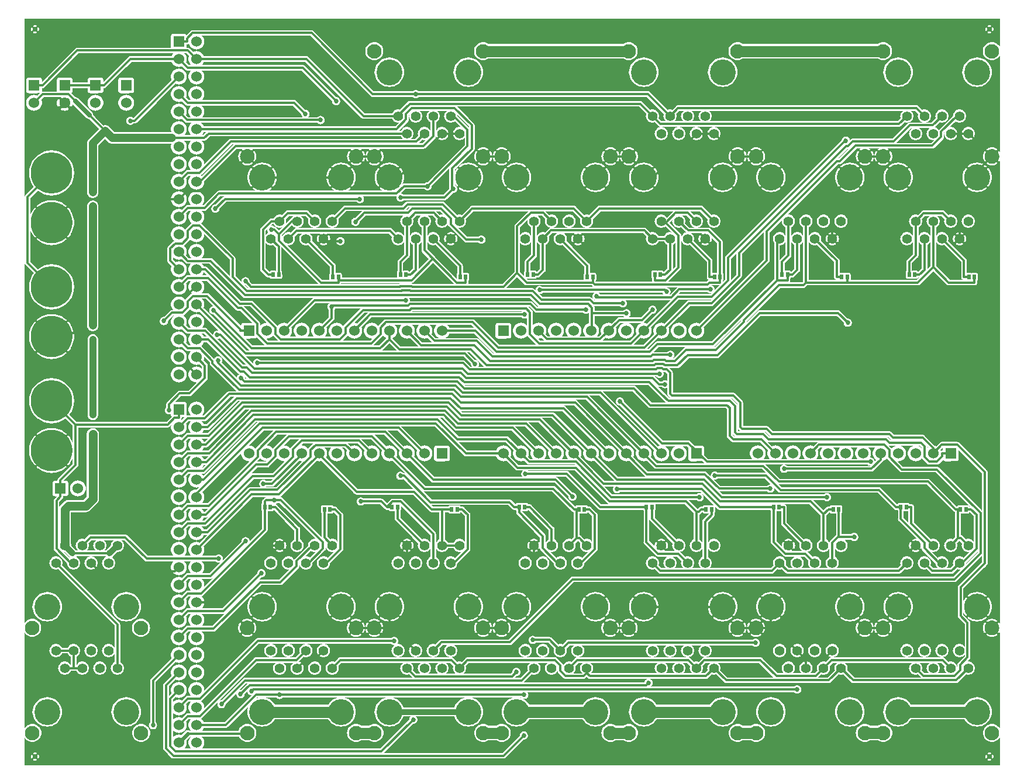
<source format=gbr>
G04 start of page 2 for group 0 idx 0 *
G04 Title: (unknown), top *
G04 Creator: pcb 1.99z *
G04 CreationDate: Mon Aug 31 22:19:22 2015 UTC *
G04 For: commonadmin *
G04 Format: Gerber/RS-274X *
G04 PCB-Dimensions (mil): 5600.00 4300.00 *
G04 PCB-Coordinate-Origin: lower left *
%MOIN*%
%FSLAX25Y25*%
%LNTOP*%
%ADD33C,0.1870*%
%ADD32C,0.0380*%
%ADD31C,0.0280*%
%ADD30C,0.0630*%
%ADD29C,0.1280*%
%ADD28C,0.0354*%
%ADD27C,0.0130*%
%ADD26C,0.0270*%
%ADD25R,0.0197X0.0197*%
%ADD24C,0.2362*%
%ADD23C,0.0600*%
%ADD22C,0.0827*%
%ADD21C,0.1476*%
%ADD20C,0.0551*%
%ADD19C,0.0400*%
%ADD18C,0.0250*%
%ADD17C,0.0450*%
%ADD16C,0.0500*%
%ADD15C,0.0220*%
%ADD14C,0.0320*%
%ADD13C,0.0620*%
%ADD12C,0.0120*%
%ADD11C,0.0001*%
G54D11*G36*
X479554Y94668D02*X479705Y94107D01*
X479818Y93469D01*
X479875Y92824D01*
Y92176D01*
X479818Y91531D01*
X479705Y90893D01*
X479554Y90332D01*
Y94668D01*
G37*
G36*
X507054D02*X507205Y94107D01*
X507318Y93469D01*
X507375Y92824D01*
Y92176D01*
X507318Y91531D01*
X507205Y90893D01*
X507054Y90332D01*
Y94668D01*
G37*
G36*
X524994Y106539D02*X532039D01*
X532102Y106534D01*
X532353Y106553D01*
X532353Y106553D01*
X532598Y106612D01*
X532831Y106709D01*
X533045Y106840D01*
X533237Y107004D01*
X533278Y107052D01*
X547872Y121646D01*
Y118038D01*
X534524Y104689D01*
X534476Y104648D01*
X534312Y104456D01*
X534181Y104242D01*
X534084Y104009D01*
X534025Y103764D01*
X534025Y103764D01*
X534006Y103513D01*
X534011Y103450D01*
Y87326D01*
X534006Y87263D01*
X534025Y87012D01*
X534084Y86767D01*
X534181Y86535D01*
X534312Y86320D01*
X534312Y86320D01*
X534476Y86129D01*
X534524Y86088D01*
X537988Y82623D01*
Y69784D01*
X537664Y70164D01*
X537214Y70548D01*
X536710Y70857D01*
X536164Y71083D01*
X535589Y71221D01*
X535000Y71267D01*
X534411Y71221D01*
X533836Y71083D01*
X533290Y70857D01*
X532786Y70548D01*
X532336Y70164D01*
X531952Y69714D01*
X531643Y69210D01*
X531417Y68664D01*
X531279Y68089D01*
X531233Y67500D01*
X531279Y66911D01*
X531417Y66336D01*
X531643Y65790D01*
X531952Y65286D01*
X532336Y64836D01*
X532786Y64452D01*
X533290Y64143D01*
X533836Y63917D01*
X534411Y63779D01*
X535000Y63733D01*
X535589Y63779D01*
X536164Y63917D01*
X536710Y64143D01*
X537214Y64452D01*
X537664Y64836D01*
X537988Y65216D01*
Y64195D01*
X534356Y60563D01*
X534308Y60522D01*
X534145Y60330D01*
X534013Y60116D01*
X533917Y59883D01*
X533858Y59638D01*
X533858Y59638D01*
X533838Y59387D01*
X533843Y59324D01*
Y57082D01*
X533724Y56963D01*
X533756Y57500D01*
X533721Y58089D01*
X533583Y58664D01*
X533357Y59210D01*
X533048Y59714D01*
X532664Y60164D01*
X532214Y60548D01*
X531710Y60857D01*
X531164Y61083D01*
X530589Y61221D01*
X530000Y61267D01*
X529411Y61221D01*
X528836Y61083D01*
X528725Y61037D01*
X526619Y63144D01*
X526578Y63192D01*
X526387Y63355D01*
X526304Y63406D01*
X526172Y63487D01*
X525939Y63583D01*
X525694Y63642D01*
X525443Y63662D01*
X525381Y63657D01*
X524994D01*
Y63733D01*
X525000Y63733D01*
X525589Y63779D01*
X526164Y63917D01*
X526710Y64143D01*
X527214Y64452D01*
X527664Y64836D01*
X528048Y65286D01*
X528357Y65790D01*
X528583Y66336D01*
X528721Y66911D01*
X528756Y67500D01*
X528721Y68089D01*
X528583Y68664D01*
X528357Y69210D01*
X528048Y69714D01*
X527664Y70164D01*
X527214Y70548D01*
X526710Y70857D01*
X526164Y71083D01*
X525589Y71221D01*
X525000Y71267D01*
X524994Y71267D01*
Y106539D01*
G37*
G36*
X514994D02*X524994D01*
Y71267D01*
X524411Y71221D01*
X523836Y71083D01*
X523290Y70857D01*
X522786Y70548D01*
X522336Y70164D01*
X521952Y69714D01*
X521643Y69210D01*
X521417Y68664D01*
X521279Y68089D01*
X521233Y67500D01*
X521279Y66911D01*
X521417Y66336D01*
X521643Y65790D01*
X521952Y65286D01*
X522336Y64836D01*
X522786Y64452D01*
X523290Y64143D01*
X523836Y63917D01*
X524411Y63779D01*
X524994Y63733D01*
Y63657D01*
X514994D01*
Y63733D01*
X515000Y63733D01*
X515589Y63779D01*
X516164Y63917D01*
X516710Y64143D01*
X517214Y64452D01*
X517664Y64836D01*
X518048Y65286D01*
X518357Y65790D01*
X518583Y66336D01*
X518721Y66911D01*
X518756Y67500D01*
X518721Y68089D01*
X518583Y68664D01*
X518357Y69210D01*
X518048Y69714D01*
X517664Y70164D01*
X517214Y70548D01*
X516710Y70857D01*
X516164Y71083D01*
X515589Y71221D01*
X515000Y71267D01*
X514994Y71267D01*
Y106539D01*
G37*
G36*
X507054D02*X514994D01*
Y71267D01*
X514411Y71221D01*
X513836Y71083D01*
X513290Y70857D01*
X512786Y70548D01*
X512336Y70164D01*
X511952Y69714D01*
X511643Y69210D01*
X511417Y68664D01*
X511279Y68089D01*
X511233Y67500D01*
X511279Y66911D01*
X511417Y66336D01*
X511643Y65790D01*
X511952Y65286D01*
X512336Y64836D01*
X512786Y64452D01*
X513290Y64143D01*
X513836Y63917D01*
X514411Y63779D01*
X514994Y63733D01*
Y63657D01*
X507054D01*
Y64353D01*
X507214Y64452D01*
X507664Y64836D01*
X508048Y65286D01*
X508357Y65790D01*
X508583Y66336D01*
X508721Y66911D01*
X508756Y67500D01*
X508721Y68089D01*
X508583Y68664D01*
X508357Y69210D01*
X508048Y69714D01*
X507664Y70164D01*
X507214Y70548D01*
X507054Y70647D01*
Y87958D01*
X507060Y87967D01*
X507431Y88604D01*
X507744Y89271D01*
X507997Y89962D01*
X508189Y90673D01*
X508317Y91398D01*
X508382Y92132D01*
Y92868D01*
X508317Y93602D01*
X508189Y94327D01*
X507997Y95038D01*
X507744Y95729D01*
X507431Y96396D01*
X507060Y97033D01*
X507054Y97042D01*
Y106539D01*
G37*
G36*
X500004D02*X507054D01*
Y97042D01*
X506636Y97634D01*
X506582Y97694D01*
X506520Y97744D01*
X506451Y97783D01*
X506376Y97812D01*
X506298Y97828D01*
X506218Y97832D01*
X506139Y97823D01*
X506062Y97802D01*
X505989Y97769D01*
X505922Y97726D01*
X505863Y97672D01*
X505813Y97610D01*
X505774Y97540D01*
X505745Y97466D01*
X505729Y97388D01*
X505725Y97308D01*
X505734Y97229D01*
X505755Y97152D01*
X505788Y97079D01*
X505833Y97013D01*
X506212Y96488D01*
X506538Y95928D01*
X506813Y95341D01*
X507036Y94733D01*
X507054Y94668D01*
Y90332D01*
X507036Y90267D01*
X506813Y89659D01*
X506538Y89072D01*
X506212Y88512D01*
X505838Y87983D01*
X505794Y87918D01*
X505762Y87846D01*
X505741Y87770D01*
X505732Y87692D01*
X505736Y87613D01*
X505752Y87536D01*
X505780Y87463D01*
X505819Y87394D01*
X505869Y87333D01*
X505927Y87280D01*
X505993Y87237D01*
X506064Y87205D01*
X506140Y87184D01*
X506219Y87175D01*
X506297Y87179D01*
X506374Y87195D01*
X506448Y87223D01*
X506516Y87262D01*
X506578Y87311D01*
X506629Y87371D01*
X507054Y87958D01*
Y70647D01*
X506710Y70857D01*
X506164Y71083D01*
X505589Y71221D01*
X505000Y71267D01*
X504411Y71221D01*
X503836Y71083D01*
X503290Y70857D01*
X502786Y70548D01*
X502336Y70164D01*
X501952Y69714D01*
X501643Y69210D01*
X501417Y68664D01*
X501279Y68089D01*
X501233Y67500D01*
X501279Y66911D01*
X501417Y66336D01*
X501643Y65790D01*
X501952Y65286D01*
X502336Y64836D01*
X502786Y64452D01*
X503290Y64143D01*
X503836Y63917D01*
X504411Y63779D01*
X505000Y63733D01*
X505589Y63779D01*
X506164Y63917D01*
X506710Y64143D01*
X507054Y64353D01*
Y63657D01*
X500004D01*
Y84118D01*
X500368D01*
X501102Y84183D01*
X501827Y84311D01*
X502538Y84503D01*
X503229Y84756D01*
X503896Y85069D01*
X504533Y85440D01*
X505134Y85864D01*
X505194Y85918D01*
X505244Y85980D01*
X505283Y86049D01*
X505312Y86124D01*
X505328Y86202D01*
X505332Y86282D01*
X505323Y86361D01*
X505302Y86438D01*
X505269Y86511D01*
X505226Y86578D01*
X505172Y86637D01*
X505110Y86687D01*
X505040Y86726D01*
X504966Y86755D01*
X504888Y86771D01*
X504808Y86775D01*
X504729Y86766D01*
X504652Y86745D01*
X504579Y86712D01*
X504513Y86667D01*
X503988Y86288D01*
X503428Y85962D01*
X502841Y85687D01*
X502233Y85464D01*
X501607Y85295D01*
X500969Y85182D01*
X500324Y85125D01*
X500004D01*
Y99875D01*
X500324D01*
X500969Y99818D01*
X501607Y99705D01*
X502233Y99536D01*
X502841Y99313D01*
X503428Y99038D01*
X503988Y98712D01*
X504517Y98338D01*
X504582Y98294D01*
X504654Y98262D01*
X504730Y98241D01*
X504808Y98232D01*
X504887Y98236D01*
X504964Y98252D01*
X505037Y98280D01*
X505106Y98319D01*
X505167Y98369D01*
X505220Y98427D01*
X505263Y98493D01*
X505295Y98564D01*
X505316Y98640D01*
X505325Y98719D01*
X505321Y98797D01*
X505305Y98874D01*
X505277Y98948D01*
X505238Y99016D01*
X505189Y99078D01*
X505129Y99129D01*
X504533Y99560D01*
X503896Y99931D01*
X503229Y100244D01*
X502538Y100497D01*
X501827Y100689D01*
X501102Y100817D01*
X500368Y100882D01*
X500004D01*
Y106539D01*
G37*
G36*
X495722Y85291D02*X496104Y85069D01*
X496771Y84756D01*
X497462Y84503D01*
X498173Y84311D01*
X498898Y84183D01*
X499632Y84118D01*
X500004D01*
Y63657D01*
X495722D01*
Y77649D01*
X495734Y77660D01*
X495780Y77723D01*
X496010Y78110D01*
X496201Y78518D01*
X496356Y78941D01*
X496473Y79375D01*
X496551Y79819D01*
X496591Y80267D01*
Y80717D01*
X496551Y81166D01*
X496473Y81609D01*
X496356Y82044D01*
X496201Y82466D01*
X496010Y82874D01*
X495784Y83263D01*
X495737Y83327D01*
X495722Y83341D01*
Y85291D01*
G37*
G36*
Y98503D02*X496012Y98712D01*
X496572Y99038D01*
X497159Y99313D01*
X497767Y99536D01*
X498393Y99705D01*
X499031Y99818D01*
X499676Y99875D01*
X500004D01*
Y85125D01*
X499676D01*
X499031Y85182D01*
X498393Y85295D01*
X497767Y85464D01*
X497159Y85687D01*
X496572Y85962D01*
X496012Y86288D01*
X495722Y86492D01*
Y98503D01*
G37*
G36*
Y106539D02*X500004D01*
Y100882D01*
X499632D01*
X498898Y100817D01*
X498173Y100689D01*
X497462Y100497D01*
X496771Y100244D01*
X496104Y99931D01*
X495722Y99709D01*
Y106539D01*
G37*
G36*
X492946D02*X495722D01*
Y99709D01*
X495467Y99560D01*
X494866Y99136D01*
X494806Y99082D01*
X494756Y99020D01*
X494717Y98951D01*
X494688Y98876D01*
X494672Y98798D01*
X494668Y98718D01*
X494677Y98639D01*
X494698Y98562D01*
X494731Y98489D01*
X494774Y98422D01*
X494828Y98363D01*
X494890Y98313D01*
X494960Y98274D01*
X495034Y98245D01*
X495112Y98229D01*
X495192Y98225D01*
X495271Y98234D01*
X495348Y98255D01*
X495421Y98288D01*
X495487Y98333D01*
X495722Y98503D01*
Y86492D01*
X495483Y86662D01*
X495418Y86706D01*
X495346Y86738D01*
X495270Y86759D01*
X495192Y86768D01*
X495113Y86764D01*
X495036Y86748D01*
X494963Y86720D01*
X494894Y86681D01*
X494833Y86631D01*
X494780Y86573D01*
X494737Y86507D01*
X494705Y86436D01*
X494684Y86360D01*
X494675Y86281D01*
X494679Y86203D01*
X494695Y86126D01*
X494723Y86052D01*
X494762Y85984D01*
X494811Y85922D01*
X494871Y85871D01*
X495467Y85440D01*
X495722Y85291D01*
Y83341D01*
X495680Y83382D01*
X495614Y83427D01*
X495543Y83462D01*
X495467Y83485D01*
X495389Y83496D01*
X495309Y83494D01*
X495231Y83480D01*
X495156Y83454D01*
X495086Y83417D01*
X495023Y83369D01*
X494968Y83312D01*
X494923Y83247D01*
X494888Y83175D01*
X494865Y83099D01*
X494854Y83021D01*
X494856Y82941D01*
X494870Y82863D01*
X494896Y82788D01*
X494935Y82719D01*
X495120Y82408D01*
X495273Y82080D01*
X495398Y81740D01*
X495492Y81391D01*
X495555Y81034D01*
X495587Y80673D01*
Y80311D01*
X495555Y79950D01*
X495492Y79594D01*
X495398Y79244D01*
X495273Y78904D01*
X495120Y78576D01*
X494938Y78263D01*
X494899Y78194D01*
X494874Y78120D01*
X494860Y78042D01*
X494858Y77964D01*
X494869Y77886D01*
X494892Y77810D01*
X494926Y77740D01*
X494971Y77675D01*
X495026Y77618D01*
X495088Y77571D01*
X495158Y77534D01*
X495232Y77508D01*
X495310Y77494D01*
X495388Y77492D01*
X495466Y77503D01*
X495542Y77526D01*
X495612Y77560D01*
X495677Y77605D01*
X495722Y77649D01*
Y63657D01*
X492946D01*
Y75577D01*
X493008Y75593D01*
X493431Y75748D01*
X493839Y75939D01*
X494228Y76165D01*
X494292Y76212D01*
X494347Y76269D01*
X494392Y76334D01*
X494426Y76406D01*
X494449Y76482D01*
X494460Y76560D01*
X494459Y76640D01*
X494445Y76718D01*
X494419Y76793D01*
X494381Y76862D01*
X494334Y76926D01*
X494276Y76981D01*
X494211Y77026D01*
X494140Y77061D01*
X494064Y77084D01*
X493985Y77095D01*
X493906Y77093D01*
X493828Y77079D01*
X493753Y77053D01*
X493684Y77014D01*
X493373Y76829D01*
X493045Y76676D01*
X492946Y76640D01*
Y84345D01*
X493045Y84309D01*
X493373Y84155D01*
X493686Y83973D01*
X493755Y83935D01*
X493829Y83909D01*
X493906Y83895D01*
X493985Y83894D01*
X494063Y83904D01*
X494138Y83927D01*
X494209Y83962D01*
X494274Y84007D01*
X494331Y84061D01*
X494378Y84124D01*
X494415Y84193D01*
X494441Y84268D01*
X494455Y84345D01*
X494456Y84424D01*
X494446Y84502D01*
X494423Y84577D01*
X494388Y84648D01*
X494343Y84712D01*
X494289Y84769D01*
X494225Y84815D01*
X493839Y85046D01*
X493431Y85237D01*
X493008Y85391D01*
X492946Y85408D01*
Y87958D01*
X493364Y87366D01*
X493418Y87306D01*
X493480Y87256D01*
X493549Y87217D01*
X493624Y87188D01*
X493702Y87172D01*
X493782Y87168D01*
X493861Y87177D01*
X493938Y87198D01*
X494011Y87231D01*
X494078Y87274D01*
X494137Y87328D01*
X494187Y87390D01*
X494226Y87460D01*
X494255Y87534D01*
X494271Y87612D01*
X494275Y87692D01*
X494266Y87771D01*
X494245Y87848D01*
X494212Y87921D01*
X494167Y87987D01*
X493788Y88512D01*
X493462Y89072D01*
X493187Y89659D01*
X492964Y90267D01*
X492946Y90332D01*
Y94668D01*
X492964Y94733D01*
X493187Y95341D01*
X493462Y95928D01*
X493788Y96488D01*
X494162Y97017D01*
X494206Y97082D01*
X494238Y97154D01*
X494259Y97230D01*
X494268Y97308D01*
X494264Y97387D01*
X494248Y97464D01*
X494220Y97537D01*
X494181Y97606D01*
X494131Y97667D01*
X494073Y97720D01*
X494007Y97763D01*
X493936Y97795D01*
X493860Y97816D01*
X493781Y97825D01*
X493703Y97821D01*
X493626Y97805D01*
X493552Y97777D01*
X493484Y97738D01*
X493422Y97689D01*
X493371Y97629D01*
X492946Y97042D01*
Y106539D01*
G37*
G36*
Y90332D02*X492795Y90893D01*
X492682Y91531D01*
X492625Y92176D01*
Y92824D01*
X492682Y93469D01*
X492795Y94107D01*
X492946Y94668D01*
Y90332D01*
G37*
G36*
X487191Y106539D02*X492946D01*
Y97042D01*
X492940Y97033D01*
X492569Y96396D01*
X492256Y95729D01*
X492003Y95038D01*
X491811Y94327D01*
X491683Y93602D01*
X491618Y92868D01*
Y92132D01*
X491683Y91398D01*
X491811Y90673D01*
X492003Y89962D01*
X492256Y89271D01*
X492569Y88604D01*
X492940Y87967D01*
X492946Y87958D01*
Y85408D01*
X492573Y85508D01*
X492130Y85587D01*
X491682Y85626D01*
X491232D01*
X490783Y85587D01*
X490340Y85508D01*
X489905Y85391D01*
X489482Y85237D01*
X489075Y85046D01*
X488685Y84820D01*
X488622Y84772D01*
X488567Y84715D01*
X488522Y84650D01*
X488487Y84579D01*
X488464Y84503D01*
X488453Y84424D01*
X488455Y84345D01*
X488469Y84267D01*
X488495Y84192D01*
X488532Y84122D01*
X488580Y84059D01*
X488637Y84004D01*
X488702Y83958D01*
X488774Y83924D01*
X488849Y83901D01*
X488928Y83890D01*
X489007Y83891D01*
X489085Y83905D01*
X489160Y83931D01*
X489229Y83970D01*
X489541Y84155D01*
X489868Y84309D01*
X490209Y84433D01*
X490558Y84527D01*
X490915Y84590D01*
X491276Y84622D01*
X491638D01*
X491999Y84590D01*
X492355Y84527D01*
X492705Y84433D01*
X492946Y84345D01*
Y76640D01*
X492705Y76551D01*
X492355Y76457D01*
X491999Y76394D01*
X491638Y76362D01*
X491276D01*
X490915Y76394D01*
X490558Y76457D01*
X490209Y76551D01*
X489868Y76676D01*
X489541Y76829D01*
X489227Y77011D01*
X489159Y77049D01*
X489084Y77075D01*
X489007Y77089D01*
X488928Y77091D01*
X488850Y77080D01*
X488775Y77057D01*
X488704Y77023D01*
X488640Y76978D01*
X488583Y76923D01*
X488535Y76860D01*
X488498Y76791D01*
X488472Y76717D01*
X488459Y76639D01*
X488457Y76560D01*
X488468Y76482D01*
X488491Y76407D01*
X488525Y76336D01*
X488570Y76272D01*
X488624Y76215D01*
X488688Y76169D01*
X489075Y75939D01*
X489482Y75748D01*
X489905Y75593D01*
X490340Y75476D01*
X490783Y75398D01*
X491232Y75358D01*
X491682D01*
X492130Y75398D01*
X492573Y75476D01*
X492946Y75577D01*
Y63657D01*
X487191D01*
Y77643D01*
X487234Y77602D01*
X487299Y77557D01*
X487370Y77522D01*
X487446Y77499D01*
X487525Y77488D01*
X487604Y77490D01*
X487682Y77504D01*
X487757Y77530D01*
X487827Y77567D01*
X487890Y77615D01*
X487945Y77672D01*
X487991Y77738D01*
X488025Y77809D01*
X488048Y77885D01*
X488059Y77963D01*
X488058Y78043D01*
X488044Y78121D01*
X488018Y78196D01*
X487979Y78265D01*
X487794Y78576D01*
X487640Y78904D01*
X487516Y79244D01*
X487422Y79594D01*
X487358Y79950D01*
X487327Y80311D01*
Y80673D01*
X487358Y81034D01*
X487422Y81391D01*
X487516Y81740D01*
X487640Y82080D01*
X487794Y82408D01*
X487975Y82721D01*
X488014Y82790D01*
X488040Y82864D01*
X488054Y82942D01*
X488055Y83021D01*
X488044Y83099D01*
X488022Y83174D01*
X487987Y83245D01*
X487942Y83309D01*
X487888Y83366D01*
X487825Y83413D01*
X487756Y83451D01*
X487681Y83476D01*
X487604Y83490D01*
X487525Y83492D01*
X487447Y83481D01*
X487372Y83458D01*
X487301Y83424D01*
X487236Y83379D01*
X487191Y83335D01*
Y106539D01*
G37*
G36*
X485230D02*X487191D01*
Y83335D01*
X487180Y83324D01*
X487133Y83261D01*
X486903Y82874D01*
X486712Y82466D01*
X486558Y82044D01*
X486441Y81609D01*
X486362Y81166D01*
X486323Y80717D01*
Y80267D01*
X486362Y79819D01*
X486441Y79375D01*
X486558Y78941D01*
X486712Y78518D01*
X486903Y78110D01*
X487129Y77721D01*
X487177Y77657D01*
X487191Y77643D01*
Y63657D01*
X485230D01*
Y77649D01*
X485242Y77660D01*
X485288Y77723D01*
X485518Y78110D01*
X485709Y78518D01*
X485864Y78941D01*
X485981Y79375D01*
X486059Y79819D01*
X486098Y80267D01*
Y80717D01*
X486059Y81166D01*
X485981Y81609D01*
X485864Y82044D01*
X485709Y82466D01*
X485518Y82874D01*
X485292Y83263D01*
X485245Y83327D01*
X485230Y83341D01*
Y106539D01*
G37*
G36*
X479554D02*X485230D01*
Y83341D01*
X485187Y83382D01*
X485122Y83427D01*
X485051Y83462D01*
X484975Y83485D01*
X484896Y83496D01*
X484817Y83494D01*
X484739Y83480D01*
X484664Y83454D01*
X484594Y83417D01*
X484531Y83369D01*
X484476Y83312D01*
X484431Y83247D01*
X484396Y83175D01*
X484373Y83099D01*
X484362Y83021D01*
X484364Y82941D01*
X484378Y82863D01*
X484404Y82788D01*
X484442Y82719D01*
X484628Y82408D01*
X484781Y82080D01*
X484906Y81740D01*
X485000Y81391D01*
X485063Y81034D01*
X485094Y80673D01*
Y80311D01*
X485063Y79950D01*
X485000Y79594D01*
X484906Y79244D01*
X484781Y78904D01*
X484628Y78576D01*
X484446Y78263D01*
X484407Y78194D01*
X484382Y78120D01*
X484368Y78042D01*
X484366Y77964D01*
X484377Y77886D01*
X484400Y77810D01*
X484434Y77740D01*
X484479Y77675D01*
X484534Y77618D01*
X484596Y77571D01*
X484666Y77534D01*
X484740Y77508D01*
X484818Y77494D01*
X484896Y77492D01*
X484974Y77503D01*
X485050Y77526D01*
X485120Y77560D01*
X485185Y77605D01*
X485230Y77649D01*
Y63657D01*
X479554D01*
Y75555D01*
X479848Y75476D01*
X480291Y75398D01*
X480739Y75358D01*
X481190D01*
X481638Y75398D01*
X482081Y75476D01*
X482516Y75593D01*
X482939Y75748D01*
X483347Y75939D01*
X483736Y76165D01*
X483799Y76212D01*
X483854Y76269D01*
X483900Y76334D01*
X483934Y76406D01*
X483957Y76482D01*
X483968Y76560D01*
X483967Y76640D01*
X483953Y76718D01*
X483927Y76793D01*
X483889Y76862D01*
X483841Y76926D01*
X483784Y76981D01*
X483719Y77026D01*
X483648Y77061D01*
X483572Y77084D01*
X483493Y77095D01*
X483414Y77093D01*
X483336Y77079D01*
X483261Y77053D01*
X483192Y77014D01*
X482881Y76829D01*
X482553Y76676D01*
X482213Y76551D01*
X481863Y76457D01*
X481506Y76394D01*
X481146Y76362D01*
X480783D01*
X480423Y76394D01*
X480066Y76457D01*
X479716Y76551D01*
X479554Y76611D01*
Y84374D01*
X479716Y84433D01*
X480066Y84527D01*
X480423Y84590D01*
X480783Y84622D01*
X481146D01*
X481506Y84590D01*
X481863Y84527D01*
X482213Y84433D01*
X482553Y84309D01*
X482881Y84155D01*
X483194Y83973D01*
X483262Y83935D01*
X483337Y83909D01*
X483414Y83895D01*
X483493Y83894D01*
X483571Y83904D01*
X483646Y83927D01*
X483717Y83962D01*
X483782Y84007D01*
X483838Y84061D01*
X483886Y84124D01*
X483923Y84193D01*
X483949Y84268D01*
X483963Y84345D01*
X483964Y84424D01*
X483953Y84502D01*
X483931Y84577D01*
X483896Y84648D01*
X483851Y84712D01*
X483797Y84769D01*
X483733Y84815D01*
X483347Y85046D01*
X482939Y85237D01*
X482516Y85391D01*
X482081Y85508D01*
X481638Y85587D01*
X481190Y85626D01*
X480739D01*
X480291Y85587D01*
X479848Y85508D01*
X479554Y85429D01*
Y87958D01*
X479560Y87967D01*
X479931Y88604D01*
X480244Y89271D01*
X480497Y89962D01*
X480689Y90673D01*
X480817Y91398D01*
X480882Y92132D01*
Y92868D01*
X480817Y93602D01*
X480689Y94327D01*
X480497Y95038D01*
X480244Y95729D01*
X479931Y96396D01*
X479560Y97033D01*
X479554Y97042D01*
Y106539D01*
G37*
G36*
X476699D02*X479554D01*
Y97042D01*
X479136Y97634D01*
X479082Y97694D01*
X479020Y97744D01*
X478951Y97783D01*
X478876Y97812D01*
X478798Y97828D01*
X478718Y97832D01*
X478639Y97823D01*
X478562Y97802D01*
X478489Y97769D01*
X478422Y97726D01*
X478363Y97672D01*
X478313Y97610D01*
X478274Y97540D01*
X478245Y97466D01*
X478229Y97388D01*
X478225Y97308D01*
X478234Y97229D01*
X478255Y97152D01*
X478288Y97079D01*
X478333Y97013D01*
X478712Y96488D01*
X479038Y95928D01*
X479313Y95341D01*
X479536Y94733D01*
X479554Y94668D01*
Y90332D01*
X479536Y90267D01*
X479313Y89659D01*
X479038Y89072D01*
X478712Y88512D01*
X478338Y87983D01*
X478294Y87918D01*
X478262Y87846D01*
X478241Y87770D01*
X478232Y87692D01*
X478236Y87613D01*
X478252Y87536D01*
X478280Y87463D01*
X478319Y87394D01*
X478369Y87333D01*
X478427Y87280D01*
X478493Y87237D01*
X478564Y87205D01*
X478640Y87184D01*
X478719Y87175D01*
X478797Y87179D01*
X478874Y87195D01*
X478948Y87223D01*
X479016Y87262D01*
X479078Y87311D01*
X479129Y87371D01*
X479554Y87958D01*
Y85429D01*
X479413Y85391D01*
X478990Y85237D01*
X478583Y85046D01*
X478193Y84820D01*
X478130Y84772D01*
X478075Y84715D01*
X478029Y84650D01*
X477995Y84579D01*
X477972Y84503D01*
X477961Y84424D01*
X477962Y84345D01*
X477976Y84267D01*
X478002Y84192D01*
X478040Y84122D01*
X478088Y84059D01*
X478145Y84004D01*
X478210Y83958D01*
X478281Y83924D01*
X478357Y83901D01*
X478436Y83890D01*
X478515Y83891D01*
X478593Y83905D01*
X478668Y83931D01*
X478737Y83970D01*
X479048Y84155D01*
X479376Y84309D01*
X479554Y84374D01*
Y76611D01*
X479376Y76676D01*
X479048Y76829D01*
X478735Y77011D01*
X478667Y77049D01*
X478592Y77075D01*
X478515Y77089D01*
X478436Y77091D01*
X478358Y77080D01*
X478283Y77057D01*
X478212Y77023D01*
X478147Y76978D01*
X478091Y76923D01*
X478043Y76860D01*
X478006Y76791D01*
X477980Y76717D01*
X477966Y76639D01*
X477965Y76560D01*
X477976Y76482D01*
X477998Y76407D01*
X478033Y76336D01*
X478078Y76272D01*
X478132Y76215D01*
X478196Y76169D01*
X478583Y75939D01*
X478990Y75748D01*
X479413Y75593D01*
X479554Y75555D01*
Y63657D01*
X476699D01*
Y77643D01*
X476742Y77602D01*
X476807Y77557D01*
X476878Y77522D01*
X476954Y77499D01*
X477033Y77488D01*
X477112Y77490D01*
X477190Y77504D01*
X477265Y77530D01*
X477335Y77567D01*
X477398Y77615D01*
X477453Y77672D01*
X477498Y77738D01*
X477533Y77809D01*
X477556Y77885D01*
X477567Y77963D01*
X477565Y78043D01*
X477551Y78121D01*
X477525Y78196D01*
X477487Y78265D01*
X477302Y78576D01*
X477148Y78904D01*
X477024Y79244D01*
X476930Y79594D01*
X476866Y79950D01*
X476835Y80311D01*
Y80673D01*
X476866Y81034D01*
X476930Y81391D01*
X477024Y81740D01*
X477148Y82080D01*
X477302Y82408D01*
X477483Y82721D01*
X477522Y82790D01*
X477548Y82864D01*
X477561Y82942D01*
X477563Y83021D01*
X477552Y83099D01*
X477529Y83174D01*
X477495Y83245D01*
X477450Y83309D01*
X477396Y83366D01*
X477333Y83413D01*
X477263Y83451D01*
X477189Y83476D01*
X477112Y83490D01*
X477033Y83492D01*
X476955Y83481D01*
X476880Y83458D01*
X476809Y83424D01*
X476744Y83379D01*
X476699Y83335D01*
Y85246D01*
X477033Y85440D01*
X477634Y85864D01*
X477694Y85918D01*
X477744Y85980D01*
X477783Y86049D01*
X477812Y86124D01*
X477828Y86202D01*
X477832Y86282D01*
X477823Y86361D01*
X477802Y86438D01*
X477769Y86511D01*
X477726Y86578D01*
X477672Y86637D01*
X477610Y86687D01*
X477540Y86726D01*
X477466Y86755D01*
X477388Y86771D01*
X477308Y86775D01*
X477229Y86766D01*
X477152Y86745D01*
X477079Y86712D01*
X477013Y86667D01*
X476699Y86440D01*
Y98563D01*
X477017Y98338D01*
X477082Y98294D01*
X477154Y98262D01*
X477230Y98241D01*
X477308Y98232D01*
X477387Y98236D01*
X477464Y98252D01*
X477537Y98280D01*
X477606Y98319D01*
X477667Y98369D01*
X477720Y98427D01*
X477763Y98493D01*
X477795Y98564D01*
X477816Y98640D01*
X477825Y98719D01*
X477821Y98797D01*
X477805Y98874D01*
X477777Y98948D01*
X477738Y99016D01*
X477689Y99078D01*
X477629Y99129D01*
X477033Y99560D01*
X476699Y99754D01*
Y106539D01*
G37*
G36*
Y86440D02*X476488Y86288D01*
X475928Y85962D01*
X475341Y85687D01*
X474733Y85464D01*
X474107Y85295D01*
X473469Y85182D01*
X472824Y85125D01*
X472504D01*
Y99875D01*
X472824D01*
X473469Y99818D01*
X474107Y99705D01*
X474733Y99536D01*
X475341Y99313D01*
X475928Y99038D01*
X476488Y98712D01*
X476699Y98563D01*
Y86440D01*
G37*
G36*
Y63657D02*X472504D01*
Y84118D01*
X472868D01*
X473602Y84183D01*
X474327Y84311D01*
X475038Y84503D01*
X475729Y84756D01*
X476396Y85069D01*
X476699Y85246D01*
Y83335D01*
X476687Y83324D01*
X476641Y83261D01*
X476411Y82874D01*
X476220Y82466D01*
X476066Y82044D01*
X475949Y81609D01*
X475870Y81166D01*
X475831Y80717D01*
Y80267D01*
X475870Y79819D01*
X475949Y79375D01*
X476066Y78941D01*
X476220Y78518D01*
X476411Y78110D01*
X476637Y77721D01*
X476684Y77657D01*
X476699Y77643D01*
Y63657D01*
G37*
G36*
X472504Y106539D02*X476699D01*
Y99754D01*
X476396Y99931D01*
X475729Y100244D01*
X475038Y100497D01*
X474327Y100689D01*
X473602Y100817D01*
X472868Y100882D01*
X472504D01*
Y106539D01*
G37*
G36*
X465446D02*X472504D01*
Y100882D01*
X472132D01*
X471398Y100817D01*
X470673Y100689D01*
X469962Y100497D01*
X469271Y100244D01*
X468604Y99931D01*
X467967Y99560D01*
X467366Y99136D01*
X467306Y99082D01*
X467256Y99020D01*
X467217Y98951D01*
X467188Y98876D01*
X467172Y98798D01*
X467168Y98718D01*
X467177Y98639D01*
X467198Y98562D01*
X467231Y98489D01*
X467274Y98422D01*
X467328Y98363D01*
X467390Y98313D01*
X467460Y98274D01*
X467534Y98245D01*
X467612Y98229D01*
X467692Y98225D01*
X467771Y98234D01*
X467848Y98255D01*
X467921Y98288D01*
X467987Y98333D01*
X468512Y98712D01*
X469072Y99038D01*
X469659Y99313D01*
X470267Y99536D01*
X470893Y99705D01*
X471531Y99818D01*
X472176Y99875D01*
X472504D01*
Y85125D01*
X472176D01*
X471531Y85182D01*
X470893Y85295D01*
X470267Y85464D01*
X469659Y85687D01*
X469072Y85962D01*
X468512Y86288D01*
X467983Y86662D01*
X467918Y86706D01*
X467846Y86738D01*
X467770Y86759D01*
X467692Y86768D01*
X467613Y86764D01*
X467536Y86748D01*
X467463Y86720D01*
X467394Y86681D01*
X467333Y86631D01*
X467280Y86573D01*
X467237Y86507D01*
X467205Y86436D01*
X467184Y86360D01*
X467175Y86281D01*
X467179Y86203D01*
X467195Y86126D01*
X467223Y86052D01*
X467262Y85984D01*
X467311Y85922D01*
X467371Y85871D01*
X467967Y85440D01*
X468604Y85069D01*
X469271Y84756D01*
X469962Y84503D01*
X470673Y84311D01*
X471398Y84183D01*
X472132Y84118D01*
X472504D01*
Y63657D01*
X465446D01*
Y65167D01*
X465548Y65286D01*
X465857Y65790D01*
X466083Y66336D01*
X466221Y66911D01*
X466256Y67500D01*
X466221Y68089D01*
X466083Y68664D01*
X465857Y69210D01*
X465548Y69714D01*
X465446Y69833D01*
Y87958D01*
X465864Y87366D01*
X465918Y87306D01*
X465980Y87256D01*
X466049Y87217D01*
X466124Y87188D01*
X466202Y87172D01*
X466282Y87168D01*
X466361Y87177D01*
X466438Y87198D01*
X466511Y87231D01*
X466578Y87274D01*
X466637Y87328D01*
X466687Y87390D01*
X466726Y87460D01*
X466755Y87534D01*
X466771Y87612D01*
X466775Y87692D01*
X466766Y87771D01*
X466745Y87848D01*
X466712Y87921D01*
X466667Y87987D01*
X466288Y88512D01*
X465962Y89072D01*
X465687Y89659D01*
X465464Y90267D01*
X465446Y90332D01*
Y94668D01*
X465464Y94733D01*
X465687Y95341D01*
X465962Y95928D01*
X466288Y96488D01*
X466662Y97017D01*
X466706Y97082D01*
X466738Y97154D01*
X466759Y97230D01*
X466768Y97308D01*
X466764Y97387D01*
X466748Y97464D01*
X466720Y97537D01*
X466681Y97606D01*
X466631Y97667D01*
X466573Y97720D01*
X466507Y97763D01*
X466436Y97795D01*
X466360Y97816D01*
X466281Y97825D01*
X466203Y97821D01*
X466126Y97805D01*
X466052Y97777D01*
X465984Y97738D01*
X465922Y97689D01*
X465871Y97629D01*
X465446Y97042D01*
Y106539D01*
G37*
G36*
Y90332D02*X465295Y90893D01*
X465182Y91531D01*
X465125Y92176D01*
Y92824D01*
X465182Y93469D01*
X465295Y94107D01*
X465446Y94668D01*
Y90332D01*
G37*
G36*
X449953Y106539D02*X465446D01*
Y97042D01*
X465440Y97033D01*
X465069Y96396D01*
X464756Y95729D01*
X464503Y95038D01*
X464311Y94327D01*
X464183Y93602D01*
X464118Y92868D01*
Y92132D01*
X464183Y91398D01*
X464311Y90673D01*
X464503Y89962D01*
X464756Y89271D01*
X465069Y88604D01*
X465440Y87967D01*
X465446Y87958D01*
Y69833D01*
X465164Y70164D01*
X464714Y70548D01*
X464210Y70857D01*
X463664Y71083D01*
X463089Y71221D01*
X462500Y71267D01*
X461911Y71221D01*
X461336Y71083D01*
X460790Y70857D01*
X460286Y70548D01*
X459836Y70164D01*
X459452Y69714D01*
X459143Y69210D01*
X458917Y68664D01*
X458779Y68089D01*
X458733Y67500D01*
X458779Y66911D01*
X458917Y66336D01*
X459143Y65790D01*
X459452Y65286D01*
X459836Y64836D01*
X460286Y64452D01*
X460790Y64143D01*
X461336Y63917D01*
X461911Y63779D01*
X462500Y63733D01*
X463089Y63779D01*
X463664Y63917D01*
X464210Y64143D01*
X464714Y64452D01*
X465164Y64836D01*
X465446Y65167D01*
Y63657D01*
X462119D01*
X462057Y63662D01*
X461806Y63642D01*
X461561Y63583D01*
X461328Y63487D01*
X461113Y63355D01*
X461113Y63355D01*
X460922Y63192D01*
X460881Y63144D01*
X458775Y61037D01*
X458664Y61083D01*
X458089Y61221D01*
X457500Y61267D01*
X456911Y61221D01*
X456336Y61083D01*
X455790Y60857D01*
X455286Y60548D01*
X454836Y60164D01*
X454452Y59714D01*
X454143Y59210D01*
X453917Y58664D01*
X453779Y58089D01*
X453733Y57500D01*
X453779Y56911D01*
X453917Y56336D01*
X453963Y56225D01*
X452281Y54544D01*
X449953D01*
Y54656D01*
X450164Y54836D01*
X450548Y55286D01*
X450857Y55790D01*
X451083Y56336D01*
X451221Y56911D01*
X451256Y57500D01*
X451221Y58089D01*
X451083Y58664D01*
X450857Y59210D01*
X450548Y59714D01*
X450164Y60164D01*
X449953Y60344D01*
Y64736D01*
X450286Y64452D01*
X450790Y64143D01*
X451336Y63917D01*
X451911Y63779D01*
X452500Y63733D01*
X453089Y63779D01*
X453664Y63917D01*
X454210Y64143D01*
X454714Y64452D01*
X455164Y64836D01*
X455548Y65286D01*
X455857Y65790D01*
X456083Y66336D01*
X456221Y66911D01*
X456256Y67500D01*
X456221Y68089D01*
X456083Y68664D01*
X455857Y69210D01*
X455548Y69714D01*
X455164Y70164D01*
X454714Y70548D01*
X454210Y70857D01*
X453664Y71083D01*
X453089Y71221D01*
X452500Y71267D01*
X451911Y71221D01*
X451336Y71083D01*
X450790Y70857D01*
X450286Y70548D01*
X449953Y70264D01*
Y106539D01*
G37*
G36*
X510002Y130256D02*X510263Y130243D01*
X510524Y130206D01*
X510780Y130143D01*
X511029Y130057D01*
X511268Y129947D01*
X511340Y129915D01*
X511417Y129896D01*
X511495Y129889D01*
X511573Y129895D01*
X511650Y129913D01*
X511723Y129942D01*
X511790Y129983D01*
X511828Y130014D01*
X512512Y129330D01*
X512480Y129292D01*
X512439Y129224D01*
X512409Y129151D01*
X512392Y129074D01*
X512386Y128995D01*
X512393Y128916D01*
X512412Y128839D01*
X512444Y128767D01*
X512557Y128529D01*
X512643Y128280D01*
X512706Y128024D01*
X512743Y127763D01*
X512756Y127500D01*
X512743Y127237D01*
X512706Y126976D01*
X512643Y126720D01*
X512557Y126471D01*
X512447Y126232D01*
X512415Y126160D01*
X512396Y126083D01*
X512389Y126005D01*
X512395Y125927D01*
X512413Y125850D01*
X512442Y125777D01*
X512483Y125710D01*
X512533Y125649D01*
X512593Y125598D01*
X512660Y125556D01*
X512732Y125526D01*
X512809Y125507D01*
X512887Y125500D01*
X512966Y125506D01*
X513042Y125523D01*
X513115Y125553D01*
X513183Y125594D01*
X513243Y125644D01*
X513294Y125704D01*
X513334Y125771D01*
X513398Y125905D01*
X513415Y125687D01*
X513474Y125442D01*
X513570Y125209D01*
X513702Y124994D01*
X513702Y124994D01*
X513865Y124803D01*
X513913Y124762D01*
X521237Y117438D01*
X521279Y116911D01*
X521417Y116336D01*
X521643Y115790D01*
X521952Y115286D01*
X522336Y114836D01*
X522690Y114534D01*
X520229D01*
X518537Y116225D01*
X518583Y116336D01*
X518721Y116911D01*
X518756Y117500D01*
X518721Y118089D01*
X518583Y118664D01*
X518357Y119210D01*
X518048Y119714D01*
X517664Y120164D01*
X517214Y120548D01*
X516710Y120857D01*
X516164Y121083D01*
X515589Y121221D01*
X515000Y121267D01*
X514411Y121221D01*
X513836Y121083D01*
X513290Y120857D01*
X512786Y120548D01*
X512336Y120164D01*
X511952Y119714D01*
X511643Y119210D01*
X511417Y118664D01*
X511279Y118089D01*
X511233Y117500D01*
X511279Y116911D01*
X511417Y116336D01*
X511643Y115790D01*
X511952Y115286D01*
X512336Y114836D01*
X512786Y114452D01*
X513290Y114143D01*
X513836Y113917D01*
X514411Y113779D01*
X515000Y113733D01*
X515589Y113779D01*
X516164Y113917D01*
X516275Y113963D01*
X518390Y111847D01*
X518431Y111799D01*
X518623Y111636D01*
X518623Y111635D01*
X518838Y111504D01*
X519070Y111407D01*
X519315Y111349D01*
X519566Y111329D01*
X519629Y111334D01*
X530371D01*
X530434Y111329D01*
X530685Y111349D01*
X530685Y111349D01*
X530930Y111407D01*
X531162Y111504D01*
X531377Y111635D01*
X531569Y111799D01*
X531610Y111847D01*
X533725Y113963D01*
X533836Y113917D01*
X534411Y113779D01*
X535000Y113733D01*
X535470Y113770D01*
X531439Y109739D01*
X510002D01*
Y123740D01*
X510359Y123757D01*
X510715Y123808D01*
X511064Y123894D01*
X511404Y124012D01*
X511731Y124162D01*
X511798Y124203D01*
X511858Y124255D01*
X511909Y124316D01*
X511950Y124383D01*
X511980Y124457D01*
X511998Y124534D01*
X512003Y124613D01*
X511996Y124692D01*
X511977Y124769D01*
X511947Y124842D01*
X511905Y124909D01*
X511853Y124969D01*
X511792Y125020D01*
X511724Y125061D01*
X511651Y125091D01*
X511574Y125108D01*
X511495Y125114D01*
X511416Y125107D01*
X511339Y125088D01*
X511267Y125056D01*
X511029Y124943D01*
X510780Y124857D01*
X510524Y124794D01*
X510263Y124757D01*
X510002Y124744D01*
Y130256D01*
G37*
G36*
Y131840D02*X510639Y131203D01*
X510359Y131243D01*
X510002Y131260D01*
Y131840D01*
G37*
G36*
X506927Y114276D02*X507214Y114452D01*
X507664Y114836D01*
X508048Y115286D01*
X508357Y115790D01*
X508583Y116336D01*
X508721Y116911D01*
X508756Y117500D01*
X508721Y118089D01*
X508583Y118664D01*
X508357Y119210D01*
X508048Y119714D01*
X507664Y120164D01*
X507214Y120548D01*
X506927Y120724D01*
Y125533D01*
X506957Y125520D01*
X507034Y125502D01*
X507113Y125497D01*
X507192Y125504D01*
X507269Y125523D01*
X507342Y125553D01*
X507409Y125595D01*
X507469Y125647D01*
X507520Y125708D01*
X507561Y125776D01*
X507591Y125849D01*
X507608Y125926D01*
X507614Y126005D01*
X507607Y126084D01*
X507588Y126161D01*
X507556Y126233D01*
X507443Y126471D01*
X507357Y126720D01*
X507294Y126976D01*
X507257Y127237D01*
X507244Y127500D01*
X507257Y127763D01*
X507294Y128024D01*
X507357Y128280D01*
X507443Y128529D01*
X507553Y128768D01*
X507585Y128840D01*
X507604Y128917D01*
X507611Y128995D01*
X507605Y129073D01*
X507587Y129150D01*
X507558Y129223D01*
X507517Y129290D01*
X507467Y129351D01*
X507407Y129402D01*
X507340Y129444D01*
X507268Y129474D01*
X507191Y129493D01*
X507113Y129500D01*
X507034Y129494D01*
X506958Y129477D01*
X506927Y129464D01*
Y134915D01*
X510002Y131840D01*
Y131260D01*
X510000Y131260D01*
X509641Y131243D01*
X509285Y131192D01*
X508936Y131106D01*
X508596Y130988D01*
X508269Y130838D01*
X508202Y130797D01*
X508142Y130745D01*
X508091Y130684D01*
X508050Y130617D01*
X508020Y130543D01*
X508002Y130466D01*
X507997Y130387D01*
X508004Y130308D01*
X508023Y130231D01*
X508053Y130158D01*
X508095Y130091D01*
X508147Y130031D01*
X508208Y129980D01*
X508276Y129939D01*
X508349Y129909D01*
X508426Y129892D01*
X508505Y129886D01*
X508584Y129893D01*
X508661Y129912D01*
X508733Y129944D01*
X508971Y130057D01*
X509220Y130143D01*
X509476Y130206D01*
X509737Y130243D01*
X510000Y130256D01*
X510002Y130256D01*
Y124744D01*
X510000Y124744D01*
X509737Y124757D01*
X509476Y124794D01*
X509220Y124857D01*
X508971Y124943D01*
X508732Y125053D01*
X508660Y125085D01*
X508583Y125104D01*
X508505Y125111D01*
X508427Y125105D01*
X508350Y125087D01*
X508277Y125058D01*
X508210Y125017D01*
X508149Y124967D01*
X508098Y124907D01*
X508056Y124840D01*
X508026Y124768D01*
X508007Y124691D01*
X508000Y124613D01*
X508006Y124534D01*
X508023Y124458D01*
X508053Y124385D01*
X508094Y124317D01*
X508144Y124257D01*
X508204Y124206D01*
X508271Y124166D01*
X508596Y124012D01*
X508936Y123894D01*
X509285Y123808D01*
X509641Y123757D01*
X510000Y123740D01*
X510002Y123740D01*
Y109739D01*
X506927D01*
Y114276D01*
G37*
G36*
Y120724D02*X506710Y120857D01*
X506164Y121083D01*
X505589Y121221D01*
X505000Y121267D01*
X504411Y121221D01*
X503836Y121083D01*
X503290Y120857D01*
X502786Y120548D01*
X502336Y120164D01*
X501952Y119714D01*
X501643Y119210D01*
X501417Y118664D01*
X501279Y118089D01*
X501233Y117500D01*
X501279Y116911D01*
X501417Y116336D01*
X501463Y116225D01*
X499781Y114543D01*
X464821D01*
X465164Y114836D01*
X465548Y115286D01*
X465857Y115790D01*
X466083Y116336D01*
X466221Y116911D01*
X466256Y117500D01*
X466221Y118089D01*
X466083Y118664D01*
X465857Y119210D01*
X465548Y119714D01*
X465164Y120164D01*
X464714Y120548D01*
X464210Y120857D01*
X464100Y120903D01*
Y125894D01*
X464143Y125790D01*
X464452Y125286D01*
X464836Y124836D01*
X465286Y124452D01*
X465790Y124143D01*
X466336Y123917D01*
X466911Y123779D01*
X467500Y123733D01*
X468089Y123779D01*
X468664Y123917D01*
X469210Y124143D01*
X469714Y124452D01*
X470164Y124836D01*
X470548Y125286D01*
X470857Y125790D01*
X471083Y126336D01*
X471221Y126911D01*
X471256Y127500D01*
X471221Y128089D01*
X471083Y128664D01*
X470857Y129210D01*
X470548Y129714D01*
X470164Y130164D01*
X469714Y130548D01*
X469491Y130685D01*
X473217D01*
X473274Y130618D01*
X473555Y130378D01*
X473871Y130185D01*
X474213Y130043D01*
X474572Y129957D01*
X474941Y129928D01*
X475310Y129957D01*
X475669Y130043D01*
X476011Y130185D01*
X476327Y130378D01*
X476608Y130618D01*
X476848Y130899D01*
X477041Y131215D01*
X477183Y131557D01*
X477269Y131916D01*
X477291Y132285D01*
X477269Y132654D01*
X477183Y133013D01*
X477041Y133355D01*
X476848Y133671D01*
X476608Y133952D01*
X476327Y134192D01*
X476011Y134385D01*
X475669Y134527D01*
X475310Y134613D01*
X474941Y134642D01*
X474572Y134613D01*
X474213Y134527D01*
X473871Y134385D01*
X473555Y134192D01*
X473274Y133952D01*
X473217Y133885D01*
X467800D01*
Y145884D01*
X467893Y145964D01*
X467995Y146083D01*
X468078Y146218D01*
X468138Y146363D01*
X468175Y146516D01*
X468184Y146673D01*
X468175Y149584D01*
X468138Y149737D01*
X468078Y149882D01*
X467995Y150017D01*
X467893Y150136D01*
X467774Y150239D01*
X467639Y150321D01*
X467494Y150381D01*
X467341Y150418D01*
X467184Y150427D01*
X465059Y150418D01*
X464906Y150381D01*
X464761Y150321D01*
X464626Y150239D01*
X464626Y150238D01*
X464626Y150239D01*
X464491Y150321D01*
X464346Y150381D01*
X464193Y150418D01*
X464036Y150427D01*
X461911Y150418D01*
X461758Y150381D01*
X461613Y150321D01*
X461478Y150239D01*
X461359Y150136D01*
X461256Y150017D01*
X461174Y149882D01*
X461114Y149737D01*
X461093Y149650D01*
X460330D01*
X460268Y149655D01*
X460017Y149635D01*
X459772Y149576D01*
X459539Y149480D01*
X459324Y149348D01*
X459133Y149185D01*
X459092Y149137D01*
X457500Y147545D01*
X451561Y153484D01*
X457732D01*
X457789Y153417D01*
X458071Y153177D01*
X458386Y152984D01*
X458728Y152842D01*
X459088Y152756D01*
X459456Y152727D01*
X459825Y152756D01*
X460185Y152842D01*
X460526Y152984D01*
X460842Y153177D01*
X461123Y153417D01*
X461363Y153698D01*
X461557Y154014D01*
X461698Y154355D01*
X461785Y154715D01*
X461806Y155084D01*
X461785Y155453D01*
X461698Y155812D01*
X461557Y156154D01*
X461363Y156469D01*
X461123Y156751D01*
X460842Y156991D01*
X460526Y157184D01*
X460185Y157326D01*
X459825Y157412D01*
X459456Y157441D01*
X459088Y157412D01*
X458728Y157326D01*
X458386Y157184D01*
X458071Y156991D01*
X457789Y156751D01*
X457732Y156684D01*
X449953D01*
Y157521D01*
X488332D01*
X497566Y148287D01*
X497607Y148239D01*
X497798Y148076D01*
X497930Y147995D01*
X498013Y147944D01*
X498246Y147848D01*
X498432Y147803D01*
X498491Y147789D01*
X498491D01*
X498742Y147769D01*
X498804Y147774D01*
X499567D01*
X499588Y147687D01*
X499648Y147542D01*
X499730Y147407D01*
X499833Y147288D01*
X499926Y147208D01*
Y142641D01*
X499921Y142578D01*
X499941Y142327D01*
X500000Y142082D01*
X500096Y141850D01*
X500228Y141635D01*
X500228Y141635D01*
X500391Y141443D01*
X500439Y141403D01*
X506927Y134915D01*
Y129464D01*
X506885Y129447D01*
X506817Y129406D01*
X506757Y129356D01*
X506706Y129296D01*
X506666Y129229D01*
X506512Y128904D01*
X506394Y128564D01*
X506308Y128215D01*
X506257Y127859D01*
X506240Y127500D01*
X506257Y127141D01*
X506308Y126785D01*
X506394Y126436D01*
X506512Y126096D01*
X506662Y125769D01*
X506703Y125702D01*
X506755Y125642D01*
X506816Y125591D01*
X506883Y125550D01*
X506927Y125533D01*
Y120724D01*
G37*
G36*
X449953Y111343D02*X500381D01*
X500443Y111338D01*
X500694Y111358D01*
X500694Y111358D01*
X500939Y111417D01*
X501172Y111513D01*
X501387Y111645D01*
X501578Y111808D01*
X501619Y111856D01*
X503725Y113963D01*
X503836Y113917D01*
X504411Y113779D01*
X505000Y113733D01*
X505589Y113779D01*
X506164Y113917D01*
X506710Y114143D01*
X506927Y114276D01*
Y109739D01*
X449953D01*
Y111343D01*
G37*
G36*
X552001Y339829D02*X552036Y339733D01*
X552205Y339107D01*
X552318Y338469D01*
X552375Y337824D01*
Y337176D01*
X552318Y336531D01*
X552205Y335893D01*
X552036Y335267D01*
X552001Y335171D01*
Y339829D01*
G37*
G36*
Y94829D02*X552036Y94733D01*
X552205Y94107D01*
X552318Y93469D01*
X552375Y92824D01*
Y92176D01*
X552318Y91531D01*
X552205Y90893D01*
X552036Y90267D01*
X552001Y90171D01*
Y94829D01*
G37*
G36*
X553821Y15364D02*X554349Y15406D01*
X555135Y15594D01*
X555881Y15904D01*
X556570Y16326D01*
X557185Y16851D01*
X557709Y17465D01*
X558000Y17939D01*
Y2000D01*
X553821D01*
Y6051D01*
X553830Y6051D01*
X553907Y6063D01*
X553982Y6086D01*
X554053Y6121D01*
X554117Y6167D01*
X554173Y6222D01*
X554220Y6286D01*
X554256Y6355D01*
X554280Y6430D01*
X554327Y6656D01*
X554350Y6885D01*
Y7115D01*
X554327Y7344D01*
X554283Y7570D01*
X554258Y7645D01*
X554221Y7715D01*
X554174Y7779D01*
X554118Y7834D01*
X554054Y7880D01*
X553983Y7915D01*
X553908Y7939D01*
X553830Y7950D01*
X553821Y7950D01*
Y15364D01*
G37*
G36*
X552001Y15583D02*X552738Y15406D01*
X553543Y15342D01*
X553821Y15364D01*
Y7950D01*
X553751Y7950D01*
X553673Y7937D01*
X553598Y7912D01*
X553528Y7875D01*
X553465Y7828D01*
X553409Y7772D01*
X553363Y7707D01*
X553328Y7637D01*
X553304Y7561D01*
X553293Y7483D01*
X553294Y7404D01*
X553308Y7327D01*
X553335Y7198D01*
X553348Y7066D01*
Y6934D01*
X553335Y6802D01*
X553310Y6673D01*
X553295Y6595D01*
X553294Y6517D01*
X553306Y6439D01*
X553330Y6364D01*
X553365Y6293D01*
X553410Y6229D01*
X553466Y6173D01*
X553529Y6126D01*
X553599Y6090D01*
X553673Y6065D01*
X553751Y6052D01*
X553821Y6051D01*
Y2000D01*
X552001D01*
Y4650D01*
X552115D01*
X552344Y4673D01*
X552570Y4717D01*
X552645Y4742D01*
X552715Y4779D01*
X552779Y4826D01*
X552834Y4882D01*
X552880Y4946D01*
X552915Y5017D01*
X552939Y5092D01*
X552950Y5170D01*
X552950Y5249D01*
X552937Y5327D01*
X552912Y5402D01*
X552875Y5472D01*
X552828Y5535D01*
X552772Y5591D01*
X552707Y5637D01*
X552637Y5672D01*
X552561Y5696D01*
X552483Y5707D01*
X552404Y5706D01*
X552327Y5692D01*
X552198Y5665D01*
X552066Y5652D01*
X552001D01*
Y8348D01*
X552066D01*
X552198Y8335D01*
X552327Y8310D01*
X552405Y8295D01*
X552483Y8294D01*
X552561Y8306D01*
X552636Y8330D01*
X552707Y8365D01*
X552771Y8410D01*
X552827Y8466D01*
X552874Y8529D01*
X552910Y8599D01*
X552935Y8673D01*
X552948Y8751D01*
X552949Y8830D01*
X552937Y8907D01*
X552914Y8982D01*
X552879Y9053D01*
X552833Y9117D01*
X552778Y9173D01*
X552714Y9220D01*
X552645Y9256D01*
X552570Y9280D01*
X552344Y9327D01*
X552115Y9350D01*
X552001D01*
Y15583D01*
G37*
G36*
Y404580D02*X552659Y404422D01*
X553465Y404358D01*
X554270Y404422D01*
X555056Y404610D01*
X555802Y404919D01*
X556491Y405342D01*
X557106Y405866D01*
X557631Y406481D01*
X558000Y407084D01*
Y352056D01*
X557871Y352279D01*
X557823Y352343D01*
X557766Y352398D01*
X557701Y352443D01*
X557630Y352478D01*
X557554Y352501D01*
X557475Y352512D01*
X557396Y352510D01*
X557318Y352496D01*
X557243Y352470D01*
X557173Y352433D01*
X557110Y352385D01*
X557055Y352328D01*
X557009Y352262D01*
X556975Y352191D01*
X556952Y352115D01*
X556941Y352037D01*
X556942Y351957D01*
X556956Y351879D01*
X556982Y351804D01*
X557021Y351735D01*
X557206Y351424D01*
X557360Y351096D01*
X557484Y350756D01*
X557578Y350406D01*
X557642Y350050D01*
X557673Y349689D01*
Y349327D01*
X557642Y348966D01*
X557578Y348609D01*
X557484Y348260D01*
X557360Y347920D01*
X557206Y347592D01*
X557025Y347279D01*
X556986Y347210D01*
X556960Y347136D01*
X556946Y347058D01*
X556945Y346979D01*
X556956Y346901D01*
X556978Y346826D01*
X557013Y346755D01*
X557058Y346691D01*
X557112Y346634D01*
X557175Y346587D01*
X557244Y346549D01*
X557319Y346524D01*
X557396Y346510D01*
X557475Y346508D01*
X557553Y346519D01*
X557628Y346542D01*
X557699Y346576D01*
X557764Y346621D01*
X557820Y346676D01*
X557867Y346739D01*
X558000Y346963D01*
Y82905D01*
X557792Y83263D01*
X557745Y83327D01*
X557687Y83382D01*
X557622Y83427D01*
X557551Y83462D01*
X557475Y83485D01*
X557396Y83496D01*
X557317Y83494D01*
X557239Y83480D01*
X557164Y83454D01*
X557094Y83417D01*
X557031Y83369D01*
X556976Y83312D01*
X556931Y83247D01*
X556896Y83175D01*
X556873Y83099D01*
X556862Y83021D01*
X556864Y82941D01*
X556878Y82863D01*
X556904Y82788D01*
X556942Y82719D01*
X557128Y82408D01*
X557281Y82080D01*
X557406Y81740D01*
X557500Y81391D01*
X557563Y81034D01*
X557594Y80673D01*
Y80311D01*
X557563Y79950D01*
X557500Y79594D01*
X557406Y79244D01*
X557281Y78904D01*
X557128Y78576D01*
X556946Y78263D01*
X556907Y78194D01*
X556882Y78120D01*
X556868Y78042D01*
X556866Y77964D01*
X556877Y77886D01*
X556900Y77810D01*
X556934Y77740D01*
X556979Y77675D01*
X557034Y77618D01*
X557096Y77571D01*
X557166Y77534D01*
X557240Y77508D01*
X557318Y77494D01*
X557396Y77492D01*
X557474Y77503D01*
X557550Y77526D01*
X557620Y77560D01*
X557685Y77605D01*
X557742Y77660D01*
X557788Y77723D01*
X558000Y78080D01*
Y23045D01*
X557709Y23519D01*
X557185Y24134D01*
X556570Y24658D01*
X555881Y25081D01*
X555135Y25390D01*
X554349Y25578D01*
X553543Y25642D01*
X552738Y25578D01*
X552001Y25402D01*
Y27882D01*
X552491Y28683D01*
X552996Y29902D01*
X553304Y31185D01*
X553382Y32500D01*
X553304Y33815D01*
X552996Y35098D01*
X552491Y36317D01*
X552001Y37118D01*
Y75570D01*
X552348Y75476D01*
X552791Y75398D01*
X553239Y75358D01*
X553690D01*
X554138Y75398D01*
X554581Y75476D01*
X555016Y75593D01*
X555439Y75748D01*
X555847Y75939D01*
X556236Y76165D01*
X556299Y76212D01*
X556354Y76269D01*
X556400Y76334D01*
X556434Y76406D01*
X556457Y76482D01*
X556468Y76560D01*
X556467Y76640D01*
X556453Y76718D01*
X556427Y76793D01*
X556389Y76862D01*
X556341Y76926D01*
X556284Y76981D01*
X556219Y77026D01*
X556148Y77061D01*
X556072Y77084D01*
X555993Y77095D01*
X555914Y77093D01*
X555836Y77079D01*
X555761Y77053D01*
X555692Y77014D01*
X555381Y76829D01*
X555053Y76676D01*
X554713Y76551D01*
X554363Y76457D01*
X554006Y76394D01*
X553646Y76362D01*
X553283D01*
X552923Y76394D01*
X552566Y76457D01*
X552216Y76551D01*
X552001Y76630D01*
Y84354D01*
X552216Y84433D01*
X552566Y84527D01*
X552923Y84590D01*
X553283Y84622D01*
X553646D01*
X554006Y84590D01*
X554363Y84527D01*
X554713Y84433D01*
X555053Y84309D01*
X555381Y84155D01*
X555694Y83973D01*
X555762Y83935D01*
X555837Y83909D01*
X555914Y83895D01*
X555993Y83894D01*
X556071Y83904D01*
X556146Y83927D01*
X556217Y83962D01*
X556282Y84007D01*
X556338Y84061D01*
X556386Y84124D01*
X556423Y84193D01*
X556449Y84268D01*
X556463Y84345D01*
X556464Y84424D01*
X556453Y84502D01*
X556431Y84577D01*
X556396Y84648D01*
X556351Y84712D01*
X556297Y84769D01*
X556233Y84815D01*
X555847Y85046D01*
X555439Y85237D01*
X555016Y85391D01*
X554581Y85508D01*
X554138Y85587D01*
X553690Y85626D01*
X553239D01*
X552791Y85587D01*
X552348Y85508D01*
X552001Y85415D01*
Y87885D01*
X552060Y87967D01*
X552431Y88604D01*
X552744Y89271D01*
X552997Y89962D01*
X553189Y90673D01*
X553317Y91398D01*
X553382Y92132D01*
Y92868D01*
X553317Y93602D01*
X553189Y94327D01*
X552997Y95038D01*
X552744Y95729D01*
X552431Y96396D01*
X552060Y97033D01*
X552001Y97117D01*
Y332885D01*
X552060Y332967D01*
X552431Y333604D01*
X552744Y334271D01*
X552997Y334962D01*
X553189Y335673D01*
X553317Y336398D01*
X553382Y337132D01*
Y337868D01*
X553317Y338602D01*
X553189Y339327D01*
X552997Y340038D01*
X552744Y340729D01*
X552431Y341396D01*
X552060Y342033D01*
X552001Y342117D01*
Y344606D01*
X552427Y344492D01*
X552870Y344413D01*
X553318Y344374D01*
X553768D01*
X554217Y344413D01*
X554660Y344492D01*
X555095Y344609D01*
X555518Y344763D01*
X555925Y344954D01*
X556315Y345180D01*
X556378Y345228D01*
X556433Y345285D01*
X556478Y345350D01*
X556513Y345421D01*
X556536Y345497D01*
X556547Y345576D01*
X556545Y345655D01*
X556531Y345733D01*
X556505Y345808D01*
X556468Y345878D01*
X556420Y345941D01*
X556363Y345996D01*
X556298Y346042D01*
X556226Y346076D01*
X556151Y346099D01*
X556072Y346110D01*
X555993Y346109D01*
X555915Y346095D01*
X555840Y346069D01*
X555771Y346030D01*
X555459Y345845D01*
X555132Y345691D01*
X554791Y345567D01*
X554442Y345473D01*
X554085Y345410D01*
X553724Y345378D01*
X553362D01*
X553001Y345410D01*
X552645Y345473D01*
X552295Y345567D01*
X552001Y345675D01*
Y353341D01*
X552295Y353449D01*
X552645Y353543D01*
X553001Y353606D01*
X553362Y353638D01*
X553724D01*
X554085Y353606D01*
X554442Y353543D01*
X554791Y353449D01*
X555132Y353324D01*
X555459Y353171D01*
X555773Y352989D01*
X555841Y352951D01*
X555916Y352925D01*
X555993Y352911D01*
X556072Y352909D01*
X556150Y352920D01*
X556225Y352943D01*
X556296Y352977D01*
X556360Y353022D01*
X556417Y353077D01*
X556465Y353140D01*
X556502Y353209D01*
X556528Y353283D01*
X556541Y353361D01*
X556543Y353440D01*
X556532Y353518D01*
X556509Y353593D01*
X556475Y353664D01*
X556430Y353728D01*
X556376Y353785D01*
X556312Y353831D01*
X555925Y354061D01*
X555518Y354252D01*
X555095Y354407D01*
X554660Y354524D01*
X554217Y354602D01*
X553768Y354642D01*
X553318D01*
X552870Y354602D01*
X552427Y354524D01*
X552001Y354409D01*
Y392882D01*
X552491Y393683D01*
X552996Y394902D01*
X553304Y396185D01*
X553382Y397500D01*
X553304Y398815D01*
X552996Y400098D01*
X552491Y401317D01*
X552001Y402118D01*
Y404580D01*
G37*
G36*
X553821Y428000D02*X558000D01*
Y411932D01*
X557631Y412535D01*
X557106Y413149D01*
X556491Y413674D01*
X555802Y414096D01*
X555056Y414406D01*
X554270Y414594D01*
X553821Y414629D01*
Y421051D01*
X553830Y421051D01*
X553907Y421063D01*
X553982Y421086D01*
X554053Y421121D01*
X554117Y421167D01*
X554173Y421222D01*
X554220Y421286D01*
X554256Y421355D01*
X554280Y421430D01*
X554327Y421656D01*
X554350Y421885D01*
Y422115D01*
X554327Y422344D01*
X554283Y422570D01*
X554258Y422645D01*
X554221Y422715D01*
X554174Y422779D01*
X554118Y422834D01*
X554054Y422880D01*
X553983Y422915D01*
X553908Y422939D01*
X553830Y422950D01*
X553821Y422950D01*
Y428000D01*
G37*
G36*
X552001D02*X553821D01*
Y422950D01*
X553751Y422950D01*
X553673Y422937D01*
X553598Y422912D01*
X553528Y422875D01*
X553465Y422828D01*
X553409Y422772D01*
X553363Y422707D01*
X553328Y422637D01*
X553304Y422561D01*
X553293Y422483D01*
X553294Y422404D01*
X553308Y422327D01*
X553335Y422198D01*
X553348Y422066D01*
Y421934D01*
X553335Y421802D01*
X553310Y421673D01*
X553295Y421595D01*
X553294Y421517D01*
X553306Y421439D01*
X553330Y421364D01*
X553365Y421293D01*
X553410Y421229D01*
X553466Y421173D01*
X553529Y421126D01*
X553599Y421090D01*
X553673Y421065D01*
X553751Y421052D01*
X553821Y421051D01*
Y414629D01*
X553465Y414658D01*
X552659Y414594D01*
X552001Y414436D01*
Y419650D01*
X552115D01*
X552344Y419673D01*
X552570Y419717D01*
X552645Y419742D01*
X552715Y419779D01*
X552779Y419826D01*
X552834Y419882D01*
X552880Y419946D01*
X552915Y420017D01*
X552939Y420092D01*
X552950Y420170D01*
X552950Y420249D01*
X552937Y420327D01*
X552912Y420402D01*
X552875Y420472D01*
X552828Y420535D01*
X552772Y420591D01*
X552707Y420637D01*
X552637Y420672D01*
X552561Y420696D01*
X552483Y420707D01*
X552404Y420706D01*
X552327Y420692D01*
X552198Y420665D01*
X552066Y420652D01*
X552001D01*
Y423348D01*
X552066D01*
X552198Y423335D01*
X552327Y423310D01*
X552405Y423295D01*
X552483Y423294D01*
X552561Y423306D01*
X552636Y423330D01*
X552707Y423365D01*
X552771Y423410D01*
X552827Y423466D01*
X552874Y423529D01*
X552910Y423599D01*
X552935Y423673D01*
X552948Y423751D01*
X552949Y423830D01*
X552937Y423907D01*
X552914Y423982D01*
X552879Y424053D01*
X552833Y424117D01*
X552778Y424173D01*
X552714Y424220D01*
X552645Y424256D01*
X552570Y424280D01*
X552344Y424327D01*
X552115Y424350D01*
X552001D01*
Y428000D01*
G37*
G36*
X550179Y16614D02*X550516Y16326D01*
X551205Y15904D01*
X551952Y15594D01*
X552001Y15583D01*
Y9350D01*
X551885D01*
X551656Y9327D01*
X551430Y9283D01*
X551355Y9258D01*
X551285Y9221D01*
X551221Y9174D01*
X551166Y9118D01*
X551120Y9054D01*
X551085Y8983D01*
X551061Y8908D01*
X551050Y8830D01*
X551050Y8751D01*
X551063Y8673D01*
X551088Y8598D01*
X551125Y8528D01*
X551172Y8465D01*
X551228Y8409D01*
X551293Y8363D01*
X551363Y8328D01*
X551439Y8304D01*
X551517Y8293D01*
X551596Y8294D01*
X551673Y8308D01*
X551802Y8335D01*
X551934Y8348D01*
X552001D01*
Y5652D01*
X551934D01*
X551802Y5665D01*
X551673Y5690D01*
X551595Y5705D01*
X551517Y5706D01*
X551439Y5694D01*
X551364Y5670D01*
X551293Y5635D01*
X551229Y5590D01*
X551173Y5534D01*
X551126Y5471D01*
X551090Y5401D01*
X551065Y5327D01*
X551052Y5249D01*
X551051Y5170D01*
X551063Y5093D01*
X551086Y5018D01*
X551121Y4947D01*
X551167Y4883D01*
X551222Y4827D01*
X551286Y4780D01*
X551355Y4744D01*
X551430Y4720D01*
X551656Y4673D01*
X551885Y4650D01*
X552001D01*
Y2000D01*
X550179D01*
Y6050D01*
X550249Y6050D01*
X550327Y6063D01*
X550402Y6088D01*
X550472Y6125D01*
X550535Y6172D01*
X550591Y6228D01*
X550637Y6293D01*
X550672Y6363D01*
X550696Y6439D01*
X550707Y6517D01*
X550706Y6596D01*
X550692Y6673D01*
X550665Y6802D01*
X550652Y6934D01*
Y7066D01*
X550665Y7198D01*
X550690Y7327D01*
X550705Y7405D01*
X550706Y7483D01*
X550694Y7561D01*
X550670Y7636D01*
X550635Y7707D01*
X550590Y7771D01*
X550534Y7827D01*
X550471Y7874D01*
X550401Y7910D01*
X550327Y7935D01*
X550249Y7948D01*
X550179Y7949D01*
Y16614D01*
G37*
G36*
Y25900D02*X550945Y26555D01*
X551802Y27558D01*
X552001Y27882D01*
Y25402D01*
X551952Y25390D01*
X551205Y25081D01*
X550516Y24658D01*
X550179Y24370D01*
Y25900D01*
G37*
G36*
Y390900D02*X550945Y391555D01*
X551802Y392558D01*
X552001Y392882D01*
Y354409D01*
X551992Y354407D01*
X551569Y354252D01*
X551161Y354061D01*
X550772Y353835D01*
X550708Y353788D01*
X550653Y353731D01*
X550608Y353666D01*
X550574Y353594D01*
X550551Y353518D01*
X550540Y353440D01*
X550541Y353360D01*
X550555Y353282D01*
X550581Y353207D01*
X550619Y353138D01*
X550666Y353074D01*
X550724Y353019D01*
X550789Y352974D01*
X550860Y352939D01*
X550936Y352916D01*
X551015Y352905D01*
X551094Y352907D01*
X551172Y352921D01*
X551247Y352947D01*
X551316Y352986D01*
X551627Y353171D01*
X551955Y353324D01*
X552001Y353341D01*
Y345675D01*
X551955Y345691D01*
X551627Y345845D01*
X551314Y346027D01*
X551245Y346065D01*
X551171Y346091D01*
X551094Y346105D01*
X551015Y346106D01*
X550937Y346096D01*
X550862Y346073D01*
X550791Y346038D01*
X550726Y345993D01*
X550669Y345939D01*
X550622Y345876D01*
X550585Y345807D01*
X550559Y345732D01*
X550545Y345655D01*
X550544Y345576D01*
X550554Y345498D01*
X550577Y345423D01*
X550612Y345352D01*
X550657Y345288D01*
X550711Y345231D01*
X550775Y345185D01*
X551161Y344954D01*
X551569Y344763D01*
X551992Y344609D01*
X552001Y344606D01*
Y342117D01*
X551636Y342634D01*
X551582Y342694D01*
X551520Y342744D01*
X551451Y342783D01*
X551376Y342812D01*
X551298Y342828D01*
X551218Y342832D01*
X551139Y342823D01*
X551062Y342802D01*
X550989Y342769D01*
X550922Y342726D01*
X550863Y342672D01*
X550813Y342610D01*
X550774Y342540D01*
X550745Y342466D01*
X550729Y342388D01*
X550725Y342308D01*
X550734Y342229D01*
X550755Y342152D01*
X550788Y342079D01*
X550833Y342013D01*
X551212Y341488D01*
X551538Y340928D01*
X551813Y340341D01*
X552001Y339829D01*
Y335171D01*
X551813Y334659D01*
X551538Y334072D01*
X551212Y333512D01*
X550838Y332983D01*
X550794Y332918D01*
X550762Y332846D01*
X550741Y332770D01*
X550732Y332692D01*
X550736Y332613D01*
X550752Y332536D01*
X550780Y332463D01*
X550819Y332394D01*
X550869Y332333D01*
X550927Y332280D01*
X550993Y332237D01*
X551064Y332205D01*
X551140Y332184D01*
X551219Y332175D01*
X551297Y332179D01*
X551374Y332195D01*
X551448Y332223D01*
X551516Y332262D01*
X551578Y332311D01*
X551629Y332371D01*
X552001Y332885D01*
Y97117D01*
X551636Y97634D01*
X551582Y97694D01*
X551520Y97744D01*
X551451Y97783D01*
X551376Y97812D01*
X551298Y97828D01*
X551218Y97832D01*
X551139Y97823D01*
X551062Y97802D01*
X550989Y97769D01*
X550922Y97726D01*
X550863Y97672D01*
X550813Y97610D01*
X550774Y97540D01*
X550745Y97466D01*
X550729Y97388D01*
X550725Y97308D01*
X550734Y97229D01*
X550755Y97152D01*
X550788Y97079D01*
X550833Y97013D01*
X551212Y96488D01*
X551538Y95928D01*
X551813Y95341D01*
X552001Y94829D01*
Y90171D01*
X551813Y89659D01*
X551538Y89072D01*
X551212Y88512D01*
X550838Y87983D01*
X550794Y87918D01*
X550762Y87846D01*
X550741Y87770D01*
X550732Y87692D01*
X550736Y87613D01*
X550752Y87536D01*
X550780Y87463D01*
X550819Y87394D01*
X550869Y87333D01*
X550927Y87280D01*
X550993Y87237D01*
X551064Y87205D01*
X551140Y87184D01*
X551219Y87175D01*
X551297Y87179D01*
X551374Y87195D01*
X551448Y87223D01*
X551516Y87262D01*
X551578Y87311D01*
X551629Y87371D01*
X552001Y87885D01*
Y85415D01*
X551913Y85391D01*
X551490Y85237D01*
X551083Y85046D01*
X550693Y84820D01*
X550630Y84772D01*
X550575Y84715D01*
X550529Y84650D01*
X550495Y84579D01*
X550472Y84503D01*
X550461Y84424D01*
X550462Y84345D01*
X550476Y84267D01*
X550502Y84192D01*
X550540Y84122D01*
X550588Y84059D01*
X550645Y84004D01*
X550710Y83958D01*
X550781Y83924D01*
X550857Y83901D01*
X550936Y83890D01*
X551015Y83891D01*
X551093Y83905D01*
X551168Y83931D01*
X551237Y83970D01*
X551548Y84155D01*
X551876Y84309D01*
X552001Y84354D01*
Y76630D01*
X551876Y76676D01*
X551548Y76829D01*
X551235Y77011D01*
X551167Y77049D01*
X551092Y77075D01*
X551015Y77089D01*
X550936Y77091D01*
X550858Y77080D01*
X550783Y77057D01*
X550712Y77023D01*
X550647Y76978D01*
X550591Y76923D01*
X550543Y76860D01*
X550506Y76791D01*
X550480Y76717D01*
X550466Y76639D01*
X550465Y76560D01*
X550476Y76482D01*
X550498Y76407D01*
X550533Y76336D01*
X550578Y76272D01*
X550632Y76215D01*
X550696Y76169D01*
X551083Y75939D01*
X551490Y75748D01*
X551913Y75593D01*
X552001Y75570D01*
Y37118D01*
X551802Y37442D01*
X550945Y38445D01*
X550179Y39100D01*
Y85904D01*
X550194Y85918D01*
X550244Y85980D01*
X550283Y86049D01*
X550312Y86124D01*
X550328Y86202D01*
X550332Y86282D01*
X550323Y86361D01*
X550302Y86438D01*
X550269Y86511D01*
X550226Y86578D01*
X550179Y86629D01*
Y98381D01*
X550220Y98427D01*
X550263Y98493D01*
X550295Y98564D01*
X550316Y98640D01*
X550325Y98719D01*
X550321Y98797D01*
X550305Y98874D01*
X550277Y98948D01*
X550238Y99016D01*
X550189Y99078D01*
X550179Y99086D01*
Y115818D01*
X550559Y116199D01*
X550607Y116240D01*
X550771Y116431D01*
X550771Y116431D01*
X550902Y116646D01*
X550999Y116879D01*
X551058Y117124D01*
X551077Y117375D01*
X551072Y117438D01*
Y169167D01*
X551077Y169230D01*
X551058Y169481D01*
X550999Y169726D01*
X550902Y169959D01*
X550771Y170173D01*
X550771Y170173D01*
X550771Y170173D01*
X550607Y170365D01*
X550559Y170406D01*
X550179Y170787D01*
Y330904D01*
X550194Y330918D01*
X550244Y330980D01*
X550283Y331049D01*
X550312Y331124D01*
X550328Y331202D01*
X550332Y331282D01*
X550323Y331361D01*
X550302Y331438D01*
X550269Y331511D01*
X550226Y331578D01*
X550179Y331629D01*
Y343381D01*
X550220Y343427D01*
X550263Y343493D01*
X550295Y343564D01*
X550316Y343640D01*
X550325Y343719D01*
X550321Y343797D01*
X550305Y343874D01*
X550277Y343948D01*
X550238Y344016D01*
X550189Y344078D01*
X550179Y344086D01*
Y390900D01*
G37*
G36*
Y405563D02*X550438Y405342D01*
X551127Y404919D01*
X551873Y404610D01*
X552001Y404580D01*
Y402118D01*
X551802Y402442D01*
X550945Y403445D01*
X550179Y404100D01*
Y405563D01*
G37*
G36*
Y428000D02*X552001D01*
Y424350D01*
X551885D01*
X551656Y424327D01*
X551430Y424283D01*
X551355Y424258D01*
X551285Y424221D01*
X551221Y424174D01*
X551166Y424118D01*
X551120Y424054D01*
X551085Y423983D01*
X551061Y423908D01*
X551050Y423830D01*
X551050Y423751D01*
X551063Y423673D01*
X551088Y423598D01*
X551125Y423528D01*
X551172Y423465D01*
X551228Y423409D01*
X551293Y423363D01*
X551363Y423328D01*
X551439Y423304D01*
X551517Y423293D01*
X551596Y423294D01*
X551673Y423308D01*
X551802Y423335D01*
X551934Y423348D01*
X552001D01*
Y420652D01*
X551934D01*
X551802Y420665D01*
X551673Y420690D01*
X551595Y420705D01*
X551517Y420706D01*
X551439Y420694D01*
X551364Y420670D01*
X551293Y420635D01*
X551229Y420590D01*
X551173Y420534D01*
X551126Y420471D01*
X551090Y420401D01*
X551065Y420327D01*
X551052Y420249D01*
X551051Y420170D01*
X551063Y420093D01*
X551086Y420018D01*
X551121Y419947D01*
X551167Y419883D01*
X551222Y419827D01*
X551286Y419780D01*
X551355Y419744D01*
X551430Y419720D01*
X551656Y419673D01*
X551885Y419650D01*
X552001D01*
Y414436D01*
X551873Y414406D01*
X551127Y414096D01*
X550438Y413674D01*
X550179Y413453D01*
Y421050D01*
X550249Y421050D01*
X550327Y421063D01*
X550402Y421088D01*
X550472Y421125D01*
X550535Y421172D01*
X550591Y421228D01*
X550637Y421293D01*
X550672Y421363D01*
X550696Y421439D01*
X550707Y421517D01*
X550706Y421596D01*
X550692Y421673D01*
X550665Y421802D01*
X550652Y421934D01*
Y422066D01*
X550665Y422198D01*
X550690Y422327D01*
X550705Y422405D01*
X550706Y422483D01*
X550694Y422561D01*
X550670Y422636D01*
X550635Y422707D01*
X550590Y422771D01*
X550534Y422827D01*
X550471Y422874D01*
X550401Y422910D01*
X550327Y422935D01*
X550249Y422948D01*
X550179Y422949D01*
Y428000D01*
G37*
G36*
X549199Y98563D02*X549517Y98338D01*
X549582Y98294D01*
X549654Y98262D01*
X549730Y98241D01*
X549808Y98232D01*
X549887Y98236D01*
X549964Y98252D01*
X550037Y98280D01*
X550106Y98319D01*
X550167Y98369D01*
X550179Y98381D01*
Y86629D01*
X550172Y86637D01*
X550110Y86687D01*
X550040Y86726D01*
X549966Y86755D01*
X549888Y86771D01*
X549808Y86775D01*
X549729Y86766D01*
X549652Y86745D01*
X549579Y86712D01*
X549513Y86667D01*
X549199Y86440D01*
Y98563D01*
G37*
G36*
Y114838D02*X550179Y115818D01*
Y99086D01*
X550129Y99129D01*
X549533Y99560D01*
X549199Y99754D01*
Y114838D01*
G37*
G36*
Y17756D02*X549377Y17465D01*
X549902Y16851D01*
X550179Y16614D01*
Y7949D01*
X550170Y7949D01*
X550093Y7937D01*
X550018Y7914D01*
X549947Y7879D01*
X549883Y7833D01*
X549827Y7778D01*
X549780Y7714D01*
X549744Y7645D01*
X549720Y7570D01*
X549673Y7344D01*
X549650Y7115D01*
Y6885D01*
X549673Y6656D01*
X549717Y6430D01*
X549742Y6355D01*
X549779Y6285D01*
X549826Y6221D01*
X549882Y6166D01*
X549946Y6120D01*
X550017Y6085D01*
X550092Y6061D01*
X550170Y6050D01*
X550179Y6050D01*
Y2000D01*
X549199D01*
Y17756D01*
G37*
G36*
Y25243D02*X549942Y25698D01*
X550179Y25900D01*
Y24370D01*
X549902Y24134D01*
X549377Y23519D01*
X549199Y23228D01*
Y25243D01*
G37*
G36*
X550179Y39100D02*X549942Y39302D01*
X549199Y39757D01*
Y77643D01*
X549242Y77602D01*
X549307Y77557D01*
X549378Y77522D01*
X549454Y77499D01*
X549533Y77488D01*
X549612Y77490D01*
X549690Y77504D01*
X549765Y77530D01*
X549835Y77567D01*
X549898Y77615D01*
X549953Y77672D01*
X549998Y77738D01*
X550033Y77809D01*
X550056Y77885D01*
X550067Y77963D01*
X550065Y78043D01*
X550051Y78121D01*
X550025Y78196D01*
X549987Y78265D01*
X549802Y78576D01*
X549648Y78904D01*
X549524Y79244D01*
X549430Y79594D01*
X549366Y79950D01*
X549335Y80311D01*
Y80673D01*
X549366Y81034D01*
X549430Y81391D01*
X549524Y81740D01*
X549648Y82080D01*
X549802Y82408D01*
X549983Y82721D01*
X550022Y82790D01*
X550048Y82864D01*
X550061Y82942D01*
X550063Y83021D01*
X550052Y83099D01*
X550029Y83174D01*
X549995Y83245D01*
X549950Y83309D01*
X549896Y83366D01*
X549833Y83413D01*
X549763Y83451D01*
X549689Y83476D01*
X549612Y83490D01*
X549533Y83492D01*
X549455Y83481D01*
X549380Y83458D01*
X549309Y83424D01*
X549244Y83379D01*
X549199Y83335D01*
Y85246D01*
X549533Y85440D01*
X550134Y85864D01*
X550179Y85904D01*
Y39100D01*
G37*
G36*
X549199Y39757D02*X548817Y39991D01*
X547598Y40496D01*
X546315Y40804D01*
X545000Y40908D01*
X543685Y40804D01*
X542402Y40496D01*
X541183Y39991D01*
X540058Y39302D01*
X539055Y38445D01*
X538198Y37442D01*
X537682Y36600D01*
X507318D01*
X506802Y37442D01*
X505945Y38445D01*
X504942Y39302D01*
X503817Y39991D01*
X502598Y40496D01*
X501315Y40804D01*
X500000Y40908D01*
X498685Y40804D01*
X497402Y40496D01*
X496183Y39991D01*
X495058Y39302D01*
X494055Y38445D01*
X493198Y37442D01*
X492509Y36317D01*
X492004Y35098D01*
X491696Y33815D01*
X491592Y32500D01*
X491696Y31185D01*
X492004Y29902D01*
X492509Y28683D01*
X493198Y27558D01*
X494055Y26555D01*
X495058Y25698D01*
X496183Y25009D01*
X497402Y24504D01*
X498685Y24196D01*
X500000Y24092D01*
X501315Y24196D01*
X502598Y24504D01*
X503817Y25009D01*
X504942Y25698D01*
X505945Y26555D01*
X506802Y27558D01*
X507318Y28400D01*
X537682D01*
X538198Y27558D01*
X539055Y26555D01*
X540058Y25698D01*
X541183Y25009D01*
X542402Y24504D01*
X543685Y24196D01*
X545000Y24092D01*
X546315Y24196D01*
X547598Y24504D01*
X548817Y25009D01*
X549199Y25243D01*
Y23228D01*
X548955Y22830D01*
X548646Y22083D01*
X548457Y21298D01*
X548394Y20492D01*
X548457Y19687D01*
X548646Y18901D01*
X548955Y18154D01*
X549199Y17756D01*
Y2000D01*
X486281D01*
Y16392D01*
X488431D01*
X488509Y16326D01*
X489198Y15904D01*
X489944Y15594D01*
X490730Y15406D01*
X491535Y15342D01*
X492341Y15406D01*
X493127Y15594D01*
X493873Y15904D01*
X494562Y16326D01*
X495177Y16851D01*
X495702Y17465D01*
X496124Y18154D01*
X496433Y18901D01*
X496622Y19687D01*
X496669Y20492D01*
X496622Y21298D01*
X496433Y22083D01*
X496124Y22830D01*
X495702Y23519D01*
X495177Y24134D01*
X494562Y24658D01*
X493873Y25081D01*
X493127Y25390D01*
X492341Y25578D01*
X491535Y25642D01*
X490730Y25578D01*
X489944Y25390D01*
X489198Y25081D01*
X488509Y24658D01*
X488431Y24592D01*
X486281D01*
Y48909D01*
X532946D01*
X533009Y48904D01*
X533260Y48924D01*
X533260Y48924D01*
X533505Y48983D01*
X533738Y49079D01*
X533952Y49211D01*
X534144Y49374D01*
X534185Y49422D01*
X538725Y53963D01*
X538836Y53917D01*
X539411Y53779D01*
X540000Y53733D01*
X540589Y53779D01*
X541164Y53917D01*
X541710Y54143D01*
X542214Y54452D01*
X542664Y54836D01*
X543048Y55286D01*
X543357Y55790D01*
X543583Y56336D01*
X543721Y56911D01*
X543756Y57500D01*
X543721Y58089D01*
X543583Y58664D01*
X543357Y59210D01*
X543048Y59714D01*
X542664Y60164D01*
X542214Y60548D01*
X541710Y60857D01*
X541164Y61083D01*
X540589Y61221D01*
X540000Y61267D01*
X539551Y61232D01*
X540675Y62356D01*
X540723Y62397D01*
X540887Y62589D01*
X541018Y62803D01*
X541115Y63036D01*
X541173Y63281D01*
X541193Y63532D01*
X541188Y63595D01*
Y83223D01*
X541193Y83286D01*
X541173Y83537D01*
X541173Y83537D01*
X541129Y83723D01*
X541115Y83782D01*
X541075Y83878D01*
X541018Y84014D01*
X540887Y84229D01*
X540723Y84421D01*
X540675Y84462D01*
X537211Y87926D01*
Y89396D01*
X537256Y89271D01*
X537569Y88604D01*
X537940Y87967D01*
X538364Y87366D01*
X538418Y87306D01*
X538480Y87256D01*
X538549Y87217D01*
X538624Y87188D01*
X538702Y87172D01*
X538782Y87168D01*
X538861Y87177D01*
X538938Y87198D01*
X539011Y87231D01*
X539078Y87274D01*
X539137Y87328D01*
X539187Y87390D01*
X539226Y87460D01*
X539255Y87534D01*
X539271Y87612D01*
X539275Y87692D01*
X539266Y87771D01*
X539245Y87848D01*
X539212Y87921D01*
X539167Y87987D01*
X538788Y88512D01*
X538462Y89072D01*
X538187Y89659D01*
X537964Y90267D01*
X537795Y90893D01*
X537682Y91531D01*
X537625Y92176D01*
Y92824D01*
X537682Y93469D01*
X537795Y94107D01*
X537964Y94733D01*
X538187Y95341D01*
X538462Y95928D01*
X538788Y96488D01*
X539162Y97017D01*
X539206Y97082D01*
X539238Y97154D01*
X539259Y97230D01*
X539268Y97308D01*
X539264Y97387D01*
X539248Y97464D01*
X539220Y97537D01*
X539181Y97606D01*
X539131Y97667D01*
X539073Y97720D01*
X539007Y97763D01*
X538936Y97795D01*
X538860Y97816D01*
X538781Y97825D01*
X538703Y97821D01*
X538626Y97805D01*
X538552Y97777D01*
X538484Y97738D01*
X538422Y97689D01*
X538371Y97629D01*
X537940Y97033D01*
X537569Y96396D01*
X537256Y95729D01*
X537211Y95604D01*
Y102850D01*
X549199Y114838D01*
Y99754D01*
X548896Y99931D01*
X548229Y100244D01*
X547538Y100497D01*
X546827Y100689D01*
X546102Y100817D01*
X545368Y100882D01*
X544632D01*
X543898Y100817D01*
X543173Y100689D01*
X542462Y100497D01*
X541771Y100244D01*
X541104Y99931D01*
X540467Y99560D01*
X539866Y99136D01*
X539806Y99082D01*
X539756Y99020D01*
X539717Y98951D01*
X539688Y98876D01*
X539672Y98798D01*
X539668Y98718D01*
X539677Y98639D01*
X539698Y98562D01*
X539731Y98489D01*
X539774Y98422D01*
X539828Y98363D01*
X539890Y98313D01*
X539960Y98274D01*
X540034Y98245D01*
X540112Y98229D01*
X540192Y98225D01*
X540271Y98234D01*
X540348Y98255D01*
X540421Y98288D01*
X540487Y98333D01*
X541012Y98712D01*
X541572Y99038D01*
X542159Y99313D01*
X542767Y99536D01*
X543393Y99705D01*
X544031Y99818D01*
X544676Y99875D01*
X545324D01*
X545969Y99818D01*
X546607Y99705D01*
X547233Y99536D01*
X547841Y99313D01*
X548428Y99038D01*
X548988Y98712D01*
X549199Y98563D01*
Y86440D01*
X548988Y86288D01*
X548428Y85962D01*
X547841Y85687D01*
X547233Y85464D01*
X546607Y85295D01*
X545969Y85182D01*
X545324Y85125D01*
X544676D01*
X544031Y85182D01*
X543393Y85295D01*
X542767Y85464D01*
X542159Y85687D01*
X541572Y85962D01*
X541012Y86288D01*
X540483Y86662D01*
X540418Y86706D01*
X540346Y86738D01*
X540270Y86759D01*
X540192Y86768D01*
X540113Y86764D01*
X540036Y86748D01*
X539963Y86720D01*
X539894Y86681D01*
X539833Y86631D01*
X539780Y86573D01*
X539737Y86507D01*
X539705Y86436D01*
X539684Y86360D01*
X539675Y86281D01*
X539679Y86203D01*
X539695Y86126D01*
X539723Y86052D01*
X539762Y85984D01*
X539811Y85922D01*
X539871Y85871D01*
X540467Y85440D01*
X541104Y85069D01*
X541771Y84756D01*
X542462Y84503D01*
X543173Y84311D01*
X543898Y84183D01*
X544632Y84118D01*
X545368D01*
X546102Y84183D01*
X546827Y84311D01*
X547538Y84503D01*
X548229Y84756D01*
X548896Y85069D01*
X549199Y85246D01*
Y83335D01*
X549187Y83324D01*
X549141Y83261D01*
X548911Y82874D01*
X548720Y82466D01*
X548566Y82044D01*
X548449Y81609D01*
X548370Y81166D01*
X548331Y80717D01*
Y80267D01*
X548370Y79819D01*
X548449Y79375D01*
X548566Y78941D01*
X548720Y78518D01*
X548911Y78110D01*
X549137Y77721D01*
X549184Y77657D01*
X549199Y77643D01*
Y39757D01*
G37*
G36*
X486281Y2000D02*X472487D01*
Y24093D01*
X472500Y24092D01*
X473815Y24196D01*
X475098Y24504D01*
X476317Y25009D01*
X477442Y25698D01*
X478445Y26555D01*
X479302Y27558D01*
X479991Y28683D01*
X480496Y29902D01*
X480804Y31185D01*
X480882Y32500D01*
X480804Y33815D01*
X480496Y35098D01*
X479991Y36317D01*
X479302Y37442D01*
X478445Y38445D01*
X477442Y39302D01*
X476317Y39991D01*
X475098Y40496D01*
X473815Y40804D01*
X472500Y40908D01*
X472487Y40907D01*
Y50250D01*
X473315Y49422D01*
X473356Y49374D01*
X473547Y49211D01*
X473548Y49211D01*
X473762Y49079D01*
X473995Y48983D01*
X474240Y48924D01*
X474491Y48904D01*
X474554Y48909D01*
X486281D01*
Y24592D01*
X484148D01*
X484070Y24658D01*
X483381Y25081D01*
X482635Y25390D01*
X481849Y25578D01*
X481043Y25642D01*
X480238Y25578D01*
X479452Y25390D01*
X478705Y25081D01*
X478016Y24658D01*
X477402Y24134D01*
X476877Y23519D01*
X476455Y22830D01*
X476146Y22083D01*
X475957Y21298D01*
X475894Y20492D01*
X475957Y19687D01*
X476146Y18901D01*
X476455Y18154D01*
X476877Y17465D01*
X477402Y16851D01*
X478016Y16326D01*
X478705Y15904D01*
X479452Y15594D01*
X480238Y15406D01*
X481043Y15342D01*
X481849Y15406D01*
X482635Y15594D01*
X483381Y15904D01*
X484070Y16326D01*
X484148Y16392D01*
X486281D01*
Y2000D01*
G37*
G36*
X472487D02*X449953D01*
Y48943D01*
X460481D01*
X460543Y48938D01*
X460794Y48958D01*
X460794Y48958D01*
X461039Y49017D01*
X461272Y49113D01*
X461487Y49245D01*
X461678Y49408D01*
X461719Y49456D01*
X466225Y53963D01*
X466336Y53917D01*
X466911Y53779D01*
X467500Y53733D01*
X468089Y53779D01*
X468664Y53917D01*
X468775Y53963D01*
X472487Y50250D01*
Y40907D01*
X471185Y40804D01*
X469902Y40496D01*
X468683Y39991D01*
X467558Y39302D01*
X466555Y38445D01*
X465698Y37442D01*
X465009Y36317D01*
X464504Y35098D01*
X464196Y33815D01*
X464092Y32500D01*
X464196Y31185D01*
X464504Y29902D01*
X465009Y28683D01*
X465698Y27558D01*
X466555Y26555D01*
X467558Y25698D01*
X468683Y25009D01*
X469902Y24504D01*
X471185Y24196D01*
X472487Y24093D01*
Y2000D01*
G37*
G36*
X479554Y339668D02*X479705Y339107D01*
X479818Y338469D01*
X479875Y337824D01*
Y337176D01*
X479818Y336531D01*
X479705Y335893D01*
X479554Y335332D01*
Y339668D01*
G37*
G36*
X507054D02*X507205Y339107D01*
X507318Y338469D01*
X507375Y337824D01*
Y337176D01*
X507318Y336531D01*
X507205Y335893D01*
X507054Y335332D01*
Y339668D01*
G37*
G36*
Y279581D02*X507441Y279582D01*
X507594Y279619D01*
X507739Y279679D01*
X507874Y279761D01*
X507874Y279762D01*
X507874Y279761D01*
X508009Y279679D01*
X508154Y279619D01*
X508307Y279582D01*
X508464Y279573D01*
X510589Y279582D01*
X510742Y279619D01*
X510887Y279679D01*
X511022Y279761D01*
X511141Y279864D01*
X511244Y279983D01*
X511326Y280118D01*
X511386Y280263D01*
X511407Y280350D01*
X511842D01*
X510540Y279048D01*
X507054D01*
Y279581D01*
G37*
G36*
Y299353D02*X507214Y299452D01*
X507664Y299836D01*
X508048Y300286D01*
X508357Y300790D01*
X508400Y300894D01*
Y293625D01*
X507054Y292278D01*
Y299353D01*
G37*
G36*
Y310167D02*X507336Y309836D01*
X507786Y309452D01*
X508290Y309143D01*
X508400Y309097D01*
Y304106D01*
X508357Y304210D01*
X508048Y304714D01*
X507664Y305164D01*
X507214Y305548D01*
X507054Y305647D01*
Y310167D01*
G37*
G36*
X549278Y330291D02*X549533Y330440D01*
X550134Y330864D01*
X550179Y330904D01*
Y170787D01*
X549278Y171688D01*
Y330291D01*
G37*
G36*
Y343508D02*X549517Y343338D01*
X549582Y343294D01*
X549654Y343262D01*
X549730Y343241D01*
X549808Y343232D01*
X549887Y343236D01*
X549964Y343252D01*
X550037Y343280D01*
X550106Y343319D01*
X550167Y343369D01*
X550179Y343381D01*
Y331629D01*
X550172Y331637D01*
X550110Y331687D01*
X550040Y331726D01*
X549966Y331755D01*
X549888Y331771D01*
X549808Y331775D01*
X549729Y331766D01*
X549652Y331745D01*
X549579Y331712D01*
X549513Y331667D01*
X549278Y331497D01*
Y343508D01*
G37*
G36*
Y390291D02*X549942Y390698D01*
X550179Y390900D01*
Y344086D01*
X550129Y344129D01*
X549533Y344560D01*
X549278Y344709D01*
Y346659D01*
X549320Y346618D01*
X549386Y346573D01*
X549457Y346538D01*
X549533Y346515D01*
X549611Y346504D01*
X549691Y346506D01*
X549769Y346520D01*
X549844Y346546D01*
X549914Y346583D01*
X549977Y346631D01*
X550032Y346688D01*
X550077Y346753D01*
X550112Y346825D01*
X550135Y346901D01*
X550146Y346979D01*
X550144Y347059D01*
X550130Y347137D01*
X550104Y347212D01*
X550065Y347281D01*
X549880Y347592D01*
X549727Y347920D01*
X549602Y348260D01*
X549508Y348609D01*
X549445Y348966D01*
X549413Y349327D01*
Y349689D01*
X549445Y350050D01*
X549508Y350406D01*
X549602Y350756D01*
X549727Y351096D01*
X549880Y351424D01*
X550062Y351737D01*
X550101Y351806D01*
X550126Y351880D01*
X550140Y351958D01*
X550142Y352036D01*
X550131Y352114D01*
X550108Y352190D01*
X550074Y352260D01*
X550029Y352325D01*
X549974Y352382D01*
X549912Y352429D01*
X549842Y352466D01*
X549768Y352492D01*
X549690Y352506D01*
X549612Y352508D01*
X549534Y352497D01*
X549458Y352474D01*
X549388Y352440D01*
X549323Y352395D01*
X549278Y352351D01*
Y390291D01*
G37*
G36*
X538073Y392762D02*X538198Y392558D01*
X539055Y391555D01*
X540058Y390698D01*
X541183Y390009D01*
X542402Y389504D01*
X543685Y389196D01*
X545000Y389092D01*
X546315Y389196D01*
X547598Y389504D01*
X548817Y390009D01*
X549278Y390291D01*
Y352351D01*
X549266Y352340D01*
X549220Y352277D01*
X548990Y351890D01*
X548799Y351482D01*
X548644Y351059D01*
X548527Y350625D01*
X548449Y350181D01*
X548409Y349733D01*
Y349283D01*
X548449Y348834D01*
X548527Y348391D01*
X548644Y347956D01*
X548799Y347534D01*
X548990Y347126D01*
X549216Y346737D01*
X549263Y346673D01*
X549278Y346659D01*
Y344709D01*
X548896Y344931D01*
X548229Y345244D01*
X547538Y345497D01*
X546827Y345689D01*
X546102Y345817D01*
X545368Y345882D01*
X544632D01*
X543898Y345817D01*
X543173Y345689D01*
X542462Y345497D01*
X541771Y345244D01*
X541104Y344931D01*
X540467Y344560D01*
X539866Y344136D01*
X539806Y344082D01*
X539756Y344020D01*
X539717Y343951D01*
X539688Y343876D01*
X539672Y343798D01*
X539668Y343718D01*
X539677Y343639D01*
X539698Y343562D01*
X539731Y343489D01*
X539774Y343422D01*
X539828Y343363D01*
X539890Y343313D01*
X539960Y343274D01*
X540034Y343245D01*
X540112Y343229D01*
X540192Y343225D01*
X540271Y343234D01*
X540348Y343255D01*
X540421Y343288D01*
X540487Y343333D01*
X541012Y343712D01*
X541572Y344038D01*
X542159Y344313D01*
X542767Y344536D01*
X543393Y344705D01*
X544031Y344818D01*
X544676Y344875D01*
X545324D01*
X545969Y344818D01*
X546607Y344705D01*
X547233Y344536D01*
X547841Y344313D01*
X548428Y344038D01*
X548988Y343712D01*
X549278Y343508D01*
Y331497D01*
X548988Y331288D01*
X548428Y330962D01*
X547841Y330687D01*
X547233Y330464D01*
X546607Y330295D01*
X545969Y330182D01*
X545324Y330125D01*
X544676D01*
X544031Y330182D01*
X543393Y330295D01*
X542767Y330464D01*
X542159Y330687D01*
X541572Y330962D01*
X541012Y331288D01*
X540483Y331662D01*
X540418Y331706D01*
X540346Y331738D01*
X540270Y331759D01*
X540192Y331768D01*
X540113Y331764D01*
X540036Y331748D01*
X539963Y331720D01*
X539894Y331681D01*
X539833Y331631D01*
X539780Y331573D01*
X539737Y331507D01*
X539705Y331436D01*
X539684Y331360D01*
X539675Y331281D01*
X539679Y331203D01*
X539695Y331126D01*
X539723Y331052D01*
X539762Y330984D01*
X539811Y330922D01*
X539871Y330871D01*
X540467Y330440D01*
X541104Y330069D01*
X541771Y329756D01*
X542462Y329503D01*
X543173Y329311D01*
X543898Y329183D01*
X544632Y329118D01*
X545368D01*
X546102Y329183D01*
X546827Y329311D01*
X547538Y329503D01*
X548229Y329756D01*
X548896Y330069D01*
X549278Y330291D01*
Y171688D01*
X538073Y182892D01*
Y275848D01*
X543411D01*
X543474Y275843D01*
X543725Y275863D01*
X543725Y275863D01*
X543970Y275922D01*
X544203Y276018D01*
X544417Y276150D01*
X544609Y276314D01*
X544772Y276505D01*
X544904Y276720D01*
X545000Y276952D01*
X545059Y277197D01*
X545079Y277448D01*
X545074Y277511D01*
Y278460D01*
X545167Y278540D01*
X545270Y278659D01*
X545352Y278794D01*
X545412Y278939D01*
X545449Y279092D01*
X545458Y279249D01*
X545449Y282160D01*
X545412Y282313D01*
X545352Y282458D01*
X545270Y282593D01*
X545167Y282712D01*
X545048Y282814D01*
X544913Y282897D01*
X544768Y282957D01*
X544615Y282994D01*
X544458Y283003D01*
X542333Y282994D01*
X542180Y282957D01*
X542035Y282897D01*
X541900Y282814D01*
X541900Y282814D01*
X541900Y282814D01*
X541765Y282897D01*
X541620Y282957D01*
X541467Y282994D01*
X541310Y283003D01*
X539185Y282994D01*
X539142Y282983D01*
Y289896D01*
X539147Y289958D01*
X539127Y290209D01*
X539127Y290209D01*
X539082Y290395D01*
X539068Y290454D01*
X539028Y290551D01*
X538972Y290687D01*
X538840Y290902D01*
X538677Y291093D01*
X538629Y291134D01*
X538073Y291690D01*
Y300536D01*
X538115Y300553D01*
X538183Y300594D01*
X538243Y300644D01*
X538294Y300704D01*
X538334Y300771D01*
X538488Y301096D01*
X538606Y301436D01*
X538692Y301785D01*
X538743Y302141D01*
X538760Y302500D01*
X538743Y302859D01*
X538692Y303215D01*
X538606Y303564D01*
X538488Y303904D01*
X538338Y304231D01*
X538297Y304298D01*
X538245Y304358D01*
X538184Y304409D01*
X538117Y304450D01*
X538073Y304467D01*
Y309276D01*
X538290Y309143D01*
X538836Y308917D01*
X539411Y308779D01*
X540000Y308733D01*
X540589Y308779D01*
X541164Y308917D01*
X541710Y309143D01*
X542214Y309452D01*
X542664Y309836D01*
X543048Y310286D01*
X543357Y310790D01*
X543583Y311336D01*
X543721Y311911D01*
X543756Y312500D01*
X543721Y313089D01*
X543583Y313664D01*
X543357Y314210D01*
X543048Y314714D01*
X542664Y315164D01*
X542214Y315548D01*
X541710Y315857D01*
X541164Y316083D01*
X540589Y316221D01*
X540000Y316267D01*
X539411Y316221D01*
X538836Y316083D01*
X538290Y315857D01*
X538073Y315724D01*
Y332779D01*
X538364Y332366D01*
X538418Y332306D01*
X538480Y332256D01*
X538549Y332217D01*
X538624Y332188D01*
X538702Y332172D01*
X538782Y332168D01*
X538861Y332177D01*
X538938Y332198D01*
X539011Y332231D01*
X539078Y332274D01*
X539137Y332328D01*
X539187Y332390D01*
X539226Y332460D01*
X539255Y332534D01*
X539271Y332612D01*
X539275Y332692D01*
X539266Y332771D01*
X539245Y332848D01*
X539212Y332921D01*
X539167Y332987D01*
X538788Y333512D01*
X538462Y334072D01*
X538187Y334659D01*
X538073Y334969D01*
Y340031D01*
X538187Y340341D01*
X538462Y340928D01*
X538788Y341488D01*
X539162Y342017D01*
X539206Y342082D01*
X539238Y342154D01*
X539259Y342230D01*
X539268Y342308D01*
X539264Y342387D01*
X539248Y342464D01*
X539220Y342537D01*
X539181Y342606D01*
X539131Y342667D01*
X539073Y342720D01*
X539007Y342763D01*
X538936Y342795D01*
X538860Y342816D01*
X538781Y342825D01*
X538703Y342821D01*
X538626Y342805D01*
X538552Y342777D01*
X538484Y342738D01*
X538422Y342689D01*
X538371Y342629D01*
X538073Y342217D01*
Y359276D01*
X538290Y359143D01*
X538836Y358917D01*
X539411Y358779D01*
X540000Y358733D01*
X540589Y358779D01*
X541164Y358917D01*
X541710Y359143D01*
X542214Y359452D01*
X542664Y359836D01*
X543048Y360286D01*
X543357Y360790D01*
X543583Y361336D01*
X543721Y361911D01*
X543756Y362500D01*
X543721Y363089D01*
X543583Y363664D01*
X543357Y364210D01*
X543048Y364714D01*
X542664Y365164D01*
X542214Y365548D01*
X541710Y365857D01*
X541164Y366083D01*
X540589Y366221D01*
X540000Y366267D01*
X539411Y366221D01*
X538836Y366083D01*
X538290Y365857D01*
X538073Y365724D01*
Y370326D01*
X538357Y370790D01*
X538583Y371336D01*
X538721Y371911D01*
X538756Y372500D01*
X538721Y373089D01*
X538583Y373664D01*
X538357Y374210D01*
X538073Y374674D01*
Y392762D01*
G37*
G36*
Y428000D02*X550179D01*
Y422949D01*
X550170Y422949D01*
X550093Y422937D01*
X550018Y422914D01*
X549947Y422879D01*
X549883Y422833D01*
X549827Y422778D01*
X549780Y422714D01*
X549744Y422645D01*
X549720Y422570D01*
X549673Y422344D01*
X549650Y422115D01*
Y421885D01*
X549673Y421656D01*
X549717Y421430D01*
X549742Y421355D01*
X549779Y421285D01*
X549826Y421221D01*
X549882Y421166D01*
X549946Y421120D01*
X550017Y421085D01*
X550092Y421061D01*
X550170Y421050D01*
X550179Y421050D01*
Y413453D01*
X549823Y413149D01*
X549298Y412535D01*
X548876Y411846D01*
X548567Y411099D01*
X548378Y410313D01*
X548315Y409508D01*
X548378Y408702D01*
X548567Y407917D01*
X548876Y407170D01*
X549298Y406481D01*
X549823Y405866D01*
X550179Y405563D01*
Y404100D01*
X549942Y404302D01*
X548817Y404991D01*
X547598Y405496D01*
X546315Y405804D01*
X545000Y405908D01*
X543685Y405804D01*
X542402Y405496D01*
X541183Y404991D01*
X540058Y404302D01*
X539055Y403445D01*
X538198Y402442D01*
X538073Y402238D01*
Y428000D01*
G37*
G36*
Y334969D02*X537964Y335267D01*
X537795Y335893D01*
X537682Y336531D01*
X537625Y337176D01*
Y337824D01*
X537682Y338469D01*
X537795Y339107D01*
X537964Y339733D01*
X538073Y340031D01*
Y334969D01*
G37*
G36*
Y291690D02*X535002Y294761D01*
Y298740D01*
X535359Y298757D01*
X535715Y298808D01*
X536064Y298894D01*
X536404Y299012D01*
X536731Y299162D01*
X536798Y299203D01*
X536858Y299255D01*
X536909Y299316D01*
X536950Y299383D01*
X536980Y299457D01*
X536998Y299534D01*
X537003Y299613D01*
X536996Y299692D01*
X536977Y299769D01*
X536947Y299842D01*
X536905Y299909D01*
X536853Y299969D01*
X536792Y300020D01*
X536724Y300061D01*
X536651Y300091D01*
X536574Y300108D01*
X536495Y300114D01*
X536416Y300107D01*
X536339Y300088D01*
X536267Y300056D01*
X536029Y299943D01*
X535780Y299857D01*
X535524Y299794D01*
X535263Y299757D01*
X535002Y299744D01*
Y305256D01*
X535263Y305243D01*
X535524Y305206D01*
X535780Y305143D01*
X536029Y305057D01*
X536268Y304947D01*
X536340Y304915D01*
X536417Y304896D01*
X536495Y304889D01*
X536573Y304895D01*
X536650Y304913D01*
X536723Y304942D01*
X536790Y304983D01*
X536851Y305033D01*
X536902Y305093D01*
X536944Y305160D01*
X536974Y305232D01*
X536993Y305309D01*
X537000Y305387D01*
X536994Y305466D01*
X536977Y305542D01*
X536947Y305615D01*
X536906Y305683D01*
X536856Y305743D01*
X536796Y305794D01*
X536729Y305834D01*
X536404Y305988D01*
X536064Y306106D01*
X535715Y306192D01*
X535359Y306243D01*
X535002Y306260D01*
Y368733D01*
X535589Y368779D01*
X536164Y368917D01*
X536710Y369143D01*
X537214Y369452D01*
X537664Y369836D01*
X538048Y370286D01*
X538073Y370326D01*
Y365724D01*
X537786Y365548D01*
X537336Y365164D01*
X536952Y364714D01*
X536643Y364210D01*
X536417Y363664D01*
X536279Y363089D01*
X536233Y362500D01*
X536279Y361911D01*
X536417Y361336D01*
X536643Y360790D01*
X536952Y360286D01*
X537336Y359836D01*
X537786Y359452D01*
X538073Y359276D01*
Y342217D01*
X537940Y342033D01*
X537569Y341396D01*
X537256Y340729D01*
X537003Y340038D01*
X536811Y339327D01*
X536683Y338602D01*
X536618Y337868D01*
Y337132D01*
X536683Y336398D01*
X536811Y335673D01*
X537003Y334962D01*
X537256Y334271D01*
X537569Y333604D01*
X537940Y332967D01*
X538073Y332779D01*
Y315724D01*
X537786Y315548D01*
X537336Y315164D01*
X536952Y314714D01*
X536643Y314210D01*
X536417Y313664D01*
X536279Y313089D01*
X536233Y312500D01*
X536279Y311911D01*
X536417Y311336D01*
X536643Y310790D01*
X536952Y310286D01*
X537336Y309836D01*
X537786Y309452D01*
X538073Y309276D01*
Y304467D01*
X538043Y304480D01*
X537966Y304498D01*
X537887Y304503D01*
X537808Y304496D01*
X537731Y304477D01*
X537658Y304447D01*
X537591Y304405D01*
X537531Y304353D01*
X537480Y304292D01*
X537439Y304224D01*
X537409Y304151D01*
X537392Y304074D01*
X537386Y303995D01*
X537393Y303916D01*
X537412Y303839D01*
X537444Y303767D01*
X537557Y303529D01*
X537643Y303280D01*
X537706Y303024D01*
X537743Y302763D01*
X537756Y302500D01*
X537743Y302237D01*
X537706Y301976D01*
X537643Y301720D01*
X537557Y301471D01*
X537447Y301232D01*
X537415Y301160D01*
X537396Y301083D01*
X537389Y301005D01*
X537395Y300927D01*
X537413Y300850D01*
X537442Y300777D01*
X537483Y300710D01*
X537533Y300649D01*
X537593Y300598D01*
X537660Y300556D01*
X537732Y300526D01*
X537809Y300507D01*
X537887Y300500D01*
X537966Y300506D01*
X538042Y300523D01*
X538073Y300536D01*
Y291690D01*
G37*
G36*
Y182892D02*X535002Y185964D01*
Y275848D01*
X538073D01*
Y182892D01*
G37*
G36*
X535002Y428000D02*X538073D01*
Y402238D01*
X537509Y401317D01*
X537004Y400098D01*
X536696Y398815D01*
X536592Y397500D01*
X536696Y396185D01*
X537004Y394902D01*
X537509Y393683D01*
X538073Y392762D01*
Y374674D01*
X538048Y374714D01*
X537664Y375164D01*
X537214Y375548D01*
X536710Y375857D01*
X536164Y376083D01*
X535589Y376221D01*
X535002Y376267D01*
Y428000D01*
G37*
G36*
Y294761D02*X531927Y297836D01*
Y300533D01*
X531957Y300520D01*
X532034Y300502D01*
X532113Y300497D01*
X532192Y300504D01*
X532269Y300523D01*
X532342Y300553D01*
X532409Y300595D01*
X532469Y300647D01*
X532520Y300708D01*
X532561Y300776D01*
X532591Y300849D01*
X532608Y300926D01*
X532614Y301005D01*
X532607Y301084D01*
X532588Y301161D01*
X532556Y301233D01*
X532443Y301471D01*
X532357Y301720D01*
X532294Y301976D01*
X532257Y302237D01*
X532244Y302500D01*
X532257Y302763D01*
X532294Y303024D01*
X532357Y303280D01*
X532443Y303529D01*
X532553Y303768D01*
X532585Y303840D01*
X532604Y303917D01*
X532611Y303995D01*
X532605Y304073D01*
X532587Y304150D01*
X532558Y304223D01*
X532517Y304290D01*
X532467Y304351D01*
X532407Y304402D01*
X532340Y304444D01*
X532268Y304474D01*
X532191Y304493D01*
X532113Y304500D01*
X532034Y304494D01*
X531958Y304477D01*
X531927Y304464D01*
Y309276D01*
X532214Y309452D01*
X532664Y309836D01*
X533048Y310286D01*
X533357Y310790D01*
X533583Y311336D01*
X533721Y311911D01*
X533756Y312500D01*
X533721Y313089D01*
X533583Y313664D01*
X533357Y314210D01*
X533048Y314714D01*
X532664Y315164D01*
X532214Y315548D01*
X531927Y315724D01*
Y359276D01*
X532214Y359452D01*
X532664Y359836D01*
X533048Y360286D01*
X533357Y360790D01*
X533583Y361336D01*
X533721Y361911D01*
X533756Y362500D01*
X533721Y363089D01*
X533583Y363664D01*
X533357Y364210D01*
X533048Y364714D01*
X532664Y365164D01*
X532214Y365548D01*
X531927Y365724D01*
Y368624D01*
X532769Y369466D01*
X532786Y369452D01*
X533290Y369143D01*
X533836Y368917D01*
X534411Y368779D01*
X535000Y368733D01*
X535002Y368733D01*
Y306260D01*
X535000Y306260D01*
X534641Y306243D01*
X534285Y306192D01*
X533936Y306106D01*
X533596Y305988D01*
X533269Y305838D01*
X533202Y305797D01*
X533142Y305745D01*
X533091Y305684D01*
X533050Y305617D01*
X533020Y305543D01*
X533002Y305466D01*
X532997Y305387D01*
X533004Y305308D01*
X533023Y305231D01*
X533053Y305158D01*
X533095Y305091D01*
X533147Y305031D01*
X533208Y304980D01*
X533276Y304939D01*
X533349Y304909D01*
X533426Y304892D01*
X533505Y304886D01*
X533584Y304893D01*
X533661Y304912D01*
X533733Y304944D01*
X533971Y305057D01*
X534220Y305143D01*
X534476Y305206D01*
X534737Y305243D01*
X535000Y305256D01*
X535002Y305256D01*
Y299744D01*
X535000Y299744D01*
X534737Y299757D01*
X534476Y299794D01*
X534220Y299857D01*
X533971Y299943D01*
X533732Y300053D01*
X533660Y300085D01*
X533583Y300104D01*
X533505Y300111D01*
X533427Y300105D01*
X533350Y300087D01*
X533277Y300058D01*
X533210Y300017D01*
X533149Y299967D01*
X533098Y299907D01*
X533056Y299840D01*
X533026Y299768D01*
X533007Y299691D01*
X533000Y299613D01*
X533006Y299534D01*
X533023Y299458D01*
X533053Y299385D01*
X533094Y299317D01*
X533144Y299257D01*
X533204Y299206D01*
X533271Y299166D01*
X533596Y299012D01*
X533936Y298894D01*
X534285Y298808D01*
X534641Y298757D01*
X535000Y298740D01*
X535002Y298740D01*
Y294761D01*
G37*
G36*
X531927Y365724D02*X531710Y365857D01*
X531164Y366083D01*
X530589Y366221D01*
X530000Y366267D01*
X529533Y366231D01*
X531927Y368624D01*
Y365724D01*
G37*
G36*
Y315724D02*X531710Y315857D01*
X531164Y316083D01*
X530589Y316221D01*
X530000Y316267D01*
X529411Y316221D01*
X528836Y316083D01*
X528725Y316037D01*
X526607Y318156D01*
X526566Y318204D01*
X526374Y318367D01*
X526160Y318499D01*
X526023Y318555D01*
X525927Y318595D01*
X525868Y318609D01*
X525682Y318654D01*
X525682Y318654D01*
X525431Y318674D01*
X525368Y318669D01*
X514632D01*
X514569Y318674D01*
X514318Y318654D01*
X514073Y318595D01*
X513840Y318499D01*
X513626Y318367D01*
X513434Y318204D01*
X513393Y318156D01*
X511275Y316037D01*
X511164Y316083D01*
X510589Y316221D01*
X510000Y316267D01*
X509411Y316221D01*
X508836Y316083D01*
X508290Y315857D01*
X507786Y315548D01*
X507336Y315164D01*
X507054Y314833D01*
Y332958D01*
X507060Y332967D01*
X507431Y333604D01*
X507744Y334271D01*
X507997Y334962D01*
X508189Y335673D01*
X508317Y336398D01*
X508382Y337132D01*
Y337868D01*
X508317Y338602D01*
X508189Y339327D01*
X507997Y340038D01*
X507744Y340729D01*
X507431Y341396D01*
X507060Y342033D01*
X507054Y342042D01*
Y353971D01*
X519452D01*
X519515Y353966D01*
X519766Y353986D01*
X519766Y353986D01*
X520011Y354044D01*
X520244Y354141D01*
X520458Y354272D01*
X520650Y354436D01*
X520691Y354484D01*
X525644Y359437D01*
X525692Y359478D01*
X525855Y359669D01*
X525987Y359884D01*
X526083Y360117D01*
X526142Y360362D01*
X526162Y360613D01*
X526157Y360675D01*
Y362854D01*
X526269Y362967D01*
X526233Y362500D01*
X526279Y361911D01*
X526417Y361336D01*
X526643Y360790D01*
X526952Y360286D01*
X527336Y359836D01*
X527786Y359452D01*
X528290Y359143D01*
X528836Y358917D01*
X529411Y358779D01*
X530000Y358733D01*
X530589Y358779D01*
X531164Y358917D01*
X531710Y359143D01*
X531927Y359276D01*
Y315724D01*
G37*
G36*
Y297836D02*X528537Y301225D01*
X528583Y301336D01*
X528721Y301911D01*
X528756Y302500D01*
X528721Y303089D01*
X528583Y303664D01*
X528357Y304210D01*
X528048Y304714D01*
X527664Y305164D01*
X527214Y305548D01*
X526710Y305857D01*
X526164Y306083D01*
X525589Y306221D01*
X525000Y306267D01*
X524411Y306221D01*
X523836Y306083D01*
X523290Y305857D01*
X522786Y305548D01*
X522336Y305164D01*
X521952Y304714D01*
X521643Y304210D01*
X521600Y304106D01*
Y309097D01*
X521710Y309143D01*
X522214Y309452D01*
X522664Y309836D01*
X523048Y310286D01*
X523357Y310790D01*
X523583Y311336D01*
X523721Y311911D01*
X523756Y312500D01*
X523721Y313089D01*
X523583Y313664D01*
X523357Y314210D01*
X523048Y314714D01*
X522664Y315164D01*
X522307Y315469D01*
X524768D01*
X526463Y313775D01*
X526417Y313664D01*
X526279Y313089D01*
X526233Y312500D01*
X526279Y311911D01*
X526417Y311336D01*
X526643Y310790D01*
X526952Y310286D01*
X527336Y309836D01*
X527786Y309452D01*
X528290Y309143D01*
X528836Y308917D01*
X529411Y308779D01*
X530000Y308733D01*
X530589Y308779D01*
X531164Y308917D01*
X531710Y309143D01*
X531927Y309276D01*
Y304464D01*
X531885Y304447D01*
X531817Y304406D01*
X531757Y304356D01*
X531706Y304296D01*
X531666Y304229D01*
X531512Y303904D01*
X531394Y303564D01*
X531308Y303215D01*
X531257Y302859D01*
X531240Y302500D01*
X531257Y302141D01*
X531308Y301785D01*
X531394Y301436D01*
X531512Y301096D01*
X531662Y300769D01*
X531703Y300702D01*
X531755Y300642D01*
X531816Y300591D01*
X531883Y300550D01*
X531927Y300533D01*
Y297836D01*
G37*
G36*
X535002Y185964D02*X534957Y186008D01*
X534916Y186056D01*
X534725Y186220D01*
X534725Y186220D01*
X534725Y186220D01*
X534725Y186220D01*
X534510Y186351D01*
X534289Y186443D01*
X534277Y186448D01*
X534277Y186448D01*
X534033Y186506D01*
X534032Y186506D01*
X533782Y186526D01*
X533719Y186521D01*
X524984D01*
X524921Y186526D01*
X524670Y186506D01*
X524425Y186448D01*
X524193Y186351D01*
X523978Y186220D01*
X523786Y186056D01*
X523746Y186008D01*
X521844Y184107D01*
X521395Y184293D01*
X520835Y184427D01*
X515176Y190087D01*
X515135Y190135D01*
X514943Y190298D01*
X514860Y190349D01*
X514729Y190430D01*
X514496Y190526D01*
X514251Y190585D01*
X514000Y190605D01*
X513937Y190600D01*
X507054D01*
Y275848D01*
X511140D01*
X511203Y275843D01*
X511454Y275863D01*
X511454Y275863D01*
X511699Y275922D01*
X511932Y276018D01*
X512147Y276150D01*
X512338Y276314D01*
X512379Y276361D01*
X520000Y283983D01*
X527621Y276361D01*
X527662Y276314D01*
X527853Y276150D01*
X527985Y276069D01*
X528068Y276018D01*
X528301Y275922D01*
X528487Y275877D01*
X528546Y275863D01*
X528546D01*
X528797Y275843D01*
X528860Y275848D01*
X535002D01*
Y185964D01*
G37*
G36*
X507054Y428000D02*X535002D01*
Y376267D01*
X535000Y376267D01*
X534411Y376221D01*
X533836Y376083D01*
X533290Y375857D01*
X532786Y375548D01*
X532336Y375164D01*
X531952Y374714D01*
X531643Y374210D01*
X531417Y373664D01*
X531279Y373089D01*
X531233Y372500D01*
X531236Y372459D01*
X523470Y364693D01*
X523422Y364652D01*
X523258Y364460D01*
X523231Y364416D01*
X523048Y364714D01*
X522664Y365164D01*
X522214Y365548D01*
X521710Y365857D01*
X521164Y366083D01*
X520908Y366145D01*
X523725Y368963D01*
X523836Y368917D01*
X524411Y368779D01*
X525000Y368733D01*
X525589Y368779D01*
X526164Y368917D01*
X526710Y369143D01*
X527214Y369452D01*
X527664Y369836D01*
X528048Y370286D01*
X528357Y370790D01*
X528583Y371336D01*
X528721Y371911D01*
X528756Y372500D01*
X528721Y373089D01*
X528583Y373664D01*
X528357Y374210D01*
X528048Y374714D01*
X527664Y375164D01*
X527214Y375548D01*
X526710Y375857D01*
X526164Y376083D01*
X525589Y376221D01*
X525000Y376267D01*
X524411Y376221D01*
X523836Y376083D01*
X523290Y375857D01*
X522786Y375548D01*
X522336Y375164D01*
X521952Y374714D01*
X521643Y374210D01*
X521417Y373664D01*
X521279Y373089D01*
X521233Y372500D01*
X521279Y371911D01*
X521417Y371336D01*
X521463Y371225D01*
X519067Y368830D01*
X515802D01*
X516164Y368917D01*
X516710Y369143D01*
X517214Y369452D01*
X517664Y369836D01*
X518048Y370286D01*
X518357Y370790D01*
X518583Y371336D01*
X518721Y371911D01*
X518756Y372500D01*
X518721Y373089D01*
X518583Y373664D01*
X518357Y374210D01*
X518048Y374714D01*
X517664Y375164D01*
X517214Y375548D01*
X516710Y375857D01*
X516164Y376083D01*
X515589Y376221D01*
X515000Y376267D01*
X514411Y376221D01*
X513836Y376083D01*
X513725Y376037D01*
X511619Y378144D01*
X511578Y378192D01*
X511387Y378355D01*
X511172Y378487D01*
X511036Y378543D01*
X510939Y378583D01*
X510880Y378597D01*
X510694Y378642D01*
X510694Y378642D01*
X510443Y378662D01*
X510381Y378657D01*
X507054D01*
Y392969D01*
X507491Y393683D01*
X507996Y394902D01*
X508304Y396185D01*
X508382Y397500D01*
X508304Y398815D01*
X507996Y400098D01*
X507491Y401317D01*
X507054Y402031D01*
Y428000D01*
G37*
G36*
Y378657D02*X500004D01*
Y389093D01*
X501315Y389196D01*
X502598Y389504D01*
X503817Y390009D01*
X504942Y390698D01*
X505945Y391555D01*
X506802Y392558D01*
X507054Y392969D01*
Y378657D01*
G37*
G36*
Y314833D02*X506952Y314714D01*
X506643Y314210D01*
X506417Y313664D01*
X506279Y313089D01*
X506233Y312500D01*
X506279Y311911D01*
X506417Y311336D01*
X506643Y310790D01*
X506952Y310286D01*
X507054Y310167D01*
Y305647D01*
X506710Y305857D01*
X506164Y306083D01*
X505589Y306221D01*
X505000Y306267D01*
X504411Y306221D01*
X503836Y306083D01*
X503290Y305857D01*
X502786Y305548D01*
X502336Y305164D01*
X501952Y304714D01*
X501643Y304210D01*
X501417Y303664D01*
X501279Y303089D01*
X501233Y302500D01*
X501279Y301911D01*
X501417Y301336D01*
X501643Y300790D01*
X501952Y300286D01*
X502336Y299836D01*
X502786Y299452D01*
X503290Y299143D01*
X503836Y298917D01*
X504411Y298779D01*
X505000Y298733D01*
X505589Y298779D01*
X506164Y298917D01*
X506710Y299143D01*
X507054Y299353D01*
Y292278D01*
X505213Y290438D01*
X505165Y290397D01*
X505002Y290205D01*
X504870Y289990D01*
X504774Y289758D01*
X504715Y289513D01*
X504715Y289513D01*
X504695Y289262D01*
X504700Y289199D01*
Y284116D01*
X504607Y284036D01*
X504504Y283917D01*
X504422Y283782D01*
X504362Y283637D01*
X504325Y283484D01*
X504316Y283327D01*
X504325Y280416D01*
X504362Y280263D01*
X504422Y280118D01*
X504504Y279983D01*
X504607Y279864D01*
X504726Y279761D01*
X504861Y279679D01*
X505006Y279619D01*
X505159Y279582D01*
X505316Y279573D01*
X507054Y279581D01*
Y279048D01*
X500004D01*
Y329118D01*
X500368D01*
X501102Y329183D01*
X501827Y329311D01*
X502538Y329503D01*
X503229Y329756D01*
X503896Y330069D01*
X504533Y330440D01*
X505134Y330864D01*
X505194Y330918D01*
X505244Y330980D01*
X505283Y331049D01*
X505312Y331124D01*
X505328Y331202D01*
X505332Y331282D01*
X505323Y331361D01*
X505302Y331438D01*
X505269Y331511D01*
X505226Y331578D01*
X505172Y331637D01*
X505110Y331687D01*
X505040Y331726D01*
X504966Y331755D01*
X504888Y331771D01*
X504808Y331775D01*
X504729Y331766D01*
X504652Y331745D01*
X504579Y331712D01*
X504513Y331667D01*
X503988Y331288D01*
X503428Y330962D01*
X502841Y330687D01*
X502233Y330464D01*
X501607Y330295D01*
X500969Y330182D01*
X500324Y330125D01*
X500004D01*
Y344875D01*
X500324D01*
X500969Y344818D01*
X501607Y344705D01*
X502233Y344536D01*
X502841Y344313D01*
X503428Y344038D01*
X503988Y343712D01*
X504517Y343338D01*
X504582Y343294D01*
X504654Y343262D01*
X504730Y343241D01*
X504808Y343232D01*
X504887Y343236D01*
X504964Y343252D01*
X505037Y343280D01*
X505106Y343319D01*
X505167Y343369D01*
X505220Y343427D01*
X505263Y343493D01*
X505295Y343564D01*
X505316Y343640D01*
X505325Y343719D01*
X505321Y343797D01*
X505305Y343874D01*
X505277Y343948D01*
X505238Y344016D01*
X505189Y344078D01*
X505129Y344129D01*
X504533Y344560D01*
X503896Y344931D01*
X503229Y345244D01*
X502538Y345497D01*
X501827Y345689D01*
X501102Y345817D01*
X500368Y345882D01*
X500004D01*
Y353971D01*
X507054D01*
Y342042D01*
X506636Y342634D01*
X506582Y342694D01*
X506520Y342744D01*
X506451Y342783D01*
X506376Y342812D01*
X506298Y342828D01*
X506218Y342832D01*
X506139Y342823D01*
X506062Y342802D01*
X505989Y342769D01*
X505922Y342726D01*
X505863Y342672D01*
X505813Y342610D01*
X505774Y342540D01*
X505745Y342466D01*
X505729Y342388D01*
X505725Y342308D01*
X505734Y342229D01*
X505755Y342152D01*
X505788Y342079D01*
X505833Y342013D01*
X506212Y341488D01*
X506538Y340928D01*
X506813Y340341D01*
X507036Y339733D01*
X507054Y339668D01*
Y335332D01*
X507036Y335267D01*
X506813Y334659D01*
X506538Y334072D01*
X506212Y333512D01*
X505838Y332983D01*
X505794Y332918D01*
X505762Y332846D01*
X505741Y332770D01*
X505732Y332692D01*
X505736Y332613D01*
X505752Y332536D01*
X505780Y332463D01*
X505819Y332394D01*
X505869Y332333D01*
X505927Y332280D01*
X505993Y332237D01*
X506064Y332205D01*
X506140Y332184D01*
X506219Y332175D01*
X506297Y332179D01*
X506374Y332195D01*
X506448Y332223D01*
X506516Y332262D01*
X506578Y332311D01*
X506629Y332371D01*
X507054Y332958D01*
Y314833D01*
G37*
G36*
Y190600D02*X500004D01*
Y275848D01*
X507054D01*
Y190600D01*
G37*
G36*
X500004Y428000D02*X507054D01*
Y402031D01*
X506802Y402442D01*
X505945Y403445D01*
X504942Y404302D01*
X503817Y404991D01*
X502598Y405496D01*
X501315Y405804D01*
X500004Y405907D01*
Y428000D01*
G37*
G36*
X495801Y343560D02*X496012Y343712D01*
X496572Y344038D01*
X497159Y344313D01*
X497767Y344536D01*
X498393Y344705D01*
X499031Y344818D01*
X499676Y344875D01*
X500004D01*
Y330125D01*
X499676D01*
X499031Y330182D01*
X498393Y330295D01*
X497767Y330464D01*
X497159Y330687D01*
X496572Y330962D01*
X496012Y331288D01*
X495801Y331437D01*
Y343560D01*
G37*
G36*
Y353971D02*X500004D01*
Y345882D01*
X499632D01*
X498898Y345817D01*
X498173Y345689D01*
X497462Y345497D01*
X496771Y345244D01*
X496104Y344931D01*
X495801Y344754D01*
Y346665D01*
X495813Y346676D01*
X495859Y346739D01*
X496089Y347126D01*
X496280Y347534D01*
X496434Y347956D01*
X496551Y348391D01*
X496630Y348834D01*
X496669Y349283D01*
Y349733D01*
X496630Y350181D01*
X496551Y350625D01*
X496434Y351059D01*
X496280Y351482D01*
X496089Y351890D01*
X495863Y352279D01*
X495816Y352343D01*
X495801Y352357D01*
Y353971D01*
G37*
G36*
X500004Y279048D02*X495801D01*
Y330246D01*
X496104Y330069D01*
X496771Y329756D01*
X497462Y329503D01*
X498173Y329311D01*
X498898Y329183D01*
X499632Y329118D01*
X500004D01*
Y279048D01*
G37*
G36*
X495801D02*X492946D01*
Y332958D01*
X493364Y332366D01*
X493418Y332306D01*
X493480Y332256D01*
X493549Y332217D01*
X493624Y332188D01*
X493702Y332172D01*
X493782Y332168D01*
X493861Y332177D01*
X493938Y332198D01*
X494011Y332231D01*
X494078Y332274D01*
X494137Y332328D01*
X494187Y332390D01*
X494226Y332460D01*
X494255Y332534D01*
X494271Y332612D01*
X494275Y332692D01*
X494266Y332771D01*
X494245Y332848D01*
X494212Y332921D01*
X494167Y332987D01*
X493788Y333512D01*
X493462Y334072D01*
X493187Y334659D01*
X492964Y335267D01*
X492946Y335332D01*
Y339668D01*
X492964Y339733D01*
X493187Y340341D01*
X493462Y340928D01*
X493788Y341488D01*
X494162Y342017D01*
X494206Y342082D01*
X494238Y342154D01*
X494259Y342230D01*
X494268Y342308D01*
X494264Y342387D01*
X494248Y342464D01*
X494220Y342537D01*
X494181Y342606D01*
X494131Y342667D01*
X494073Y342720D01*
X494007Y342763D01*
X493936Y342795D01*
X493860Y342816D01*
X493781Y342825D01*
X493703Y342821D01*
X493626Y342805D01*
X493552Y342777D01*
X493484Y342738D01*
X493422Y342689D01*
X493371Y342629D01*
X492946Y342042D01*
Y344571D01*
X493087Y344609D01*
X493510Y344763D01*
X493917Y344954D01*
X494307Y345180D01*
X494370Y345228D01*
X494425Y345285D01*
X494471Y345350D01*
X494505Y345421D01*
X494528Y345497D01*
X494539Y345576D01*
X494538Y345655D01*
X494524Y345733D01*
X494498Y345808D01*
X494460Y345878D01*
X494412Y345941D01*
X494355Y345996D01*
X494290Y346042D01*
X494219Y346076D01*
X494143Y346099D01*
X494064Y346110D01*
X493985Y346109D01*
X493907Y346095D01*
X493832Y346069D01*
X493763Y346030D01*
X493452Y345845D01*
X493124Y345691D01*
X492946Y345626D01*
Y353389D01*
X493124Y353324D01*
X493452Y353171D01*
X493765Y352989D01*
X493833Y352951D01*
X493908Y352925D01*
X493985Y352911D01*
X494064Y352909D01*
X494142Y352920D01*
X494217Y352943D01*
X494288Y352977D01*
X494353Y353022D01*
X494409Y353077D01*
X494457Y353140D01*
X494494Y353209D01*
X494520Y353283D01*
X494534Y353361D01*
X494535Y353440D01*
X494524Y353518D01*
X494502Y353593D01*
X494467Y353664D01*
X494422Y353728D01*
X494368Y353785D01*
X494304Y353831D01*
X494069Y353971D01*
X495801D01*
Y352357D01*
X495758Y352398D01*
X495693Y352443D01*
X495622Y352478D01*
X495546Y352501D01*
X495467Y352512D01*
X495388Y352510D01*
X495310Y352496D01*
X495235Y352470D01*
X495165Y352433D01*
X495102Y352385D01*
X495047Y352328D01*
X495002Y352262D01*
X494967Y352191D01*
X494944Y352115D01*
X494933Y352037D01*
X494935Y351957D01*
X494949Y351879D01*
X494975Y351804D01*
X495013Y351735D01*
X495198Y351424D01*
X495352Y351096D01*
X495476Y350756D01*
X495570Y350406D01*
X495634Y350050D01*
X495665Y349689D01*
Y349327D01*
X495634Y348966D01*
X495570Y348609D01*
X495476Y348260D01*
X495352Y347920D01*
X495198Y347592D01*
X495017Y347279D01*
X494978Y347210D01*
X494952Y347136D01*
X494939Y347058D01*
X494937Y346979D01*
X494948Y346901D01*
X494971Y346826D01*
X495005Y346755D01*
X495050Y346691D01*
X495104Y346634D01*
X495167Y346587D01*
X495237Y346549D01*
X495311Y346524D01*
X495388Y346510D01*
X495467Y346508D01*
X495545Y346519D01*
X495620Y346542D01*
X495691Y346576D01*
X495756Y346621D01*
X495801Y346665D01*
Y344754D01*
X495467Y344560D01*
X494866Y344136D01*
X494806Y344082D01*
X494756Y344020D01*
X494717Y343951D01*
X494688Y343876D01*
X494672Y343798D01*
X494668Y343718D01*
X494677Y343639D01*
X494698Y343562D01*
X494731Y343489D01*
X494774Y343422D01*
X494828Y343363D01*
X494890Y343313D01*
X494960Y343274D01*
X495034Y343245D01*
X495112Y343229D01*
X495192Y343225D01*
X495271Y343234D01*
X495348Y343255D01*
X495421Y343288D01*
X495487Y343333D01*
X495801Y343560D01*
Y331437D01*
X495483Y331662D01*
X495418Y331706D01*
X495346Y331738D01*
X495270Y331759D01*
X495192Y331768D01*
X495113Y331764D01*
X495036Y331748D01*
X494963Y331720D01*
X494894Y331681D01*
X494833Y331631D01*
X494780Y331573D01*
X494737Y331507D01*
X494705Y331436D01*
X494684Y331360D01*
X494675Y331281D01*
X494679Y331203D01*
X494695Y331126D01*
X494723Y331052D01*
X494762Y330984D01*
X494811Y330922D01*
X494871Y330871D01*
X495467Y330440D01*
X495801Y330246D01*
Y279048D01*
G37*
G36*
X492946Y335332D02*X492795Y335893D01*
X492682Y336531D01*
X492625Y337176D01*
Y337824D01*
X492682Y338469D01*
X492795Y339107D01*
X492946Y339668D01*
Y335332D01*
G37*
G36*
Y279048D02*X487270D01*
Y346659D01*
X487313Y346618D01*
X487378Y346573D01*
X487449Y346538D01*
X487525Y346515D01*
X487604Y346504D01*
X487683Y346506D01*
X487761Y346520D01*
X487836Y346546D01*
X487906Y346583D01*
X487969Y346631D01*
X488024Y346688D01*
X488069Y346753D01*
X488104Y346825D01*
X488127Y346901D01*
X488138Y346979D01*
X488136Y347059D01*
X488122Y347137D01*
X488096Y347212D01*
X488058Y347281D01*
X487872Y347592D01*
X487719Y347920D01*
X487594Y348260D01*
X487500Y348609D01*
X487437Y348966D01*
X487406Y349327D01*
Y349689D01*
X487437Y350050D01*
X487500Y350406D01*
X487594Y350756D01*
X487719Y351096D01*
X487872Y351424D01*
X488054Y351737D01*
X488093Y351806D01*
X488118Y351880D01*
X488132Y351958D01*
X488134Y352036D01*
X488123Y352114D01*
X488100Y352190D01*
X488066Y352260D01*
X488021Y352325D01*
X487966Y352382D01*
X487904Y352429D01*
X487834Y352466D01*
X487760Y352492D01*
X487682Y352506D01*
X487604Y352508D01*
X487526Y352497D01*
X487450Y352474D01*
X487380Y352440D01*
X487315Y352395D01*
X487270Y352351D01*
Y353971D01*
X488998D01*
X488764Y353835D01*
X488701Y353788D01*
X488646Y353731D01*
X488600Y353666D01*
X488566Y353594D01*
X488543Y353518D01*
X488532Y353440D01*
X488533Y353360D01*
X488547Y353282D01*
X488573Y353207D01*
X488611Y353138D01*
X488659Y353074D01*
X488716Y353019D01*
X488781Y352974D01*
X488852Y352939D01*
X488928Y352916D01*
X489007Y352905D01*
X489086Y352907D01*
X489164Y352921D01*
X489239Y352947D01*
X489308Y352986D01*
X489619Y353171D01*
X489947Y353324D01*
X490287Y353449D01*
X490637Y353543D01*
X490994Y353606D01*
X491354Y353638D01*
X491716D01*
X492077Y353606D01*
X492434Y353543D01*
X492784Y353449D01*
X492946Y353389D01*
Y345626D01*
X492784Y345567D01*
X492434Y345473D01*
X492077Y345410D01*
X491716Y345378D01*
X491354D01*
X490994Y345410D01*
X490637Y345473D01*
X490287Y345567D01*
X489947Y345691D01*
X489619Y345845D01*
X489306Y346027D01*
X489238Y346065D01*
X489163Y346091D01*
X489086Y346105D01*
X489007Y346106D01*
X488929Y346096D01*
X488854Y346073D01*
X488783Y346038D01*
X488718Y345993D01*
X488662Y345939D01*
X488614Y345876D01*
X488577Y345807D01*
X488551Y345732D01*
X488537Y345655D01*
X488536Y345576D01*
X488547Y345498D01*
X488569Y345423D01*
X488604Y345352D01*
X488649Y345288D01*
X488703Y345231D01*
X488767Y345185D01*
X489153Y344954D01*
X489561Y344763D01*
X489984Y344609D01*
X490419Y344492D01*
X490862Y344413D01*
X491310Y344374D01*
X491761D01*
X492209Y344413D01*
X492652Y344492D01*
X492946Y344571D01*
Y342042D01*
X492940Y342033D01*
X492569Y341396D01*
X492256Y340729D01*
X492003Y340038D01*
X491811Y339327D01*
X491683Y338602D01*
X491618Y337868D01*
Y337132D01*
X491683Y336398D01*
X491811Y335673D01*
X492003Y334962D01*
X492256Y334271D01*
X492569Y333604D01*
X492940Y332967D01*
X492946Y332958D01*
Y279048D01*
G37*
G36*
X487270D02*X485309D01*
Y346665D01*
X485320Y346676D01*
X485367Y346739D01*
X485597Y347126D01*
X485788Y347534D01*
X485942Y347956D01*
X486059Y348391D01*
X486138Y348834D01*
X486177Y349283D01*
Y349733D01*
X486138Y350181D01*
X486059Y350625D01*
X485942Y351059D01*
X485788Y351482D01*
X485597Y351890D01*
X485371Y352279D01*
X485323Y352343D01*
X485309Y352357D01*
Y353971D01*
X487270D01*
Y352351D01*
X487258Y352340D01*
X487212Y352277D01*
X486982Y351890D01*
X486791Y351482D01*
X486636Y351059D01*
X486519Y350625D01*
X486441Y350181D01*
X486402Y349733D01*
Y349283D01*
X486441Y348834D01*
X486519Y348391D01*
X486636Y347956D01*
X486791Y347534D01*
X486982Y347126D01*
X487208Y346737D01*
X487255Y346673D01*
X487270Y346659D01*
Y279048D01*
G37*
G36*
X500004Y190600D02*X497663D01*
X496176Y192087D01*
X496135Y192135D01*
X495943Y192298D01*
X495860Y192349D01*
X495729Y192430D01*
X495496Y192526D01*
X495251Y192585D01*
X495000Y192605D01*
X494937Y192600D01*
X485309D01*
Y275848D01*
X500004D01*
Y190600D01*
G37*
G36*
X485309Y428000D02*X500004D01*
Y405907D01*
X500000Y405908D01*
X498685Y405804D01*
X497402Y405496D01*
X496183Y404991D01*
X495058Y404302D01*
X494055Y403445D01*
X493198Y402442D01*
X492509Y401317D01*
X492004Y400098D01*
X491696Y398815D01*
X491592Y397500D01*
X491696Y396185D01*
X492004Y394902D01*
X492509Y393683D01*
X493198Y392558D01*
X494055Y391555D01*
X495058Y390698D01*
X496183Y390009D01*
X497402Y389504D01*
X498685Y389196D01*
X500000Y389092D01*
X500004Y389093D01*
Y378657D01*
X485309D01*
Y405408D01*
X488352D01*
X488430Y405342D01*
X489119Y404919D01*
X489865Y404610D01*
X490651Y404422D01*
X491457Y404358D01*
X492262Y404422D01*
X493048Y404610D01*
X493795Y404919D01*
X494484Y405342D01*
X495098Y405866D01*
X495623Y406481D01*
X496045Y407170D01*
X496354Y407917D01*
X496543Y408702D01*
X496591Y409508D01*
X496543Y410313D01*
X496354Y411099D01*
X496045Y411846D01*
X495623Y412535D01*
X495098Y413149D01*
X494484Y413674D01*
X493795Y414096D01*
X493048Y414406D01*
X492262Y414594D01*
X491457Y414658D01*
X490651Y414594D01*
X489865Y414406D01*
X489119Y414096D01*
X488430Y413674D01*
X488352Y413608D01*
X485309D01*
Y428000D01*
G37*
G36*
Y378657D02*X479554D01*
Y405408D01*
X485309D01*
Y378657D01*
G37*
G36*
Y279048D02*X479554D01*
Y332958D01*
X479560Y332967D01*
X479931Y333604D01*
X480244Y334271D01*
X480497Y334962D01*
X480689Y335673D01*
X480817Y336398D01*
X480882Y337132D01*
Y337868D01*
X480817Y338602D01*
X480689Y339327D01*
X480497Y340038D01*
X480244Y340729D01*
X479931Y341396D01*
X479560Y342033D01*
X479554Y342042D01*
Y344592D01*
X479927Y344492D01*
X480370Y344413D01*
X480818Y344374D01*
X481268D01*
X481717Y344413D01*
X482160Y344492D01*
X482595Y344609D01*
X483018Y344763D01*
X483425Y344954D01*
X483815Y345180D01*
X483878Y345228D01*
X483933Y345285D01*
X483978Y345350D01*
X484013Y345421D01*
X484036Y345497D01*
X484047Y345576D01*
X484045Y345655D01*
X484031Y345733D01*
X484005Y345808D01*
X483968Y345878D01*
X483920Y345941D01*
X483863Y345996D01*
X483798Y346042D01*
X483726Y346076D01*
X483651Y346099D01*
X483572Y346110D01*
X483493Y346109D01*
X483415Y346095D01*
X483340Y346069D01*
X483271Y346030D01*
X482959Y345845D01*
X482632Y345691D01*
X482291Y345567D01*
X481942Y345473D01*
X481585Y345410D01*
X481224Y345378D01*
X480862D01*
X480501Y345410D01*
X480145Y345473D01*
X479795Y345567D01*
X479554Y345655D01*
Y353360D01*
X479795Y353449D01*
X480145Y353543D01*
X480501Y353606D01*
X480862Y353638D01*
X481224D01*
X481585Y353606D01*
X481942Y353543D01*
X482291Y353449D01*
X482632Y353324D01*
X482959Y353171D01*
X483273Y352989D01*
X483341Y352951D01*
X483416Y352925D01*
X483493Y352911D01*
X483572Y352909D01*
X483650Y352920D01*
X483725Y352943D01*
X483796Y352977D01*
X483860Y353022D01*
X483917Y353077D01*
X483965Y353140D01*
X484002Y353209D01*
X484028Y353283D01*
X484041Y353361D01*
X484043Y353440D01*
X484032Y353518D01*
X484009Y353593D01*
X483975Y353664D01*
X483930Y353728D01*
X483876Y353785D01*
X483812Y353831D01*
X483577Y353971D01*
X485309D01*
Y352357D01*
X485266Y352398D01*
X485201Y352443D01*
X485130Y352478D01*
X485054Y352501D01*
X484975Y352512D01*
X484896Y352510D01*
X484818Y352496D01*
X484743Y352470D01*
X484673Y352433D01*
X484610Y352385D01*
X484555Y352328D01*
X484509Y352262D01*
X484475Y352191D01*
X484452Y352115D01*
X484441Y352037D01*
X484442Y351957D01*
X484456Y351879D01*
X484482Y351804D01*
X484521Y351735D01*
X484706Y351424D01*
X484860Y351096D01*
X484984Y350756D01*
X485078Y350406D01*
X485142Y350050D01*
X485173Y349689D01*
Y349327D01*
X485142Y348966D01*
X485078Y348609D01*
X484984Y348260D01*
X484860Y347920D01*
X484706Y347592D01*
X484525Y347279D01*
X484486Y347210D01*
X484460Y347136D01*
X484446Y347058D01*
X484445Y346979D01*
X484456Y346901D01*
X484478Y346826D01*
X484513Y346755D01*
X484558Y346691D01*
X484612Y346634D01*
X484675Y346587D01*
X484744Y346549D01*
X484819Y346524D01*
X484896Y346510D01*
X484975Y346508D01*
X485053Y346519D01*
X485128Y346542D01*
X485199Y346576D01*
X485264Y346621D01*
X485309Y346665D01*
Y279048D01*
G37*
G36*
Y192600D02*X479554D01*
Y275848D01*
X485309D01*
Y192600D01*
G37*
G36*
X479554Y428000D02*X485309D01*
Y413608D01*
X479554D01*
Y428000D01*
G37*
G36*
Y378657D02*X472504D01*
Y405408D01*
X479554D01*
Y378657D01*
G37*
G36*
Y279048D02*X476778D01*
Y330291D01*
X477033Y330440D01*
X477634Y330864D01*
X477694Y330918D01*
X477744Y330980D01*
X477783Y331049D01*
X477812Y331124D01*
X477828Y331202D01*
X477832Y331282D01*
X477823Y331361D01*
X477802Y331438D01*
X477769Y331511D01*
X477726Y331578D01*
X477672Y331637D01*
X477610Y331687D01*
X477540Y331726D01*
X477466Y331755D01*
X477388Y331771D01*
X477308Y331775D01*
X477229Y331766D01*
X477152Y331745D01*
X477079Y331712D01*
X477013Y331667D01*
X476778Y331497D01*
Y343508D01*
X477017Y343338D01*
X477082Y343294D01*
X477154Y343262D01*
X477230Y343241D01*
X477308Y343232D01*
X477387Y343236D01*
X477464Y343252D01*
X477537Y343280D01*
X477606Y343319D01*
X477667Y343369D01*
X477720Y343427D01*
X477763Y343493D01*
X477795Y343564D01*
X477816Y343640D01*
X477825Y343719D01*
X477821Y343797D01*
X477805Y343874D01*
X477777Y343948D01*
X477738Y344016D01*
X477689Y344078D01*
X477629Y344129D01*
X477033Y344560D01*
X476778Y344709D01*
Y346659D01*
X476820Y346618D01*
X476885Y346573D01*
X476957Y346538D01*
X477033Y346515D01*
X477111Y346504D01*
X477191Y346506D01*
X477269Y346520D01*
X477344Y346546D01*
X477414Y346583D01*
X477477Y346631D01*
X477532Y346688D01*
X477577Y346753D01*
X477612Y346825D01*
X477635Y346901D01*
X477646Y346979D01*
X477644Y347059D01*
X477630Y347137D01*
X477604Y347212D01*
X477565Y347281D01*
X477380Y347592D01*
X477227Y347920D01*
X477102Y348260D01*
X477008Y348609D01*
X476945Y348966D01*
X476913Y349327D01*
Y349689D01*
X476945Y350050D01*
X477008Y350406D01*
X477102Y350756D01*
X477227Y351096D01*
X477380Y351424D01*
X477562Y351737D01*
X477601Y351806D01*
X477626Y351880D01*
X477640Y351958D01*
X477642Y352036D01*
X477631Y352114D01*
X477608Y352190D01*
X477574Y352260D01*
X477529Y352325D01*
X477474Y352382D01*
X477412Y352429D01*
X477342Y352466D01*
X477268Y352492D01*
X477190Y352506D01*
X477112Y352508D01*
X477034Y352497D01*
X476958Y352474D01*
X476888Y352440D01*
X476823Y352395D01*
X476778Y352351D01*
Y353971D01*
X478506D01*
X478272Y353835D01*
X478208Y353788D01*
X478153Y353731D01*
X478108Y353666D01*
X478074Y353594D01*
X478051Y353518D01*
X478040Y353440D01*
X478041Y353360D01*
X478055Y353282D01*
X478081Y353207D01*
X478119Y353138D01*
X478166Y353074D01*
X478224Y353019D01*
X478289Y352974D01*
X478360Y352939D01*
X478436Y352916D01*
X478515Y352905D01*
X478594Y352907D01*
X478672Y352921D01*
X478747Y352947D01*
X478816Y352986D01*
X479127Y353171D01*
X479455Y353324D01*
X479554Y353360D01*
Y345655D01*
X479455Y345691D01*
X479127Y345845D01*
X478814Y346027D01*
X478745Y346065D01*
X478671Y346091D01*
X478594Y346105D01*
X478515Y346106D01*
X478437Y346096D01*
X478362Y346073D01*
X478291Y346038D01*
X478226Y345993D01*
X478169Y345939D01*
X478122Y345876D01*
X478085Y345807D01*
X478059Y345732D01*
X478045Y345655D01*
X478044Y345576D01*
X478054Y345498D01*
X478077Y345423D01*
X478112Y345352D01*
X478157Y345288D01*
X478211Y345231D01*
X478275Y345185D01*
X478661Y344954D01*
X479069Y344763D01*
X479492Y344609D01*
X479554Y344592D01*
Y342042D01*
X479136Y342634D01*
X479082Y342694D01*
X479020Y342744D01*
X478951Y342783D01*
X478876Y342812D01*
X478798Y342828D01*
X478718Y342832D01*
X478639Y342823D01*
X478562Y342802D01*
X478489Y342769D01*
X478422Y342726D01*
X478363Y342672D01*
X478313Y342610D01*
X478274Y342540D01*
X478245Y342466D01*
X478229Y342388D01*
X478225Y342308D01*
X478234Y342229D01*
X478255Y342152D01*
X478288Y342079D01*
X478333Y342013D01*
X478712Y341488D01*
X479038Y340928D01*
X479313Y340341D01*
X479536Y339733D01*
X479554Y339668D01*
Y335332D01*
X479536Y335267D01*
X479313Y334659D01*
X479038Y334072D01*
X478712Y333512D01*
X478338Y332983D01*
X478294Y332918D01*
X478262Y332846D01*
X478241Y332770D01*
X478232Y332692D01*
X478236Y332613D01*
X478252Y332536D01*
X478280Y332463D01*
X478319Y332394D01*
X478369Y332333D01*
X478427Y332280D01*
X478493Y332237D01*
X478564Y332205D01*
X478640Y332184D01*
X478719Y332175D01*
X478797Y332179D01*
X478874Y332195D01*
X478948Y332223D01*
X479016Y332262D01*
X479078Y332311D01*
X479129Y332371D01*
X479554Y332958D01*
Y279048D01*
G37*
G36*
X476778Y344709D02*X476396Y344931D01*
X475729Y345244D01*
X475038Y345497D01*
X474327Y345689D01*
X473602Y345817D01*
X472868Y345882D01*
X472504D01*
Y350075D01*
X476400Y353971D01*
X476778D01*
Y352351D01*
X476766Y352340D01*
X476720Y352277D01*
X476490Y351890D01*
X476299Y351482D01*
X476144Y351059D01*
X476027Y350625D01*
X475949Y350181D01*
X475909Y349733D01*
Y349283D01*
X475949Y348834D01*
X476027Y348391D01*
X476144Y347956D01*
X476299Y347534D01*
X476490Y347126D01*
X476716Y346737D01*
X476763Y346673D01*
X476778Y346659D01*
Y344709D01*
G37*
G36*
Y331497D02*X476488Y331288D01*
X475928Y330962D01*
X475341Y330687D01*
X474733Y330464D01*
X474107Y330295D01*
X473469Y330182D01*
X472824Y330125D01*
X472504D01*
Y344875D01*
X472824D01*
X473469Y344818D01*
X474107Y344705D01*
X474733Y344536D01*
X475341Y344313D01*
X475928Y344038D01*
X476488Y343712D01*
X476778Y343508D01*
Y331497D01*
G37*
G36*
Y279048D02*X472938D01*
X472949Y279092D01*
X472958Y279249D01*
X472949Y282160D01*
X472912Y282313D01*
X472852Y282458D01*
X472770Y282593D01*
X472667Y282712D01*
X472548Y282814D01*
X472504Y282841D01*
Y329118D01*
X472868D01*
X473602Y329183D01*
X474327Y329311D01*
X475038Y329503D01*
X475729Y329756D01*
X476396Y330069D01*
X476778Y330291D01*
Y279048D01*
G37*
G36*
X479554Y192600D02*X472504D01*
Y252533D01*
X472690Y252648D01*
X472971Y252888D01*
X473211Y253169D01*
X473405Y253485D01*
X473546Y253826D01*
X473633Y254186D01*
X473654Y254555D01*
X473633Y254923D01*
X473546Y255283D01*
X473405Y255625D01*
X473211Y255940D01*
X472971Y256222D01*
X472690Y256462D01*
X472504Y256576D01*
Y275848D01*
X479554D01*
Y192600D01*
G37*
G36*
X472504Y428000D02*X479554D01*
Y413608D01*
X472504D01*
Y428000D01*
G37*
G36*
Y378657D02*X465573D01*
Y405408D01*
X472504D01*
Y378657D01*
G37*
G36*
Y282841D02*X472413Y282897D01*
X472268Y282957D01*
X472115Y282994D01*
X471958Y283003D01*
X469833Y282994D01*
X469680Y282957D01*
X469535Y282897D01*
X469400Y282814D01*
X469400Y282814D01*
X469400Y282814D01*
X469265Y282897D01*
X469120Y282957D01*
X468967Y282994D01*
X468810Y283003D01*
X466685Y282994D01*
X466642Y282983D01*
Y289896D01*
X466647Y289958D01*
X466627Y290209D01*
X466627Y290209D01*
X466582Y290395D01*
X466568Y290454D01*
X466528Y290551D01*
X466472Y290687D01*
X466340Y290902D01*
X466177Y291093D01*
X466129Y291134D01*
X465573Y291690D01*
Y300536D01*
X465615Y300553D01*
X465683Y300594D01*
X465743Y300644D01*
X465794Y300704D01*
X465834Y300771D01*
X465988Y301096D01*
X466106Y301436D01*
X466192Y301785D01*
X466243Y302141D01*
X466260Y302500D01*
X466243Y302859D01*
X466192Y303215D01*
X466106Y303564D01*
X465988Y303904D01*
X465838Y304231D01*
X465797Y304298D01*
X465745Y304358D01*
X465684Y304409D01*
X465617Y304450D01*
X465573Y304467D01*
Y309276D01*
X465790Y309143D01*
X466336Y308917D01*
X466911Y308779D01*
X467500Y308733D01*
X468089Y308779D01*
X468664Y308917D01*
X469210Y309143D01*
X469714Y309452D01*
X470164Y309836D01*
X470548Y310286D01*
X470857Y310790D01*
X471083Y311336D01*
X471221Y311911D01*
X471256Y312500D01*
X471221Y313089D01*
X471083Y313664D01*
X470857Y314210D01*
X470548Y314714D01*
X470164Y315164D01*
X469714Y315548D01*
X469210Y315857D01*
X468664Y316083D01*
X468089Y316221D01*
X467500Y316267D01*
X466911Y316221D01*
X466336Y316083D01*
X465790Y315857D01*
X465573Y315724D01*
Y332779D01*
X465864Y332366D01*
X465918Y332306D01*
X465980Y332256D01*
X466049Y332217D01*
X466124Y332188D01*
X466202Y332172D01*
X466282Y332168D01*
X466361Y332177D01*
X466438Y332198D01*
X466511Y332231D01*
X466578Y332274D01*
X466637Y332328D01*
X466687Y332390D01*
X466726Y332460D01*
X466755Y332534D01*
X466771Y332612D01*
X466775Y332692D01*
X466766Y332771D01*
X466745Y332848D01*
X466712Y332921D01*
X466667Y332987D01*
X466288Y333512D01*
X465962Y334072D01*
X465687Y334659D01*
X465573Y334969D01*
Y340031D01*
X465687Y340341D01*
X465962Y340928D01*
X466288Y341488D01*
X466662Y342017D01*
X466706Y342082D01*
X466738Y342154D01*
X466759Y342230D01*
X466768Y342308D01*
X466764Y342387D01*
X466748Y342464D01*
X466720Y342537D01*
X466681Y342606D01*
X466631Y342667D01*
X466573Y342720D01*
X466507Y342763D01*
X466436Y342795D01*
X466360Y342816D01*
X466281Y342825D01*
X466203Y342821D01*
X466126Y342805D01*
X466052Y342777D01*
X465984Y342738D01*
X465922Y342689D01*
X465871Y342629D01*
X465573Y342217D01*
Y344808D01*
X465848Y345083D01*
X466786D01*
X466849Y345078D01*
X467100Y345097D01*
X467100Y345098D01*
X467345Y345156D01*
X467577Y345253D01*
X467792Y345384D01*
X467984Y345548D01*
X468025Y345596D01*
X472504Y350075D01*
Y345882D01*
X472132D01*
X471398Y345817D01*
X470673Y345689D01*
X469962Y345497D01*
X469271Y345244D01*
X468604Y344931D01*
X467967Y344560D01*
X467366Y344136D01*
X467306Y344082D01*
X467256Y344020D01*
X467217Y343951D01*
X467188Y343876D01*
X467172Y343798D01*
X467168Y343718D01*
X467177Y343639D01*
X467198Y343562D01*
X467231Y343489D01*
X467274Y343422D01*
X467328Y343363D01*
X467390Y343313D01*
X467460Y343274D01*
X467534Y343245D01*
X467612Y343229D01*
X467692Y343225D01*
X467771Y343234D01*
X467848Y343255D01*
X467921Y343288D01*
X467987Y343333D01*
X468512Y343712D01*
X469072Y344038D01*
X469659Y344313D01*
X470267Y344536D01*
X470893Y344705D01*
X471531Y344818D01*
X472176Y344875D01*
X472504D01*
Y330125D01*
X472176D01*
X471531Y330182D01*
X470893Y330295D01*
X470267Y330464D01*
X469659Y330687D01*
X469072Y330962D01*
X468512Y331288D01*
X467983Y331662D01*
X467918Y331706D01*
X467846Y331738D01*
X467770Y331759D01*
X467692Y331768D01*
X467613Y331764D01*
X467536Y331748D01*
X467463Y331720D01*
X467394Y331681D01*
X467333Y331631D01*
X467280Y331573D01*
X467237Y331507D01*
X467205Y331436D01*
X467184Y331360D01*
X467175Y331281D01*
X467179Y331203D01*
X467195Y331126D01*
X467223Y331052D01*
X467262Y330984D01*
X467311Y330922D01*
X467371Y330871D01*
X467967Y330440D01*
X468604Y330069D01*
X469271Y329756D01*
X469962Y329503D01*
X470673Y329311D01*
X471398Y329183D01*
X472132Y329118D01*
X472504D01*
Y282841D01*
G37*
G36*
Y256576D02*X472374Y256655D01*
X472033Y256797D01*
X471673Y256883D01*
X471304Y256912D01*
X471217Y256905D01*
X467035Y261087D01*
X466994Y261135D01*
X466802Y261298D01*
X466588Y261430D01*
X466451Y261486D01*
X466355Y261526D01*
X466296Y261541D01*
X466110Y261585D01*
X466110Y261585D01*
X465859Y261605D01*
X465796Y261600D01*
X465573D01*
Y275848D01*
X470911D01*
X470974Y275843D01*
X471037Y275848D01*
X472504D01*
Y256576D01*
G37*
G36*
Y192600D02*X465573D01*
Y258023D01*
X468954Y254642D01*
X468947Y254555D01*
X468976Y254186D01*
X469062Y253826D01*
X469204Y253485D01*
X469397Y253169D01*
X469638Y252888D01*
X469919Y252648D01*
X470234Y252454D01*
X470576Y252313D01*
X470936Y252226D01*
X471304Y252197D01*
X471673Y252226D01*
X472033Y252313D01*
X472374Y252454D01*
X472504Y252533D01*
Y192600D01*
G37*
G36*
X465573Y428000D02*X472504D01*
Y413608D01*
X465573D01*
Y428000D01*
G37*
G36*
Y334969D02*X465464Y335267D01*
X465295Y335893D01*
X465182Y336531D01*
X465125Y337176D01*
Y337824D01*
X465182Y338469D01*
X465295Y339107D01*
X465464Y339733D01*
X465573Y340031D01*
Y334969D01*
G37*
G36*
Y378657D02*X462502D01*
Y405408D01*
X465573D01*
Y378657D01*
G37*
G36*
Y291690D02*X462502Y294761D01*
Y298740D01*
X462859Y298757D01*
X463215Y298808D01*
X463564Y298894D01*
X463904Y299012D01*
X464231Y299162D01*
X464298Y299203D01*
X464358Y299255D01*
X464409Y299316D01*
X464450Y299383D01*
X464480Y299457D01*
X464498Y299534D01*
X464503Y299613D01*
X464496Y299692D01*
X464477Y299769D01*
X464447Y299842D01*
X464405Y299909D01*
X464353Y299969D01*
X464292Y300020D01*
X464224Y300061D01*
X464151Y300091D01*
X464074Y300108D01*
X463995Y300114D01*
X463916Y300107D01*
X463839Y300088D01*
X463767Y300056D01*
X463529Y299943D01*
X463280Y299857D01*
X463024Y299794D01*
X462763Y299757D01*
X462502Y299744D01*
Y305256D01*
X462763Y305243D01*
X463024Y305206D01*
X463280Y305143D01*
X463529Y305057D01*
X463768Y304947D01*
X463840Y304915D01*
X463917Y304896D01*
X463995Y304889D01*
X464073Y304895D01*
X464150Y304913D01*
X464223Y304942D01*
X464290Y304983D01*
X464351Y305033D01*
X464402Y305093D01*
X464444Y305160D01*
X464474Y305232D01*
X464493Y305309D01*
X464500Y305387D01*
X464494Y305466D01*
X464477Y305542D01*
X464447Y305615D01*
X464406Y305683D01*
X464356Y305743D01*
X464296Y305794D01*
X464229Y305834D01*
X463904Y305988D01*
X463564Y306106D01*
X463215Y306192D01*
X462859Y306243D01*
X462502Y306260D01*
Y341736D01*
X465573Y344808D01*
Y342217D01*
X465440Y342033D01*
X465069Y341396D01*
X464756Y340729D01*
X464503Y340038D01*
X464311Y339327D01*
X464183Y338602D01*
X464118Y337868D01*
Y337132D01*
X464183Y336398D01*
X464311Y335673D01*
X464503Y334962D01*
X464756Y334271D01*
X465069Y333604D01*
X465440Y332967D01*
X465573Y332779D01*
Y315724D01*
X465286Y315548D01*
X464836Y315164D01*
X464452Y314714D01*
X464143Y314210D01*
X463917Y313664D01*
X463779Y313089D01*
X463733Y312500D01*
X463779Y311911D01*
X463917Y311336D01*
X464143Y310790D01*
X464452Y310286D01*
X464836Y309836D01*
X465286Y309452D01*
X465573Y309276D01*
Y304467D01*
X465543Y304480D01*
X465466Y304498D01*
X465387Y304503D01*
X465308Y304496D01*
X465231Y304477D01*
X465158Y304447D01*
X465091Y304405D01*
X465031Y304353D01*
X464980Y304292D01*
X464939Y304224D01*
X464909Y304151D01*
X464892Y304074D01*
X464886Y303995D01*
X464893Y303916D01*
X464912Y303839D01*
X464944Y303767D01*
X465057Y303529D01*
X465143Y303280D01*
X465206Y303024D01*
X465243Y302763D01*
X465256Y302500D01*
X465243Y302237D01*
X465206Y301976D01*
X465143Y301720D01*
X465057Y301471D01*
X464947Y301232D01*
X464915Y301160D01*
X464896Y301083D01*
X464889Y301005D01*
X464895Y300927D01*
X464913Y300850D01*
X464942Y300777D01*
X464983Y300710D01*
X465033Y300649D01*
X465093Y300598D01*
X465160Y300556D01*
X465232Y300526D01*
X465309Y300507D01*
X465387Y300500D01*
X465466Y300506D01*
X465542Y300523D01*
X465573Y300536D01*
Y291690D01*
G37*
G36*
Y261600D02*X462502D01*
Y275848D01*
X465573D01*
Y261600D01*
G37*
G36*
Y192600D02*X462502D01*
Y258400D01*
X465196D01*
X465573Y258023D01*
Y192600D01*
G37*
G36*
X462502Y428000D02*X465573D01*
Y413608D01*
X462502D01*
Y428000D01*
G37*
G36*
Y378657D02*X449953D01*
Y405408D01*
X462502D01*
Y378657D01*
G37*
G36*
Y294761D02*X459427Y297836D01*
Y300533D01*
X459457Y300520D01*
X459534Y300502D01*
X459613Y300497D01*
X459692Y300504D01*
X459769Y300523D01*
X459842Y300553D01*
X459909Y300595D01*
X459969Y300647D01*
X460020Y300708D01*
X460061Y300776D01*
X460091Y300849D01*
X460108Y300926D01*
X460114Y301005D01*
X460107Y301084D01*
X460088Y301161D01*
X460056Y301233D01*
X459943Y301471D01*
X459857Y301720D01*
X459794Y301976D01*
X459757Y302237D01*
X459744Y302500D01*
X459757Y302763D01*
X459794Y303024D01*
X459857Y303280D01*
X459943Y303529D01*
X460053Y303768D01*
X460085Y303840D01*
X460104Y303917D01*
X460111Y303995D01*
X460105Y304073D01*
X460087Y304150D01*
X460058Y304223D01*
X460017Y304290D01*
X459967Y304351D01*
X459907Y304402D01*
X459840Y304444D01*
X459768Y304474D01*
X459691Y304493D01*
X459613Y304500D01*
X459534Y304494D01*
X459458Y304477D01*
X459427Y304464D01*
Y309276D01*
X459714Y309452D01*
X460164Y309836D01*
X460548Y310286D01*
X460857Y310790D01*
X461083Y311336D01*
X461221Y311911D01*
X461256Y312500D01*
X461221Y313089D01*
X461083Y313664D01*
X460857Y314210D01*
X460548Y314714D01*
X460164Y315164D01*
X459714Y315548D01*
X459427Y315724D01*
Y338662D01*
X462502Y341736D01*
Y306260D01*
X462500Y306260D01*
X462141Y306243D01*
X461785Y306192D01*
X461436Y306106D01*
X461096Y305988D01*
X460769Y305838D01*
X460702Y305797D01*
X460642Y305745D01*
X460591Y305684D01*
X460550Y305617D01*
X460520Y305543D01*
X460502Y305466D01*
X460497Y305387D01*
X460504Y305308D01*
X460523Y305231D01*
X460553Y305158D01*
X460595Y305091D01*
X460647Y305031D01*
X460708Y304980D01*
X460776Y304939D01*
X460849Y304909D01*
X460926Y304892D01*
X461005Y304886D01*
X461084Y304893D01*
X461161Y304912D01*
X461233Y304944D01*
X461471Y305057D01*
X461720Y305143D01*
X461976Y305206D01*
X462237Y305243D01*
X462500Y305256D01*
X462502Y305256D01*
Y299744D01*
X462500Y299744D01*
X462237Y299757D01*
X461976Y299794D01*
X461720Y299857D01*
X461471Y299943D01*
X461232Y300053D01*
X461160Y300085D01*
X461083Y300104D01*
X461005Y300111D01*
X460927Y300105D01*
X460850Y300087D01*
X460777Y300058D01*
X460710Y300017D01*
X460649Y299967D01*
X460598Y299907D01*
X460556Y299840D01*
X460526Y299768D01*
X460507Y299691D01*
X460500Y299613D01*
X460506Y299534D01*
X460523Y299458D01*
X460553Y299385D01*
X460594Y299317D01*
X460644Y299257D01*
X460704Y299206D01*
X460771Y299166D01*
X461096Y299012D01*
X461436Y298894D01*
X461785Y298808D01*
X462141Y298757D01*
X462500Y298740D01*
X462502Y298740D01*
Y294761D01*
G37*
G36*
X459427Y297836D02*X456037Y301225D01*
X456083Y301336D01*
X456221Y301911D01*
X456256Y302500D01*
X456221Y303089D01*
X456083Y303664D01*
X455857Y304210D01*
X455548Y304714D01*
X455164Y305164D01*
X454714Y305548D01*
X454210Y305857D01*
X453664Y306083D01*
X453089Y306221D01*
X452500Y306267D01*
X451911Y306221D01*
X451336Y306083D01*
X450790Y305857D01*
X450286Y305548D01*
X449953Y305264D01*
Y309656D01*
X450164Y309836D01*
X450548Y310286D01*
X450857Y310790D01*
X451083Y311336D01*
X451221Y311911D01*
X451256Y312500D01*
X451221Y313089D01*
X451083Y313664D01*
X450857Y314210D01*
X450548Y314714D01*
X450164Y315164D01*
X449953Y315344D01*
Y329188D01*
X459427Y338662D01*
Y315724D01*
X459210Y315857D01*
X458664Y316083D01*
X458089Y316221D01*
X457500Y316267D01*
X456911Y316221D01*
X456336Y316083D01*
X455790Y315857D01*
X455286Y315548D01*
X454836Y315164D01*
X454452Y314714D01*
X454143Y314210D01*
X453917Y313664D01*
X453779Y313089D01*
X453733Y312500D01*
X453779Y311911D01*
X453917Y311336D01*
X454143Y310790D01*
X454452Y310286D01*
X454836Y309836D01*
X455286Y309452D01*
X455790Y309143D01*
X456336Y308917D01*
X456911Y308779D01*
X457500Y308733D01*
X458089Y308779D01*
X458664Y308917D01*
X459210Y309143D01*
X459427Y309276D01*
Y304464D01*
X459385Y304447D01*
X459317Y304406D01*
X459257Y304356D01*
X459206Y304296D01*
X459166Y304229D01*
X459012Y303904D01*
X458894Y303564D01*
X458808Y303215D01*
X458757Y302859D01*
X458740Y302500D01*
X458757Y302141D01*
X458808Y301785D01*
X458894Y301436D01*
X459012Y301096D01*
X459162Y300769D01*
X459203Y300702D01*
X459255Y300642D01*
X459316Y300591D01*
X459383Y300550D01*
X459427Y300533D01*
Y297836D01*
G37*
G36*
X462502Y261600D02*X449953D01*
Y275848D01*
X462502D01*
Y261600D01*
G37*
G36*
Y192600D02*X449953D01*
Y258400D01*
X462502D01*
Y192600D01*
G37*
G36*
X449953Y428000D02*X462502D01*
Y413608D01*
X449953D01*
Y428000D01*
G37*
G36*
Y315344D02*X449714Y315548D01*
X449210Y315857D01*
X448664Y316083D01*
X448089Y316221D01*
X447500Y316267D01*
X446911Y316221D01*
X446336Y316083D01*
X445790Y315857D01*
X445286Y315548D01*
X444836Y315164D01*
X444452Y314714D01*
X444143Y314210D01*
X443917Y313664D01*
X443779Y313089D01*
X443733Y312500D01*
X443779Y311911D01*
X443917Y311336D01*
X444143Y310790D01*
X444452Y310286D01*
X444836Y309836D01*
X445286Y309452D01*
X445790Y309143D01*
X445900Y309097D01*
Y304106D01*
X445857Y304210D01*
X445548Y304714D01*
X445164Y305164D01*
X444714Y305548D01*
X444210Y305857D01*
X443664Y306083D01*
X443089Y306221D01*
X442500Y306267D01*
X441911Y306221D01*
X441336Y306083D01*
X440790Y305857D01*
X440286Y305548D01*
X439836Y305164D01*
X439452Y304714D01*
X439143Y304210D01*
X439100Y304106D01*
Y309097D01*
X439210Y309143D01*
X439714Y309452D01*
X440164Y309836D01*
X440548Y310286D01*
X440857Y310790D01*
X441083Y311336D01*
X441221Y311911D01*
X441256Y312500D01*
X441221Y313089D01*
X441083Y313664D01*
X440857Y314210D01*
X440548Y314714D01*
X440164Y315164D01*
X439714Y315548D01*
X439210Y315857D01*
X438664Y316083D01*
X438089Y316221D01*
X437500Y316267D01*
X436993Y316228D01*
X449953Y329188D01*
Y315344D01*
G37*
G36*
Y305264D02*X449836Y305164D01*
X449452Y304714D01*
X449143Y304210D01*
X449100Y304106D01*
Y309097D01*
X449210Y309143D01*
X449714Y309452D01*
X449953Y309656D01*
Y305264D01*
G37*
G36*
Y261600D02*X421063D01*
X421000Y261605D01*
X420749Y261585D01*
X420504Y261526D01*
X420271Y261430D01*
X420057Y261298D01*
X419865Y261135D01*
X419824Y261087D01*
X413594Y254856D01*
X413605Y255000D01*
X413600Y255063D01*
Y255337D01*
X432663Y274400D01*
X445989D01*
X446052Y274395D01*
X446302Y274415D01*
X446303Y274415D01*
X446548Y274474D01*
X446780Y274570D01*
X446995Y274702D01*
X447186Y274865D01*
X447227Y274913D01*
X448163Y275848D01*
X449953D01*
Y261600D01*
G37*
G36*
Y192600D02*X428663D01*
X426176Y195087D01*
X426135Y195135D01*
X425943Y195298D01*
X425729Y195430D01*
X425592Y195486D01*
X425496Y195526D01*
X425437Y195540D01*
X425251Y195585D01*
X425251Y195585D01*
X425000Y195605D01*
X424937Y195600D01*
X411663D01*
X411600Y195663D01*
Y208937D01*
X411605Y209000D01*
X411585Y209251D01*
X411585Y209251D01*
X411540Y209437D01*
X411526Y209496D01*
X411486Y209592D01*
X411430Y209729D01*
X411298Y209943D01*
X411135Y210135D01*
X411087Y210176D01*
X407176Y214087D01*
X407135Y214135D01*
X406943Y214298D01*
X406729Y214430D01*
X406592Y214486D01*
X406496Y214526D01*
X406437Y214541D01*
X406251Y214585D01*
X406251Y214585D01*
X406000Y214605D01*
X405937Y214600D01*
X371663D01*
X371600Y214663D01*
Y225937D01*
X371605Y226000D01*
X371585Y226251D01*
X371585Y226251D01*
X371540Y226437D01*
X371526Y226496D01*
X371486Y226592D01*
X371430Y226729D01*
X371298Y226943D01*
X371135Y227135D01*
X371087Y227176D01*
X369606Y228657D01*
X374194D01*
X374257Y228652D01*
X374508Y228672D01*
X374508Y228672D01*
X374753Y228730D01*
X374985Y228827D01*
X375200Y228958D01*
X375392Y229122D01*
X375432Y229170D01*
X380663Y234400D01*
X396937D01*
X397000Y234395D01*
X397251Y234415D01*
X397251Y234415D01*
X397496Y234474D01*
X397729Y234570D01*
X397943Y234702D01*
X398135Y234865D01*
X398176Y234913D01*
X421663Y258400D01*
X449953D01*
Y192600D01*
G37*
G36*
Y54544D02*X449822D01*
X449953Y54656D01*
Y54544D01*
G37*
G36*
Y156684D02*X400044D01*
X398443Y158285D01*
X425317D01*
X425374Y158218D01*
X425655Y157978D01*
X425970Y157784D01*
X426312Y157643D01*
X426672Y157556D01*
X427041Y157527D01*
X427409Y157556D01*
X427769Y157643D01*
X428111Y157784D01*
X428426Y157978D01*
X428707Y158218D01*
X428948Y158499D01*
X429141Y158814D01*
X429282Y159156D01*
X429369Y159516D01*
X429391Y159885D01*
X429369Y160253D01*
X429312Y160492D01*
X431769Y158034D01*
X431810Y157986D01*
X432001Y157823D01*
X432002Y157823D01*
X432216Y157691D01*
X432449Y157595D01*
X432694Y157536D01*
X432945Y157516D01*
X433008Y157521D01*
X449953D01*
Y156684D01*
G37*
G36*
X427487Y43731D02*X440776D01*
X440833Y43664D01*
X441114Y43424D01*
X441430Y43230D01*
X441772Y43089D01*
X442131Y43002D01*
X442500Y42973D01*
X442869Y43002D01*
X443228Y43089D01*
X443570Y43230D01*
X443886Y43424D01*
X444167Y43664D01*
X444407Y43945D01*
X444600Y44261D01*
X444742Y44602D01*
X444828Y44962D01*
X444850Y45331D01*
X444828Y45699D01*
X444742Y46059D01*
X444600Y46401D01*
X444407Y46716D01*
X444167Y46998D01*
X443886Y47238D01*
X443570Y47431D01*
X443228Y47573D01*
X442869Y47659D01*
X442500Y47688D01*
X442131Y47659D01*
X441772Y47573D01*
X441430Y47431D01*
X441114Y47238D01*
X440833Y46998D01*
X440776Y46931D01*
X427487D01*
Y48943D01*
X449953D01*
Y2000D01*
X427487D01*
Y24093D01*
X427500Y24092D01*
X428815Y24196D01*
X430098Y24504D01*
X431317Y25009D01*
X432442Y25698D01*
X433445Y26555D01*
X434302Y27558D01*
X434991Y28683D01*
X435496Y29902D01*
X435804Y31185D01*
X435882Y32500D01*
X435804Y33815D01*
X435496Y35098D01*
X434991Y36317D01*
X434302Y37442D01*
X433445Y38445D01*
X432442Y39302D01*
X431317Y39991D01*
X430098Y40496D01*
X428815Y40804D01*
X427500Y40908D01*
X427487Y40907D01*
Y43731D01*
G37*
G36*
Y46931D02*X413781D01*
Y48943D01*
X427487D01*
Y46931D01*
G37*
G36*
X413781Y43731D02*X427487D01*
Y40907D01*
X426185Y40804D01*
X424902Y40496D01*
X423683Y39991D01*
X422558Y39302D01*
X421555Y38445D01*
X420698Y37442D01*
X420009Y36317D01*
X419504Y35098D01*
X419196Y33815D01*
X419092Y32500D01*
X419196Y31185D01*
X419504Y29902D01*
X420009Y28683D01*
X420698Y27558D01*
X421555Y26555D01*
X422558Y25698D01*
X423683Y25009D01*
X424902Y24504D01*
X426185Y24196D01*
X427487Y24093D01*
Y2000D01*
X413781D01*
Y16392D01*
X415931D01*
X416009Y16326D01*
X416698Y15904D01*
X417444Y15594D01*
X418230Y15406D01*
X419035Y15342D01*
X419841Y15406D01*
X420627Y15594D01*
X421373Y15904D01*
X422062Y16326D01*
X422677Y16851D01*
X423202Y17465D01*
X423624Y18154D01*
X423933Y18901D01*
X424122Y19687D01*
X424169Y20492D01*
X424122Y21298D01*
X423933Y22083D01*
X423624Y22830D01*
X423202Y23519D01*
X422677Y24134D01*
X422062Y24658D01*
X421373Y25081D01*
X420627Y25390D01*
X419841Y25578D01*
X419035Y25642D01*
X418230Y25578D01*
X417444Y25390D01*
X416698Y25081D01*
X416009Y24658D01*
X415931Y24592D01*
X413781D01*
Y43731D01*
G37*
G36*
Y46931D02*X358539D01*
X358785Y47033D01*
X359101Y47226D01*
X359382Y47466D01*
X359622Y47748D01*
X359815Y48063D01*
X359957Y48405D01*
X360043Y48764D01*
X360065Y49133D01*
X360043Y49502D01*
X359957Y49862D01*
X359815Y50203D01*
X359622Y50519D01*
X359382Y50800D01*
X359101Y51040D01*
X358785Y51233D01*
X358539Y51335D01*
X390373D01*
X390435Y51330D01*
X390686Y51350D01*
X390686Y51350D01*
X390931Y51409D01*
X391164Y51505D01*
X391379Y51637D01*
X391570Y51801D01*
X391611Y51848D01*
X393725Y53963D01*
X393836Y53917D01*
X394411Y53779D01*
X395000Y53733D01*
X395589Y53779D01*
X396164Y53917D01*
X396275Y53963D01*
X400781Y49456D01*
X400822Y49408D01*
X401013Y49245D01*
X401013Y49245D01*
X401228Y49113D01*
X401461Y49017D01*
X401706Y48958D01*
X401957Y48938D01*
X402019Y48943D01*
X413781D01*
Y46931D01*
G37*
G36*
X377487Y43731D02*X413781D01*
Y24592D01*
X411648D01*
X411570Y24658D01*
X410881Y25081D01*
X410135Y25390D01*
X409349Y25578D01*
X408543Y25642D01*
X407738Y25578D01*
X406952Y25390D01*
X406205Y25081D01*
X405516Y24658D01*
X404902Y24134D01*
X404377Y23519D01*
X403955Y22830D01*
X403646Y22083D01*
X403457Y21298D01*
X403394Y20492D01*
X403457Y19687D01*
X403646Y18901D01*
X403955Y18154D01*
X404377Y17465D01*
X404902Y16851D01*
X405516Y16326D01*
X406205Y15904D01*
X406952Y15594D01*
X407738Y15406D01*
X408543Y15342D01*
X409349Y15406D01*
X410135Y15594D01*
X410881Y15904D01*
X411570Y16326D01*
X411648Y16392D01*
X413781D01*
Y2000D01*
X377487D01*
Y28400D01*
X392682D01*
X393198Y27558D01*
X394055Y26555D01*
X395058Y25698D01*
X396183Y25009D01*
X397402Y24504D01*
X398685Y24196D01*
X400000Y24092D01*
X401315Y24196D01*
X402598Y24504D01*
X403817Y25009D01*
X404942Y25698D01*
X405945Y26555D01*
X406802Y27558D01*
X407491Y28683D01*
X407996Y29902D01*
X408304Y31185D01*
X408382Y32500D01*
X408304Y33815D01*
X407996Y35098D01*
X407491Y36317D01*
X406802Y37442D01*
X405945Y38445D01*
X404942Y39302D01*
X403817Y39991D01*
X402598Y40496D01*
X401315Y40804D01*
X400000Y40908D01*
X398685Y40804D01*
X397402Y40496D01*
X396183Y39991D01*
X395058Y39302D01*
X394055Y38445D01*
X393198Y37442D01*
X392682Y36600D01*
X377487D01*
Y43731D01*
G37*
G36*
X341281D02*X377487D01*
Y36600D01*
X362318D01*
X361802Y37442D01*
X360945Y38445D01*
X359942Y39302D01*
X358817Y39991D01*
X357598Y40496D01*
X356315Y40804D01*
X355000Y40908D01*
X353685Y40804D01*
X352402Y40496D01*
X351183Y39991D01*
X350058Y39302D01*
X349055Y38445D01*
X348198Y37442D01*
X347509Y36317D01*
X347004Y35098D01*
X346696Y33815D01*
X346592Y32500D01*
X346696Y31185D01*
X347004Y29902D01*
X347509Y28683D01*
X348198Y27558D01*
X349055Y26555D01*
X350058Y25698D01*
X351183Y25009D01*
X352402Y24504D01*
X353685Y24196D01*
X355000Y24092D01*
X356315Y24196D01*
X357598Y24504D01*
X358817Y25009D01*
X359942Y25698D01*
X360945Y26555D01*
X361802Y27558D01*
X362318Y28400D01*
X377487D01*
Y2000D01*
X341281D01*
Y16392D01*
X343431D01*
X343509Y16326D01*
X344198Y15904D01*
X344944Y15594D01*
X345730Y15406D01*
X346535Y15342D01*
X347341Y15406D01*
X348127Y15594D01*
X348873Y15904D01*
X349562Y16326D01*
X350177Y16851D01*
X350702Y17465D01*
X351124Y18154D01*
X351433Y18901D01*
X351622Y19687D01*
X351669Y20492D01*
X351622Y21298D01*
X351433Y22083D01*
X351124Y22830D01*
X350702Y23519D01*
X350177Y24134D01*
X349562Y24658D01*
X348873Y25081D01*
X348127Y25390D01*
X347341Y25578D01*
X346535Y25642D01*
X345730Y25578D01*
X344944Y25390D01*
X344198Y25081D01*
X343509Y24658D01*
X343431Y24592D01*
X341281D01*
Y43731D01*
G37*
G36*
X304953Y28400D02*X320182D01*
X320698Y27558D01*
X321555Y26555D01*
X322558Y25698D01*
X323683Y25009D01*
X324902Y24504D01*
X326185Y24196D01*
X327500Y24092D01*
X328815Y24196D01*
X330098Y24504D01*
X331317Y25009D01*
X332442Y25698D01*
X333445Y26555D01*
X334302Y27558D01*
X334991Y28683D01*
X335496Y29902D01*
X335804Y31185D01*
X335882Y32500D01*
X335804Y33815D01*
X335496Y35098D01*
X334991Y36317D01*
X334302Y37442D01*
X333445Y38445D01*
X332442Y39302D01*
X331317Y39991D01*
X330098Y40496D01*
X328815Y40804D01*
X327500Y40908D01*
X326185Y40804D01*
X324902Y40496D01*
X323683Y39991D01*
X322558Y39302D01*
X321555Y38445D01*
X320698Y37442D01*
X320182Y36600D01*
X304953D01*
Y43731D01*
X341281D01*
Y24592D01*
X339148D01*
X339070Y24658D01*
X338381Y25081D01*
X337635Y25390D01*
X336849Y25578D01*
X336043Y25642D01*
X335238Y25578D01*
X334452Y25390D01*
X333705Y25081D01*
X333016Y24658D01*
X332402Y24134D01*
X331877Y23519D01*
X331455Y22830D01*
X331146Y22083D01*
X330957Y21298D01*
X330894Y20492D01*
X330957Y19687D01*
X331146Y18901D01*
X331455Y18154D01*
X331877Y17465D01*
X332402Y16851D01*
X333016Y16326D01*
X333705Y15904D01*
X334452Y15594D01*
X335238Y15406D01*
X336043Y15342D01*
X336849Y15406D01*
X337635Y15594D01*
X338381Y15904D01*
X339070Y16326D01*
X339148Y16392D01*
X341281D01*
Y2000D01*
X304953D01*
Y28400D01*
G37*
G36*
X362054Y94668D02*X362205Y94107D01*
X362318Y93469D01*
X362375Y92824D01*
Y92176D01*
X362318Y91531D01*
X362205Y90893D01*
X362054Y90332D01*
Y94668D01*
G37*
G36*
X407054D02*X407205Y94107D01*
X407318Y93469D01*
X407375Y92824D01*
Y92176D01*
X407318Y91531D01*
X407205Y90893D01*
X407054Y90332D01*
Y94668D01*
G37*
G36*
X434554D02*X434705Y94107D01*
X434818Y93469D01*
X434875Y92824D01*
Y92176D01*
X434818Y91531D01*
X434705Y90893D01*
X434554Y90332D01*
Y94668D01*
G37*
G36*
Y55167D02*X434836Y54836D01*
X435178Y54544D01*
X434554D01*
Y55167D01*
G37*
G36*
X442494Y106539D02*X449953D01*
Y70264D01*
X449836Y70164D01*
X449452Y69714D01*
X449143Y69210D01*
X448917Y68664D01*
X448779Y68089D01*
X448733Y67500D01*
X448779Y66911D01*
X448917Y66336D01*
X449143Y65790D01*
X449452Y65286D01*
X449836Y64836D01*
X449953Y64736D01*
Y60344D01*
X449714Y60548D01*
X449210Y60857D01*
X448664Y61083D01*
X448089Y61221D01*
X447500Y61267D01*
X446911Y61221D01*
X446336Y61083D01*
X445790Y60857D01*
X445286Y60548D01*
X444836Y60164D01*
X444452Y59714D01*
X444143Y59210D01*
X443917Y58664D01*
X443779Y58089D01*
X443733Y57500D01*
X443779Y56911D01*
X443917Y56336D01*
X444143Y55790D01*
X444452Y55286D01*
X444836Y54836D01*
X445178Y54544D01*
X442494D01*
Y63733D01*
X442500Y63733D01*
X443089Y63779D01*
X443664Y63917D01*
X444210Y64143D01*
X444714Y64452D01*
X445164Y64836D01*
X445548Y65286D01*
X445857Y65790D01*
X446083Y66336D01*
X446221Y66911D01*
X446256Y67500D01*
X446221Y68089D01*
X446083Y68664D01*
X445857Y69210D01*
X445548Y69714D01*
X445164Y70164D01*
X444714Y70548D01*
X444210Y70857D01*
X443664Y71083D01*
X443089Y71221D01*
X442500Y71267D01*
X442494Y71267D01*
Y106539D01*
G37*
G36*
X434554D02*X442494D01*
Y71267D01*
X441911Y71221D01*
X441336Y71083D01*
X440790Y70857D01*
X440286Y70548D01*
X439836Y70164D01*
X439452Y69714D01*
X439143Y69210D01*
X438917Y68664D01*
X438779Y68089D01*
X438733Y67500D01*
X438779Y66911D01*
X438917Y66336D01*
X439143Y65790D01*
X439452Y65286D01*
X439836Y64836D01*
X440286Y64452D01*
X440790Y64143D01*
X441336Y63917D01*
X441911Y63779D01*
X442494Y63733D01*
Y54544D01*
X439822D01*
X440164Y54836D01*
X440548Y55286D01*
X440857Y55790D01*
X441083Y56336D01*
X441221Y56911D01*
X441256Y57500D01*
X441221Y58089D01*
X441083Y58664D01*
X440857Y59210D01*
X440548Y59714D01*
X440164Y60164D01*
X439714Y60548D01*
X439210Y60857D01*
X438664Y61083D01*
X438089Y61221D01*
X437500Y61267D01*
X436911Y61221D01*
X436336Y61083D01*
X435790Y60857D01*
X435286Y60548D01*
X434836Y60164D01*
X434554Y59833D01*
Y64353D01*
X434714Y64452D01*
X435164Y64836D01*
X435548Y65286D01*
X435857Y65790D01*
X436083Y66336D01*
X436221Y66911D01*
X436256Y67500D01*
X436221Y68089D01*
X436083Y68664D01*
X435857Y69210D01*
X435548Y69714D01*
X435164Y70164D01*
X434714Y70548D01*
X434554Y70647D01*
Y87958D01*
X434560Y87967D01*
X434931Y88604D01*
X435244Y89271D01*
X435497Y89962D01*
X435689Y90673D01*
X435817Y91398D01*
X435882Y92132D01*
Y92868D01*
X435817Y93602D01*
X435689Y94327D01*
X435497Y95038D01*
X435244Y95729D01*
X434931Y96396D01*
X434560Y97033D01*
X434554Y97042D01*
Y106539D01*
G37*
G36*
X427504D02*X434554D01*
Y97042D01*
X434136Y97634D01*
X434082Y97694D01*
X434020Y97744D01*
X433951Y97783D01*
X433876Y97812D01*
X433798Y97828D01*
X433718Y97832D01*
X433639Y97823D01*
X433562Y97802D01*
X433489Y97769D01*
X433422Y97726D01*
X433363Y97672D01*
X433313Y97610D01*
X433274Y97540D01*
X433245Y97466D01*
X433229Y97388D01*
X433225Y97308D01*
X433234Y97229D01*
X433255Y97152D01*
X433288Y97079D01*
X433333Y97013D01*
X433712Y96488D01*
X434038Y95928D01*
X434313Y95341D01*
X434536Y94733D01*
X434554Y94668D01*
Y90332D01*
X434536Y90267D01*
X434313Y89659D01*
X434038Y89072D01*
X433712Y88512D01*
X433338Y87983D01*
X433294Y87918D01*
X433262Y87846D01*
X433241Y87770D01*
X433232Y87692D01*
X433236Y87613D01*
X433252Y87536D01*
X433280Y87463D01*
X433319Y87394D01*
X433369Y87333D01*
X433427Y87280D01*
X433493Y87237D01*
X433564Y87205D01*
X433640Y87184D01*
X433719Y87175D01*
X433797Y87179D01*
X433874Y87195D01*
X433948Y87223D01*
X434016Y87262D01*
X434078Y87311D01*
X434129Y87371D01*
X434554Y87958D01*
Y70647D01*
X434210Y70857D01*
X433664Y71083D01*
X433089Y71221D01*
X432500Y71267D01*
X431911Y71221D01*
X431336Y71083D01*
X430790Y70857D01*
X430286Y70548D01*
X429836Y70164D01*
X429452Y69714D01*
X429143Y69210D01*
X428917Y68664D01*
X428779Y68089D01*
X428733Y67500D01*
X428779Y66911D01*
X428917Y66336D01*
X429143Y65790D01*
X429452Y65286D01*
X429836Y64836D01*
X430286Y64452D01*
X430790Y64143D01*
X431336Y63917D01*
X431911Y63779D01*
X432500Y63733D01*
X433089Y63779D01*
X433664Y63917D01*
X434210Y64143D01*
X434554Y64353D01*
Y59833D01*
X434452Y59714D01*
X434143Y59210D01*
X433917Y58664D01*
X433779Y58089D01*
X433733Y57500D01*
X433779Y56911D01*
X433917Y56336D01*
X434143Y55790D01*
X434452Y55286D01*
X434554Y55167D01*
Y54544D01*
X431261D01*
X427504Y58301D01*
Y84118D01*
X427868D01*
X428602Y84183D01*
X429327Y84311D01*
X430038Y84503D01*
X430729Y84756D01*
X431396Y85069D01*
X432033Y85440D01*
X432634Y85864D01*
X432694Y85918D01*
X432744Y85980D01*
X432783Y86049D01*
X432812Y86124D01*
X432828Y86202D01*
X432832Y86282D01*
X432823Y86361D01*
X432802Y86438D01*
X432769Y86511D01*
X432726Y86578D01*
X432672Y86637D01*
X432610Y86687D01*
X432540Y86726D01*
X432466Y86755D01*
X432388Y86771D01*
X432308Y86775D01*
X432229Y86766D01*
X432152Y86745D01*
X432079Y86712D01*
X432013Y86667D01*
X431488Y86288D01*
X430928Y85962D01*
X430341Y85687D01*
X429733Y85464D01*
X429107Y85295D01*
X428469Y85182D01*
X427824Y85125D01*
X427504D01*
Y99875D01*
X427824D01*
X428469Y99818D01*
X429107Y99705D01*
X429733Y99536D01*
X430341Y99313D01*
X430928Y99038D01*
X431488Y98712D01*
X432017Y98338D01*
X432082Y98294D01*
X432154Y98262D01*
X432230Y98241D01*
X432308Y98232D01*
X432387Y98236D01*
X432464Y98252D01*
X432537Y98280D01*
X432606Y98319D01*
X432667Y98369D01*
X432720Y98427D01*
X432763Y98493D01*
X432795Y98564D01*
X432816Y98640D01*
X432825Y98719D01*
X432821Y98797D01*
X432805Y98874D01*
X432777Y98948D01*
X432738Y99016D01*
X432689Y99078D01*
X432629Y99129D01*
X432033Y99560D01*
X431396Y99931D01*
X430729Y100244D01*
X430038Y100497D01*
X429327Y100689D01*
X428602Y100817D01*
X427868Y100882D01*
X427504D01*
Y106539D01*
G37*
G36*
X423222Y85291D02*X423604Y85069D01*
X424271Y84756D01*
X424962Y84503D01*
X425673Y84311D01*
X426398Y84183D01*
X427132Y84118D01*
X427504D01*
Y58301D01*
X423222Y62582D01*
Y77649D01*
X423234Y77660D01*
X423280Y77723D01*
X423510Y78110D01*
X423701Y78518D01*
X423856Y78941D01*
X423973Y79375D01*
X424051Y79819D01*
X424091Y80267D01*
Y80717D01*
X424051Y81166D01*
X423973Y81609D01*
X423856Y82044D01*
X423701Y82466D01*
X423510Y82874D01*
X423284Y83263D01*
X423237Y83327D01*
X423222Y83341D01*
Y85291D01*
G37*
G36*
Y98503D02*X423512Y98712D01*
X424072Y99038D01*
X424659Y99313D01*
X425267Y99536D01*
X425893Y99705D01*
X426531Y99818D01*
X427176Y99875D01*
X427504D01*
Y85125D01*
X427176D01*
X426531Y85182D01*
X425893Y85295D01*
X425267Y85464D01*
X424659Y85687D01*
X424072Y85962D01*
X423512Y86288D01*
X423222Y86492D01*
Y98503D01*
G37*
G36*
Y106539D02*X427504D01*
Y100882D01*
X427132D01*
X426398Y100817D01*
X425673Y100689D01*
X424962Y100497D01*
X424271Y100244D01*
X423604Y99931D01*
X423222Y99709D01*
Y106539D01*
G37*
G36*
X420446D02*X423222D01*
Y99709D01*
X422967Y99560D01*
X422366Y99136D01*
X422306Y99082D01*
X422256Y99020D01*
X422217Y98951D01*
X422188Y98876D01*
X422172Y98798D01*
X422168Y98718D01*
X422177Y98639D01*
X422198Y98562D01*
X422231Y98489D01*
X422274Y98422D01*
X422328Y98363D01*
X422390Y98313D01*
X422460Y98274D01*
X422534Y98245D01*
X422612Y98229D01*
X422692Y98225D01*
X422771Y98234D01*
X422848Y98255D01*
X422921Y98288D01*
X422987Y98333D01*
X423222Y98503D01*
Y86492D01*
X422983Y86662D01*
X422918Y86706D01*
X422846Y86738D01*
X422770Y86759D01*
X422692Y86768D01*
X422613Y86764D01*
X422536Y86748D01*
X422463Y86720D01*
X422394Y86681D01*
X422333Y86631D01*
X422280Y86573D01*
X422237Y86507D01*
X422205Y86436D01*
X422184Y86360D01*
X422175Y86281D01*
X422179Y86203D01*
X422195Y86126D01*
X422223Y86052D01*
X422262Y85984D01*
X422311Y85922D01*
X422371Y85871D01*
X422967Y85440D01*
X423222Y85291D01*
Y83341D01*
X423180Y83382D01*
X423114Y83427D01*
X423043Y83462D01*
X422967Y83485D01*
X422889Y83496D01*
X422809Y83494D01*
X422731Y83480D01*
X422656Y83454D01*
X422586Y83417D01*
X422523Y83369D01*
X422468Y83312D01*
X422423Y83247D01*
X422388Y83175D01*
X422365Y83099D01*
X422354Y83021D01*
X422356Y82941D01*
X422370Y82863D01*
X422396Y82788D01*
X422435Y82719D01*
X422620Y82408D01*
X422773Y82080D01*
X422898Y81740D01*
X422992Y81391D01*
X423055Y81034D01*
X423087Y80673D01*
Y80311D01*
X423055Y79950D01*
X422992Y79594D01*
X422898Y79244D01*
X422773Y78904D01*
X422620Y78576D01*
X422438Y78263D01*
X422399Y78194D01*
X422374Y78120D01*
X422360Y78042D01*
X422358Y77964D01*
X422369Y77886D01*
X422392Y77810D01*
X422426Y77740D01*
X422471Y77675D01*
X422526Y77618D01*
X422588Y77571D01*
X422658Y77534D01*
X422732Y77508D01*
X422810Y77494D01*
X422888Y77492D01*
X422966Y77503D01*
X423042Y77526D01*
X423112Y77560D01*
X423177Y77605D01*
X423222Y77649D01*
Y62582D01*
X422661Y63144D01*
X422620Y63192D01*
X422428Y63355D01*
X422214Y63487D01*
X422077Y63543D01*
X421981Y63583D01*
X421922Y63597D01*
X421736Y63642D01*
X421736Y63642D01*
X421485Y63662D01*
X421422Y63657D01*
X420446D01*
Y70459D01*
X420627Y70671D01*
X420820Y70986D01*
X420962Y71328D01*
X421048Y71688D01*
X421070Y72056D01*
X421048Y72425D01*
X420962Y72785D01*
X420820Y73126D01*
X420627Y73442D01*
X420446Y73653D01*
Y75577D01*
X420508Y75593D01*
X420931Y75748D01*
X421339Y75939D01*
X421728Y76165D01*
X421792Y76212D01*
X421847Y76269D01*
X421892Y76334D01*
X421926Y76406D01*
X421949Y76482D01*
X421960Y76560D01*
X421959Y76640D01*
X421945Y76718D01*
X421919Y76793D01*
X421881Y76862D01*
X421834Y76926D01*
X421776Y76981D01*
X421711Y77026D01*
X421640Y77061D01*
X421564Y77084D01*
X421485Y77095D01*
X421406Y77093D01*
X421328Y77079D01*
X421253Y77053D01*
X421184Y77014D01*
X420873Y76829D01*
X420545Y76676D01*
X420446Y76640D01*
Y84345D01*
X420545Y84309D01*
X420873Y84155D01*
X421186Y83973D01*
X421255Y83935D01*
X421329Y83909D01*
X421406Y83895D01*
X421485Y83894D01*
X421563Y83904D01*
X421638Y83927D01*
X421709Y83962D01*
X421774Y84007D01*
X421831Y84061D01*
X421878Y84124D01*
X421915Y84193D01*
X421941Y84268D01*
X421955Y84345D01*
X421956Y84424D01*
X421946Y84502D01*
X421923Y84577D01*
X421888Y84648D01*
X421843Y84712D01*
X421789Y84769D01*
X421725Y84815D01*
X421339Y85046D01*
X420931Y85237D01*
X420508Y85391D01*
X420446Y85408D01*
Y87958D01*
X420864Y87366D01*
X420918Y87306D01*
X420980Y87256D01*
X421049Y87217D01*
X421124Y87188D01*
X421202Y87172D01*
X421282Y87168D01*
X421361Y87177D01*
X421438Y87198D01*
X421511Y87231D01*
X421578Y87274D01*
X421637Y87328D01*
X421687Y87390D01*
X421726Y87460D01*
X421755Y87534D01*
X421771Y87612D01*
X421775Y87692D01*
X421766Y87771D01*
X421745Y87848D01*
X421712Y87921D01*
X421667Y87987D01*
X421288Y88512D01*
X420962Y89072D01*
X420687Y89659D01*
X420464Y90267D01*
X420446Y90332D01*
Y94668D01*
X420464Y94733D01*
X420687Y95341D01*
X420962Y95928D01*
X421288Y96488D01*
X421662Y97017D01*
X421706Y97082D01*
X421738Y97154D01*
X421759Y97230D01*
X421768Y97308D01*
X421764Y97387D01*
X421748Y97464D01*
X421720Y97537D01*
X421681Y97606D01*
X421631Y97667D01*
X421573Y97720D01*
X421507Y97763D01*
X421436Y97795D01*
X421360Y97816D01*
X421281Y97825D01*
X421203Y97821D01*
X421126Y97805D01*
X421052Y97777D01*
X420984Y97738D01*
X420922Y97689D01*
X420871Y97629D01*
X420446Y97042D01*
Y106539D01*
G37*
G36*
Y90332D02*X420295Y90893D01*
X420182Y91531D01*
X420125Y92176D01*
Y92824D01*
X420182Y93469D01*
X420295Y94107D01*
X420446Y94668D01*
Y90332D01*
G37*
G36*
Y63657D02*X412730D01*
Y70456D01*
X416996D01*
X417053Y70389D01*
X417334Y70149D01*
X417650Y69956D01*
X417992Y69814D01*
X418351Y69728D01*
X418720Y69699D01*
X419089Y69728D01*
X419448Y69814D01*
X419790Y69956D01*
X420106Y70149D01*
X420387Y70389D01*
X420446Y70459D01*
Y63657D01*
G37*
G36*
X414691Y106539D02*X420446D01*
Y97042D01*
X420440Y97033D01*
X420069Y96396D01*
X419756Y95729D01*
X419503Y95038D01*
X419311Y94327D01*
X419183Y93602D01*
X419118Y92868D01*
Y92132D01*
X419183Y91398D01*
X419311Y90673D01*
X419503Y89962D01*
X419756Y89271D01*
X420069Y88604D01*
X420440Y87967D01*
X420446Y87958D01*
Y85408D01*
X420073Y85508D01*
X419630Y85587D01*
X419182Y85626D01*
X418732D01*
X418283Y85587D01*
X417840Y85508D01*
X417405Y85391D01*
X416982Y85237D01*
X416575Y85046D01*
X416185Y84820D01*
X416122Y84772D01*
X416067Y84715D01*
X416022Y84650D01*
X415987Y84579D01*
X415964Y84503D01*
X415953Y84424D01*
X415955Y84345D01*
X415969Y84267D01*
X415995Y84192D01*
X416032Y84122D01*
X416080Y84059D01*
X416137Y84004D01*
X416202Y83958D01*
X416274Y83924D01*
X416349Y83901D01*
X416428Y83890D01*
X416507Y83891D01*
X416585Y83905D01*
X416660Y83931D01*
X416729Y83970D01*
X417041Y84155D01*
X417368Y84309D01*
X417709Y84433D01*
X418058Y84527D01*
X418415Y84590D01*
X418776Y84622D01*
X419138D01*
X419499Y84590D01*
X419855Y84527D01*
X420205Y84433D01*
X420446Y84345D01*
Y76640D01*
X420205Y76551D01*
X419855Y76457D01*
X419499Y76394D01*
X419138Y76362D01*
X418776D01*
X418415Y76394D01*
X418058Y76457D01*
X417709Y76551D01*
X417368Y76676D01*
X417041Y76829D01*
X416727Y77011D01*
X416659Y77049D01*
X416584Y77075D01*
X416507Y77089D01*
X416428Y77091D01*
X416350Y77080D01*
X416275Y77057D01*
X416204Y77023D01*
X416140Y76978D01*
X416083Y76923D01*
X416035Y76860D01*
X415998Y76791D01*
X415972Y76717D01*
X415959Y76639D01*
X415957Y76560D01*
X415968Y76482D01*
X415991Y76407D01*
X416025Y76336D01*
X416070Y76272D01*
X416124Y76215D01*
X416188Y76169D01*
X416575Y75939D01*
X416982Y75748D01*
X417405Y75593D01*
X417840Y75476D01*
X418283Y75398D01*
X418732Y75358D01*
X419182D01*
X419630Y75398D01*
X420073Y75476D01*
X420446Y75577D01*
Y73653D01*
X420387Y73723D01*
X420106Y73963D01*
X419790Y74157D01*
X419448Y74298D01*
X419089Y74385D01*
X418720Y74414D01*
X418351Y74385D01*
X417992Y74298D01*
X417650Y74157D01*
X417334Y73963D01*
X417053Y73723D01*
X416996Y73656D01*
X414691D01*
Y77643D01*
X414734Y77602D01*
X414799Y77557D01*
X414870Y77522D01*
X414946Y77499D01*
X415025Y77488D01*
X415104Y77490D01*
X415182Y77504D01*
X415257Y77530D01*
X415327Y77567D01*
X415390Y77615D01*
X415445Y77672D01*
X415491Y77738D01*
X415525Y77809D01*
X415548Y77885D01*
X415559Y77963D01*
X415558Y78043D01*
X415544Y78121D01*
X415518Y78196D01*
X415479Y78265D01*
X415294Y78576D01*
X415140Y78904D01*
X415016Y79244D01*
X414922Y79594D01*
X414858Y79950D01*
X414827Y80311D01*
Y80673D01*
X414858Y81034D01*
X414922Y81391D01*
X415016Y81740D01*
X415140Y82080D01*
X415294Y82408D01*
X415475Y82721D01*
X415514Y82790D01*
X415540Y82864D01*
X415554Y82942D01*
X415555Y83021D01*
X415544Y83099D01*
X415522Y83174D01*
X415487Y83245D01*
X415442Y83309D01*
X415388Y83366D01*
X415325Y83413D01*
X415256Y83451D01*
X415181Y83476D01*
X415104Y83490D01*
X415025Y83492D01*
X414947Y83481D01*
X414872Y83458D01*
X414801Y83424D01*
X414736Y83379D01*
X414691Y83335D01*
Y106539D01*
G37*
G36*
X412730D02*X414691D01*
Y83335D01*
X414680Y83324D01*
X414633Y83261D01*
X414403Y82874D01*
X414212Y82466D01*
X414058Y82044D01*
X413941Y81609D01*
X413862Y81166D01*
X413823Y80717D01*
Y80267D01*
X413862Y79819D01*
X413941Y79375D01*
X414058Y78941D01*
X414212Y78518D01*
X414403Y78110D01*
X414629Y77721D01*
X414677Y77657D01*
X414691Y77643D01*
Y73656D01*
X412730D01*
Y77649D01*
X412742Y77660D01*
X412788Y77723D01*
X413018Y78110D01*
X413209Y78518D01*
X413364Y78941D01*
X413481Y79375D01*
X413559Y79819D01*
X413598Y80267D01*
Y80717D01*
X413559Y81166D01*
X413481Y81609D01*
X413364Y82044D01*
X413209Y82466D01*
X413018Y82874D01*
X412792Y83263D01*
X412745Y83327D01*
X412730Y83341D01*
Y106539D01*
G37*
G36*
Y63657D02*X407054D01*
Y70456D01*
X412730D01*
Y63657D01*
G37*
G36*
X407054Y106539D02*X412730D01*
Y83341D01*
X412687Y83382D01*
X412622Y83427D01*
X412551Y83462D01*
X412475Y83485D01*
X412396Y83496D01*
X412317Y83494D01*
X412239Y83480D01*
X412164Y83454D01*
X412094Y83417D01*
X412031Y83369D01*
X411976Y83312D01*
X411931Y83247D01*
X411896Y83175D01*
X411873Y83099D01*
X411862Y83021D01*
X411864Y82941D01*
X411878Y82863D01*
X411904Y82788D01*
X411942Y82719D01*
X412128Y82408D01*
X412281Y82080D01*
X412406Y81740D01*
X412500Y81391D01*
X412563Y81034D01*
X412594Y80673D01*
Y80311D01*
X412563Y79950D01*
X412500Y79594D01*
X412406Y79244D01*
X412281Y78904D01*
X412128Y78576D01*
X411946Y78263D01*
X411907Y78194D01*
X411882Y78120D01*
X411868Y78042D01*
X411866Y77964D01*
X411877Y77886D01*
X411900Y77810D01*
X411934Y77740D01*
X411979Y77675D01*
X412034Y77618D01*
X412096Y77571D01*
X412166Y77534D01*
X412240Y77508D01*
X412318Y77494D01*
X412396Y77492D01*
X412474Y77503D01*
X412550Y77526D01*
X412620Y77560D01*
X412685Y77605D01*
X412730Y77649D01*
Y73656D01*
X407054D01*
Y75555D01*
X407348Y75476D01*
X407791Y75398D01*
X408239Y75358D01*
X408690D01*
X409138Y75398D01*
X409581Y75476D01*
X410016Y75593D01*
X410439Y75748D01*
X410847Y75939D01*
X411236Y76165D01*
X411299Y76212D01*
X411354Y76269D01*
X411400Y76334D01*
X411434Y76406D01*
X411457Y76482D01*
X411468Y76560D01*
X411467Y76640D01*
X411453Y76718D01*
X411427Y76793D01*
X411389Y76862D01*
X411341Y76926D01*
X411284Y76981D01*
X411219Y77026D01*
X411148Y77061D01*
X411072Y77084D01*
X410993Y77095D01*
X410914Y77093D01*
X410836Y77079D01*
X410761Y77053D01*
X410692Y77014D01*
X410381Y76829D01*
X410053Y76676D01*
X409713Y76551D01*
X409363Y76457D01*
X409006Y76394D01*
X408646Y76362D01*
X408283D01*
X407923Y76394D01*
X407566Y76457D01*
X407216Y76551D01*
X407054Y76611D01*
Y84374D01*
X407216Y84433D01*
X407566Y84527D01*
X407923Y84590D01*
X408283Y84622D01*
X408646D01*
X409006Y84590D01*
X409363Y84527D01*
X409713Y84433D01*
X410053Y84309D01*
X410381Y84155D01*
X410694Y83973D01*
X410762Y83935D01*
X410837Y83909D01*
X410914Y83895D01*
X410993Y83894D01*
X411071Y83904D01*
X411146Y83927D01*
X411217Y83962D01*
X411282Y84007D01*
X411338Y84061D01*
X411386Y84124D01*
X411423Y84193D01*
X411449Y84268D01*
X411463Y84345D01*
X411464Y84424D01*
X411453Y84502D01*
X411431Y84577D01*
X411396Y84648D01*
X411351Y84712D01*
X411297Y84769D01*
X411233Y84815D01*
X410847Y85046D01*
X410439Y85237D01*
X410016Y85391D01*
X409581Y85508D01*
X409138Y85587D01*
X408690Y85626D01*
X408239D01*
X407791Y85587D01*
X407348Y85508D01*
X407054Y85429D01*
Y87958D01*
X407060Y87967D01*
X407431Y88604D01*
X407744Y89271D01*
X407997Y89962D01*
X408189Y90673D01*
X408317Y91398D01*
X408382Y92132D01*
Y92868D01*
X408317Y93602D01*
X408189Y94327D01*
X407997Y95038D01*
X407744Y95729D01*
X407431Y96396D01*
X407060Y97033D01*
X407054Y97042D01*
Y106539D01*
G37*
G36*
Y63657D02*X400004D01*
Y70456D01*
X407054D01*
Y63657D01*
G37*
G36*
X404199Y106539D02*X407054D01*
Y97042D01*
X406636Y97634D01*
X406582Y97694D01*
X406520Y97744D01*
X406451Y97783D01*
X406376Y97812D01*
X406298Y97828D01*
X406218Y97832D01*
X406139Y97823D01*
X406062Y97802D01*
X405989Y97769D01*
X405922Y97726D01*
X405863Y97672D01*
X405813Y97610D01*
X405774Y97540D01*
X405745Y97466D01*
X405729Y97388D01*
X405725Y97308D01*
X405734Y97229D01*
X405755Y97152D01*
X405788Y97079D01*
X405833Y97013D01*
X406212Y96488D01*
X406538Y95928D01*
X406813Y95341D01*
X407036Y94733D01*
X407054Y94668D01*
Y90332D01*
X407036Y90267D01*
X406813Y89659D01*
X406538Y89072D01*
X406212Y88512D01*
X405838Y87983D01*
X405794Y87918D01*
X405762Y87846D01*
X405741Y87770D01*
X405732Y87692D01*
X405736Y87613D01*
X405752Y87536D01*
X405780Y87463D01*
X405819Y87394D01*
X405869Y87333D01*
X405927Y87280D01*
X405993Y87237D01*
X406064Y87205D01*
X406140Y87184D01*
X406219Y87175D01*
X406297Y87179D01*
X406374Y87195D01*
X406448Y87223D01*
X406516Y87262D01*
X406578Y87311D01*
X406629Y87371D01*
X407054Y87958D01*
Y85429D01*
X406913Y85391D01*
X406490Y85237D01*
X406083Y85046D01*
X405693Y84820D01*
X405630Y84772D01*
X405575Y84715D01*
X405529Y84650D01*
X405495Y84579D01*
X405472Y84503D01*
X405461Y84424D01*
X405462Y84345D01*
X405476Y84267D01*
X405502Y84192D01*
X405540Y84122D01*
X405588Y84059D01*
X405645Y84004D01*
X405710Y83958D01*
X405781Y83924D01*
X405857Y83901D01*
X405936Y83890D01*
X406015Y83891D01*
X406093Y83905D01*
X406168Y83931D01*
X406237Y83970D01*
X406548Y84155D01*
X406876Y84309D01*
X407054Y84374D01*
Y76611D01*
X406876Y76676D01*
X406548Y76829D01*
X406235Y77011D01*
X406167Y77049D01*
X406092Y77075D01*
X406015Y77089D01*
X405936Y77091D01*
X405858Y77080D01*
X405783Y77057D01*
X405712Y77023D01*
X405647Y76978D01*
X405591Y76923D01*
X405543Y76860D01*
X405506Y76791D01*
X405480Y76717D01*
X405466Y76639D01*
X405465Y76560D01*
X405476Y76482D01*
X405498Y76407D01*
X405533Y76336D01*
X405578Y76272D01*
X405632Y76215D01*
X405696Y76169D01*
X406083Y75939D01*
X406490Y75748D01*
X406913Y75593D01*
X407054Y75555D01*
Y73656D01*
X404199D01*
Y77643D01*
X404242Y77602D01*
X404307Y77557D01*
X404378Y77522D01*
X404454Y77499D01*
X404533Y77488D01*
X404612Y77490D01*
X404690Y77504D01*
X404765Y77530D01*
X404835Y77567D01*
X404898Y77615D01*
X404953Y77672D01*
X404998Y77738D01*
X405033Y77809D01*
X405056Y77885D01*
X405067Y77963D01*
X405065Y78043D01*
X405051Y78121D01*
X405025Y78196D01*
X404987Y78265D01*
X404802Y78576D01*
X404648Y78904D01*
X404524Y79244D01*
X404430Y79594D01*
X404366Y79950D01*
X404335Y80311D01*
Y80673D01*
X404366Y81034D01*
X404430Y81391D01*
X404524Y81740D01*
X404648Y82080D01*
X404802Y82408D01*
X404983Y82721D01*
X405022Y82790D01*
X405048Y82864D01*
X405061Y82942D01*
X405063Y83021D01*
X405052Y83099D01*
X405029Y83174D01*
X404995Y83245D01*
X404950Y83309D01*
X404896Y83366D01*
X404833Y83413D01*
X404763Y83451D01*
X404689Y83476D01*
X404612Y83490D01*
X404533Y83492D01*
X404455Y83481D01*
X404380Y83458D01*
X404309Y83424D01*
X404244Y83379D01*
X404199Y83335D01*
Y85246D01*
X404533Y85440D01*
X405134Y85864D01*
X405194Y85918D01*
X405244Y85980D01*
X405283Y86049D01*
X405312Y86124D01*
X405328Y86202D01*
X405332Y86282D01*
X405323Y86361D01*
X405302Y86438D01*
X405269Y86511D01*
X405226Y86578D01*
X405172Y86637D01*
X405110Y86687D01*
X405040Y86726D01*
X404966Y86755D01*
X404888Y86771D01*
X404808Y86775D01*
X404729Y86766D01*
X404652Y86745D01*
X404579Y86712D01*
X404513Y86667D01*
X404199Y86440D01*
Y98563D01*
X404517Y98338D01*
X404582Y98294D01*
X404654Y98262D01*
X404730Y98241D01*
X404808Y98232D01*
X404887Y98236D01*
X404964Y98252D01*
X405037Y98280D01*
X405106Y98319D01*
X405167Y98369D01*
X405220Y98427D01*
X405263Y98493D01*
X405295Y98564D01*
X405316Y98640D01*
X405325Y98719D01*
X405321Y98797D01*
X405305Y98874D01*
X405277Y98948D01*
X405238Y99016D01*
X405189Y99078D01*
X405129Y99129D01*
X404533Y99560D01*
X404199Y99754D01*
Y106539D01*
G37*
G36*
Y86440D02*X403988Y86288D01*
X403428Y85962D01*
X402841Y85687D01*
X402233Y85464D01*
X401607Y85295D01*
X400969Y85182D01*
X400324Y85125D01*
X400004D01*
Y99875D01*
X400324D01*
X400969Y99818D01*
X401607Y99705D01*
X402233Y99536D01*
X402841Y99313D01*
X403428Y99038D01*
X403988Y98712D01*
X404199Y98563D01*
Y86440D01*
G37*
G36*
Y73656D02*X400004D01*
Y84118D01*
X400368D01*
X401102Y84183D01*
X401827Y84311D01*
X402538Y84503D01*
X403229Y84756D01*
X403896Y85069D01*
X404199Y85246D01*
Y83335D01*
X404187Y83324D01*
X404141Y83261D01*
X403911Y82874D01*
X403720Y82466D01*
X403566Y82044D01*
X403449Y81609D01*
X403370Y81166D01*
X403331Y80717D01*
Y80267D01*
X403370Y79819D01*
X403449Y79375D01*
X403566Y78941D01*
X403720Y78518D01*
X403911Y78110D01*
X404137Y77721D01*
X404184Y77657D01*
X404199Y77643D01*
Y73656D01*
G37*
G36*
X400004Y106539D02*X404199D01*
Y99754D01*
X403896Y99931D01*
X403229Y100244D01*
X402538Y100497D01*
X401827Y100689D01*
X401102Y100817D01*
X400368Y100882D01*
X400004D01*
Y106539D01*
G37*
G36*
Y63657D02*X389619D01*
X389557Y63662D01*
X389306Y63642D01*
X389061Y63583D01*
X388828Y63487D01*
X388613Y63355D01*
X388422Y63192D01*
X388381Y63144D01*
X386275Y61037D01*
X386164Y61083D01*
X385589Y61221D01*
X385000Y61267D01*
X384411Y61221D01*
X383836Y61083D01*
X383725Y61037D01*
X381619Y63144D01*
X381578Y63192D01*
X381387Y63355D01*
X381304Y63406D01*
X381172Y63487D01*
X380939Y63583D01*
X380694Y63642D01*
X380443Y63662D01*
X380381Y63657D01*
X362054D01*
Y64353D01*
X362214Y64452D01*
X362664Y64836D01*
X363048Y65286D01*
X363357Y65790D01*
X363583Y66336D01*
X363721Y66911D01*
X363756Y67500D01*
X363721Y68089D01*
X363583Y68664D01*
X363357Y69210D01*
X363048Y69714D01*
X362664Y70164D01*
X362322Y70456D01*
X367678D01*
X367336Y70164D01*
X366952Y69714D01*
X366643Y69210D01*
X366417Y68664D01*
X366279Y68089D01*
X366233Y67500D01*
X366279Y66911D01*
X366417Y66336D01*
X366643Y65790D01*
X366952Y65286D01*
X367336Y64836D01*
X367786Y64452D01*
X368290Y64143D01*
X368836Y63917D01*
X369411Y63779D01*
X370000Y63733D01*
X370589Y63779D01*
X371164Y63917D01*
X371710Y64143D01*
X372214Y64452D01*
X372664Y64836D01*
X373048Y65286D01*
X373357Y65790D01*
X373583Y66336D01*
X373721Y66911D01*
X373756Y67500D01*
X373721Y68089D01*
X373583Y68664D01*
X373357Y69210D01*
X373048Y69714D01*
X372664Y70164D01*
X372322Y70456D01*
X377678D01*
X377336Y70164D01*
X376952Y69714D01*
X376643Y69210D01*
X376417Y68664D01*
X376279Y68089D01*
X376233Y67500D01*
X376279Y66911D01*
X376417Y66336D01*
X376643Y65790D01*
X376952Y65286D01*
X377336Y64836D01*
X377786Y64452D01*
X378290Y64143D01*
X378836Y63917D01*
X379411Y63779D01*
X380000Y63733D01*
X380589Y63779D01*
X381164Y63917D01*
X381710Y64143D01*
X382214Y64452D01*
X382664Y64836D01*
X383048Y65286D01*
X383357Y65790D01*
X383583Y66336D01*
X383721Y66911D01*
X383756Y67500D01*
X383721Y68089D01*
X383583Y68664D01*
X383357Y69210D01*
X383048Y69714D01*
X382664Y70164D01*
X382322Y70456D01*
X387678D01*
X387336Y70164D01*
X386952Y69714D01*
X386643Y69210D01*
X386417Y68664D01*
X386279Y68089D01*
X386233Y67500D01*
X386279Y66911D01*
X386417Y66336D01*
X386643Y65790D01*
X386952Y65286D01*
X387336Y64836D01*
X387786Y64452D01*
X388290Y64143D01*
X388836Y63917D01*
X389411Y63779D01*
X390000Y63733D01*
X390589Y63779D01*
X391164Y63917D01*
X391710Y64143D01*
X392214Y64452D01*
X392664Y64836D01*
X393048Y65286D01*
X393357Y65790D01*
X393583Y66336D01*
X393721Y66911D01*
X393756Y67500D01*
X393721Y68089D01*
X393583Y68664D01*
X393357Y69210D01*
X393048Y69714D01*
X392664Y70164D01*
X392322Y70456D01*
X400004D01*
Y63657D01*
G37*
G36*
X392946Y106539D02*X400004D01*
Y100882D01*
X399632D01*
X398898Y100817D01*
X398173Y100689D01*
X397462Y100497D01*
X396771Y100244D01*
X396104Y99931D01*
X395467Y99560D01*
X394866Y99136D01*
X394806Y99082D01*
X394756Y99020D01*
X394717Y98951D01*
X394688Y98876D01*
X394672Y98798D01*
X394668Y98718D01*
X394677Y98639D01*
X394698Y98562D01*
X394731Y98489D01*
X394774Y98422D01*
X394828Y98363D01*
X394890Y98313D01*
X394960Y98274D01*
X395034Y98245D01*
X395112Y98229D01*
X395192Y98225D01*
X395271Y98234D01*
X395348Y98255D01*
X395421Y98288D01*
X395487Y98333D01*
X396012Y98712D01*
X396572Y99038D01*
X397159Y99313D01*
X397767Y99536D01*
X398393Y99705D01*
X399031Y99818D01*
X399676Y99875D01*
X400004D01*
Y85125D01*
X399676D01*
X399031Y85182D01*
X398393Y85295D01*
X397767Y85464D01*
X397159Y85687D01*
X396572Y85962D01*
X396012Y86288D01*
X395483Y86662D01*
X395418Y86706D01*
X395346Y86738D01*
X395270Y86759D01*
X395192Y86768D01*
X395113Y86764D01*
X395036Y86748D01*
X394963Y86720D01*
X394894Y86681D01*
X394833Y86631D01*
X394780Y86573D01*
X394737Y86507D01*
X394705Y86436D01*
X394684Y86360D01*
X394675Y86281D01*
X394679Y86203D01*
X394695Y86126D01*
X394723Y86052D01*
X394762Y85984D01*
X394811Y85922D01*
X394871Y85871D01*
X395467Y85440D01*
X396104Y85069D01*
X396771Y84756D01*
X397462Y84503D01*
X398173Y84311D01*
X398898Y84183D01*
X399632Y84118D01*
X400004D01*
Y73656D01*
X392946D01*
Y87958D01*
X393364Y87366D01*
X393418Y87306D01*
X393480Y87256D01*
X393549Y87217D01*
X393624Y87188D01*
X393702Y87172D01*
X393782Y87168D01*
X393861Y87177D01*
X393938Y87198D01*
X394011Y87231D01*
X394078Y87274D01*
X394137Y87328D01*
X394187Y87390D01*
X394226Y87460D01*
X394255Y87534D01*
X394271Y87612D01*
X394275Y87692D01*
X394266Y87771D01*
X394245Y87848D01*
X394212Y87921D01*
X394167Y87987D01*
X393788Y88512D01*
X393462Y89072D01*
X393187Y89659D01*
X392964Y90267D01*
X392946Y90332D01*
Y94668D01*
X392964Y94733D01*
X393187Y95341D01*
X393462Y95928D01*
X393788Y96488D01*
X394162Y97017D01*
X394206Y97082D01*
X394238Y97154D01*
X394259Y97230D01*
X394268Y97308D01*
X394264Y97387D01*
X394248Y97464D01*
X394220Y97537D01*
X394181Y97606D01*
X394131Y97667D01*
X394073Y97720D01*
X394007Y97763D01*
X393936Y97795D01*
X393860Y97816D01*
X393781Y97825D01*
X393703Y97821D01*
X393626Y97805D01*
X393552Y97777D01*
X393484Y97738D01*
X393422Y97689D01*
X393371Y97629D01*
X392946Y97042D01*
Y106539D01*
G37*
G36*
Y90332D02*X392795Y90893D01*
X392682Y91531D01*
X392625Y92176D01*
Y92824D01*
X392682Y93469D01*
X392795Y94107D01*
X392946Y94668D01*
Y90332D01*
G37*
G36*
X362054Y106539D02*X392946D01*
Y97042D01*
X392940Y97033D01*
X392569Y96396D01*
X392256Y95729D01*
X392003Y95038D01*
X391811Y94327D01*
X391683Y93602D01*
X391618Y92868D01*
Y92132D01*
X391683Y91398D01*
X391811Y90673D01*
X392003Y89962D01*
X392256Y89271D01*
X392569Y88604D01*
X392940Y87967D01*
X392946Y87958D01*
Y73656D01*
X362054D01*
Y87958D01*
X362060Y87967D01*
X362431Y88604D01*
X362744Y89271D01*
X362997Y89962D01*
X363189Y90673D01*
X363317Y91398D01*
X363382Y92132D01*
Y92868D01*
X363317Y93602D01*
X363189Y94327D01*
X362997Y95038D01*
X362744Y95729D01*
X362431Y96396D01*
X362060Y97033D01*
X362054Y97042D01*
Y106539D01*
G37*
G36*
Y63657D02*X355004D01*
Y70456D01*
X357678D01*
X357336Y70164D01*
X356952Y69714D01*
X356643Y69210D01*
X356417Y68664D01*
X356279Y68089D01*
X356233Y67500D01*
X356279Y66911D01*
X356417Y66336D01*
X356643Y65790D01*
X356952Y65286D01*
X357336Y64836D01*
X357786Y64452D01*
X358290Y64143D01*
X358836Y63917D01*
X359411Y63779D01*
X360000Y63733D01*
X360589Y63779D01*
X361164Y63917D01*
X361710Y64143D01*
X362054Y64353D01*
Y63657D01*
G37*
G36*
X355004Y106539D02*X362054D01*
Y97042D01*
X361636Y97634D01*
X361582Y97694D01*
X361520Y97744D01*
X361451Y97783D01*
X361376Y97812D01*
X361298Y97828D01*
X361218Y97832D01*
X361139Y97823D01*
X361062Y97802D01*
X360989Y97769D01*
X360922Y97726D01*
X360863Y97672D01*
X360813Y97610D01*
X360774Y97540D01*
X360745Y97466D01*
X360729Y97388D01*
X360725Y97308D01*
X360734Y97229D01*
X360755Y97152D01*
X360788Y97079D01*
X360833Y97013D01*
X361212Y96488D01*
X361538Y95928D01*
X361813Y95341D01*
X362036Y94733D01*
X362054Y94668D01*
Y90332D01*
X362036Y90267D01*
X361813Y89659D01*
X361538Y89072D01*
X361212Y88512D01*
X360838Y87983D01*
X360794Y87918D01*
X360762Y87846D01*
X360741Y87770D01*
X360732Y87692D01*
X360736Y87613D01*
X360752Y87536D01*
X360780Y87463D01*
X360819Y87394D01*
X360869Y87333D01*
X360927Y87280D01*
X360993Y87237D01*
X361064Y87205D01*
X361140Y87184D01*
X361219Y87175D01*
X361297Y87179D01*
X361374Y87195D01*
X361448Y87223D01*
X361516Y87262D01*
X361578Y87311D01*
X361629Y87371D01*
X362054Y87958D01*
Y73656D01*
X355004D01*
Y84118D01*
X355368D01*
X356102Y84183D01*
X356827Y84311D01*
X357538Y84503D01*
X358229Y84756D01*
X358896Y85069D01*
X359533Y85440D01*
X360134Y85864D01*
X360194Y85918D01*
X360244Y85980D01*
X360283Y86049D01*
X360312Y86124D01*
X360328Y86202D01*
X360332Y86282D01*
X360323Y86361D01*
X360302Y86438D01*
X360269Y86511D01*
X360226Y86578D01*
X360172Y86637D01*
X360110Y86687D01*
X360040Y86726D01*
X359966Y86755D01*
X359888Y86771D01*
X359808Y86775D01*
X359729Y86766D01*
X359652Y86745D01*
X359579Y86712D01*
X359513Y86667D01*
X358988Y86288D01*
X358428Y85962D01*
X357841Y85687D01*
X357233Y85464D01*
X356607Y85295D01*
X355969Y85182D01*
X355324Y85125D01*
X355004D01*
Y99875D01*
X355324D01*
X355969Y99818D01*
X356607Y99705D01*
X357233Y99536D01*
X357841Y99313D01*
X358428Y99038D01*
X358988Y98712D01*
X359517Y98338D01*
X359582Y98294D01*
X359654Y98262D01*
X359730Y98241D01*
X359808Y98232D01*
X359887Y98236D01*
X359964Y98252D01*
X360037Y98280D01*
X360106Y98319D01*
X360167Y98369D01*
X360220Y98427D01*
X360263Y98493D01*
X360295Y98564D01*
X360316Y98640D01*
X360325Y98719D01*
X360321Y98797D01*
X360305Y98874D01*
X360277Y98948D01*
X360238Y99016D01*
X360189Y99078D01*
X360129Y99129D01*
X359533Y99560D01*
X358896Y99931D01*
X358229Y100244D01*
X357538Y100497D01*
X356827Y100689D01*
X356102Y100817D01*
X355368Y100882D01*
X355004D01*
Y106539D01*
G37*
G36*
Y63657D02*X317119D01*
X317057Y63662D01*
X316806Y63642D01*
X316561Y63583D01*
X316328Y63487D01*
X316113Y63355D01*
X316113Y63355D01*
X315922Y63192D01*
X315881Y63144D01*
X313775Y61037D01*
X313664Y61083D01*
X313089Y61221D01*
X312500Y61267D01*
X311911Y61221D01*
X311336Y61083D01*
X310790Y60857D01*
X310286Y60548D01*
X309836Y60164D01*
X309452Y59714D01*
X309143Y59210D01*
X309097Y59099D01*
X309085Y59250D01*
X309085Y59251D01*
X309085Y59251D01*
Y59251D01*
X309077Y59285D01*
X309026Y59496D01*
X309026Y59496D01*
X309026Y59496D01*
X309002Y59554D01*
X308930Y59729D01*
X308930Y59729D01*
X308930Y59729D01*
X308911Y59760D01*
X308798Y59943D01*
X308798Y59943D01*
X308798Y59943D01*
X308798Y59944D01*
X308635Y60135D01*
X308587Y60176D01*
X305619Y63144D01*
X305578Y63192D01*
X305386Y63355D01*
X305386Y63355D01*
X305386Y63355D01*
X305329Y63390D01*
X305172Y63487D01*
X305171Y63487D01*
X305171Y63487D01*
X305082Y63524D01*
X304953Y63577D01*
Y64736D01*
X305286Y64452D01*
X305790Y64143D01*
X306336Y63917D01*
X306911Y63779D01*
X307500Y63733D01*
X308089Y63779D01*
X308664Y63917D01*
X309210Y64143D01*
X309714Y64452D01*
X310164Y64836D01*
X310548Y65286D01*
X310857Y65790D01*
X311083Y66336D01*
X311221Y66911D01*
X311256Y67500D01*
X311221Y68089D01*
X311083Y68664D01*
X311037Y68775D01*
X312719Y70456D01*
X315178D01*
X314836Y70164D01*
X314452Y69714D01*
X314143Y69210D01*
X313917Y68664D01*
X313779Y68089D01*
X313733Y67500D01*
X313779Y66911D01*
X313917Y66336D01*
X314143Y65790D01*
X314452Y65286D01*
X314836Y64836D01*
X315286Y64452D01*
X315790Y64143D01*
X316336Y63917D01*
X316911Y63779D01*
X317500Y63733D01*
X318089Y63779D01*
X318664Y63917D01*
X319210Y64143D01*
X319714Y64452D01*
X320164Y64836D01*
X320548Y65286D01*
X320857Y65790D01*
X321083Y66336D01*
X321221Y66911D01*
X321256Y67500D01*
X321221Y68089D01*
X321083Y68664D01*
X320857Y69210D01*
X320548Y69714D01*
X320164Y70164D01*
X319822Y70456D01*
X355004D01*
Y63657D01*
G37*
G36*
X350722Y85291D02*X351104Y85069D01*
X351771Y84756D01*
X352462Y84503D01*
X353173Y84311D01*
X353898Y84183D01*
X354632Y84118D01*
X355004D01*
Y73656D01*
X350722D01*
Y77649D01*
X350734Y77660D01*
X350780Y77723D01*
X351010Y78110D01*
X351201Y78518D01*
X351356Y78941D01*
X351473Y79375D01*
X351551Y79819D01*
X351591Y80267D01*
Y80717D01*
X351551Y81166D01*
X351473Y81609D01*
X351356Y82044D01*
X351201Y82466D01*
X351010Y82874D01*
X350784Y83263D01*
X350737Y83327D01*
X350722Y83341D01*
Y85291D01*
G37*
G36*
Y98503D02*X351012Y98712D01*
X351572Y99038D01*
X352159Y99313D01*
X352767Y99536D01*
X353393Y99705D01*
X354031Y99818D01*
X354676Y99875D01*
X355004D01*
Y85125D01*
X354676D01*
X354031Y85182D01*
X353393Y85295D01*
X352767Y85464D01*
X352159Y85687D01*
X351572Y85962D01*
X351012Y86288D01*
X350722Y86492D01*
Y98503D01*
G37*
G36*
Y106539D02*X355004D01*
Y100882D01*
X354632D01*
X353898Y100817D01*
X353173Y100689D01*
X352462Y100497D01*
X351771Y100244D01*
X351104Y99931D01*
X350722Y99709D01*
Y106539D01*
G37*
G36*
X347946D02*X350722D01*
Y99709D01*
X350467Y99560D01*
X349866Y99136D01*
X349806Y99082D01*
X349756Y99020D01*
X349717Y98951D01*
X349688Y98876D01*
X349672Y98798D01*
X349668Y98718D01*
X349677Y98639D01*
X349698Y98562D01*
X349731Y98489D01*
X349774Y98422D01*
X349828Y98363D01*
X349890Y98313D01*
X349960Y98274D01*
X350034Y98245D01*
X350112Y98229D01*
X350192Y98225D01*
X350271Y98234D01*
X350348Y98255D01*
X350421Y98288D01*
X350487Y98333D01*
X350722Y98503D01*
Y86492D01*
X350483Y86662D01*
X350418Y86706D01*
X350346Y86738D01*
X350270Y86759D01*
X350192Y86768D01*
X350113Y86764D01*
X350036Y86748D01*
X349963Y86720D01*
X349894Y86681D01*
X349833Y86631D01*
X349780Y86573D01*
X349737Y86507D01*
X349705Y86436D01*
X349684Y86360D01*
X349675Y86281D01*
X349679Y86203D01*
X349695Y86126D01*
X349723Y86052D01*
X349762Y85984D01*
X349811Y85922D01*
X349871Y85871D01*
X350467Y85440D01*
X350722Y85291D01*
Y83341D01*
X350680Y83382D01*
X350614Y83427D01*
X350543Y83462D01*
X350467Y83485D01*
X350389Y83496D01*
X350309Y83494D01*
X350231Y83480D01*
X350156Y83454D01*
X350086Y83417D01*
X350023Y83369D01*
X349968Y83312D01*
X349923Y83247D01*
X349888Y83175D01*
X349865Y83099D01*
X349854Y83021D01*
X349856Y82941D01*
X349870Y82863D01*
X349896Y82788D01*
X349935Y82719D01*
X350120Y82408D01*
X350273Y82080D01*
X350398Y81740D01*
X350492Y81391D01*
X350555Y81034D01*
X350587Y80673D01*
Y80311D01*
X350555Y79950D01*
X350492Y79594D01*
X350398Y79244D01*
X350273Y78904D01*
X350120Y78576D01*
X349938Y78263D01*
X349899Y78194D01*
X349874Y78120D01*
X349860Y78042D01*
X349858Y77964D01*
X349869Y77886D01*
X349892Y77810D01*
X349926Y77740D01*
X349971Y77675D01*
X350026Y77618D01*
X350088Y77571D01*
X350158Y77534D01*
X350232Y77508D01*
X350310Y77494D01*
X350388Y77492D01*
X350466Y77503D01*
X350542Y77526D01*
X350612Y77560D01*
X350677Y77605D01*
X350722Y77649D01*
Y73656D01*
X347946D01*
Y75577D01*
X348008Y75593D01*
X348431Y75748D01*
X348839Y75939D01*
X349228Y76165D01*
X349292Y76212D01*
X349347Y76269D01*
X349392Y76334D01*
X349426Y76406D01*
X349449Y76482D01*
X349460Y76560D01*
X349459Y76640D01*
X349445Y76718D01*
X349419Y76793D01*
X349381Y76862D01*
X349334Y76926D01*
X349276Y76981D01*
X349211Y77026D01*
X349140Y77061D01*
X349064Y77084D01*
X348985Y77095D01*
X348906Y77093D01*
X348828Y77079D01*
X348753Y77053D01*
X348684Y77014D01*
X348373Y76829D01*
X348045Y76676D01*
X347946Y76640D01*
Y84345D01*
X348045Y84309D01*
X348373Y84155D01*
X348686Y83973D01*
X348755Y83935D01*
X348829Y83909D01*
X348906Y83895D01*
X348985Y83894D01*
X349063Y83904D01*
X349138Y83927D01*
X349209Y83962D01*
X349274Y84007D01*
X349331Y84061D01*
X349378Y84124D01*
X349415Y84193D01*
X349441Y84268D01*
X349455Y84345D01*
X349456Y84424D01*
X349446Y84502D01*
X349423Y84577D01*
X349388Y84648D01*
X349343Y84712D01*
X349289Y84769D01*
X349225Y84815D01*
X348839Y85046D01*
X348431Y85237D01*
X348008Y85391D01*
X347946Y85408D01*
Y87958D01*
X348364Y87366D01*
X348418Y87306D01*
X348480Y87256D01*
X348549Y87217D01*
X348624Y87188D01*
X348702Y87172D01*
X348782Y87168D01*
X348861Y87177D01*
X348938Y87198D01*
X349011Y87231D01*
X349078Y87274D01*
X349137Y87328D01*
X349187Y87390D01*
X349226Y87460D01*
X349255Y87534D01*
X349271Y87612D01*
X349275Y87692D01*
X349266Y87771D01*
X349245Y87848D01*
X349212Y87921D01*
X349167Y87987D01*
X348788Y88512D01*
X348462Y89072D01*
X348187Y89659D01*
X347964Y90267D01*
X347946Y90332D01*
Y94668D01*
X347964Y94733D01*
X348187Y95341D01*
X348462Y95928D01*
X348788Y96488D01*
X349162Y97017D01*
X349206Y97082D01*
X349238Y97154D01*
X349259Y97230D01*
X349268Y97308D01*
X349264Y97387D01*
X349248Y97464D01*
X349220Y97537D01*
X349181Y97606D01*
X349131Y97667D01*
X349073Y97720D01*
X349007Y97763D01*
X348936Y97795D01*
X348860Y97816D01*
X348781Y97825D01*
X348703Y97821D01*
X348626Y97805D01*
X348552Y97777D01*
X348484Y97738D01*
X348422Y97689D01*
X348371Y97629D01*
X347946Y97042D01*
Y106539D01*
G37*
G36*
Y90332D02*X347795Y90893D01*
X347682Y91531D01*
X347625Y92176D01*
Y92824D01*
X347682Y93469D01*
X347795Y94107D01*
X347946Y94668D01*
Y90332D01*
G37*
G36*
X342191Y106539D02*X347946D01*
Y97042D01*
X347940Y97033D01*
X347569Y96396D01*
X347256Y95729D01*
X347003Y95038D01*
X346811Y94327D01*
X346683Y93602D01*
X346618Y92868D01*
Y92132D01*
X346683Y91398D01*
X346811Y90673D01*
X347003Y89962D01*
X347256Y89271D01*
X347569Y88604D01*
X347940Y87967D01*
X347946Y87958D01*
Y85408D01*
X347573Y85508D01*
X347130Y85587D01*
X346682Y85626D01*
X346232D01*
X345783Y85587D01*
X345340Y85508D01*
X344905Y85391D01*
X344482Y85237D01*
X344075Y85046D01*
X343685Y84820D01*
X343622Y84772D01*
X343567Y84715D01*
X343522Y84650D01*
X343487Y84579D01*
X343464Y84503D01*
X343453Y84424D01*
X343455Y84345D01*
X343469Y84267D01*
X343495Y84192D01*
X343532Y84122D01*
X343580Y84059D01*
X343637Y84004D01*
X343702Y83958D01*
X343774Y83924D01*
X343849Y83901D01*
X343928Y83890D01*
X344007Y83891D01*
X344085Y83905D01*
X344160Y83931D01*
X344229Y83970D01*
X344541Y84155D01*
X344868Y84309D01*
X345209Y84433D01*
X345558Y84527D01*
X345915Y84590D01*
X346276Y84622D01*
X346638D01*
X346999Y84590D01*
X347355Y84527D01*
X347705Y84433D01*
X347946Y84345D01*
Y76640D01*
X347705Y76551D01*
X347355Y76457D01*
X346999Y76394D01*
X346638Y76362D01*
X346276D01*
X345915Y76394D01*
X345558Y76457D01*
X345209Y76551D01*
X344868Y76676D01*
X344541Y76829D01*
X344227Y77011D01*
X344159Y77049D01*
X344084Y77075D01*
X344007Y77089D01*
X343928Y77091D01*
X343850Y77080D01*
X343775Y77057D01*
X343704Y77023D01*
X343640Y76978D01*
X343583Y76923D01*
X343535Y76860D01*
X343498Y76791D01*
X343472Y76717D01*
X343459Y76639D01*
X343457Y76560D01*
X343468Y76482D01*
X343491Y76407D01*
X343525Y76336D01*
X343570Y76272D01*
X343624Y76215D01*
X343688Y76169D01*
X344075Y75939D01*
X344482Y75748D01*
X344905Y75593D01*
X345340Y75476D01*
X345783Y75398D01*
X346232Y75358D01*
X346682D01*
X347130Y75398D01*
X347573Y75476D01*
X347946Y75577D01*
Y73656D01*
X342191D01*
Y77643D01*
X342234Y77602D01*
X342299Y77557D01*
X342370Y77522D01*
X342446Y77499D01*
X342525Y77488D01*
X342604Y77490D01*
X342682Y77504D01*
X342757Y77530D01*
X342827Y77567D01*
X342890Y77615D01*
X342945Y77672D01*
X342991Y77738D01*
X343025Y77809D01*
X343048Y77885D01*
X343059Y77963D01*
X343058Y78043D01*
X343044Y78121D01*
X343018Y78196D01*
X342979Y78265D01*
X342794Y78576D01*
X342640Y78904D01*
X342516Y79244D01*
X342422Y79594D01*
X342358Y79950D01*
X342327Y80311D01*
Y80673D01*
X342358Y81034D01*
X342422Y81391D01*
X342516Y81740D01*
X342640Y82080D01*
X342794Y82408D01*
X342975Y82721D01*
X343014Y82790D01*
X343040Y82864D01*
X343054Y82942D01*
X343055Y83021D01*
X343044Y83099D01*
X343022Y83174D01*
X342987Y83245D01*
X342942Y83309D01*
X342888Y83366D01*
X342825Y83413D01*
X342756Y83451D01*
X342681Y83476D01*
X342604Y83490D01*
X342525Y83492D01*
X342447Y83481D01*
X342372Y83458D01*
X342301Y83424D01*
X342236Y83379D01*
X342191Y83335D01*
Y106539D01*
G37*
G36*
X334554Y94668D02*X334705Y94107D01*
X334818Y93469D01*
X334875Y92824D01*
Y92176D01*
X334818Y91531D01*
X334705Y90893D01*
X334554Y90332D01*
Y94668D01*
G37*
G36*
X340230Y106539D02*X342191D01*
Y83335D01*
X342180Y83324D01*
X342133Y83261D01*
X341903Y82874D01*
X341712Y82466D01*
X341558Y82044D01*
X341441Y81609D01*
X341362Y81166D01*
X341323Y80717D01*
Y80267D01*
X341362Y79819D01*
X341441Y79375D01*
X341558Y78941D01*
X341712Y78518D01*
X341903Y78110D01*
X342129Y77721D01*
X342177Y77657D01*
X342191Y77643D01*
Y73656D01*
X340230D01*
Y77649D01*
X340242Y77660D01*
X340288Y77723D01*
X340518Y78110D01*
X340709Y78518D01*
X340864Y78941D01*
X340981Y79375D01*
X341059Y79819D01*
X341098Y80267D01*
Y80717D01*
X341059Y81166D01*
X340981Y81609D01*
X340864Y82044D01*
X340709Y82466D01*
X340518Y82874D01*
X340292Y83263D01*
X340245Y83327D01*
X340230Y83341D01*
Y106539D01*
G37*
G36*
X334554D02*X340230D01*
Y83341D01*
X340187Y83382D01*
X340122Y83427D01*
X340051Y83462D01*
X339975Y83485D01*
X339896Y83496D01*
X339817Y83494D01*
X339739Y83480D01*
X339664Y83454D01*
X339594Y83417D01*
X339531Y83369D01*
X339476Y83312D01*
X339431Y83247D01*
X339396Y83175D01*
X339373Y83099D01*
X339362Y83021D01*
X339364Y82941D01*
X339378Y82863D01*
X339404Y82788D01*
X339442Y82719D01*
X339628Y82408D01*
X339781Y82080D01*
X339906Y81740D01*
X340000Y81391D01*
X340063Y81034D01*
X340094Y80673D01*
Y80311D01*
X340063Y79950D01*
X340000Y79594D01*
X339906Y79244D01*
X339781Y78904D01*
X339628Y78576D01*
X339446Y78263D01*
X339407Y78194D01*
X339382Y78120D01*
X339368Y78042D01*
X339366Y77964D01*
X339377Y77886D01*
X339400Y77810D01*
X339434Y77740D01*
X339479Y77675D01*
X339534Y77618D01*
X339596Y77571D01*
X339666Y77534D01*
X339740Y77508D01*
X339818Y77494D01*
X339896Y77492D01*
X339974Y77503D01*
X340050Y77526D01*
X340120Y77560D01*
X340185Y77605D01*
X340230Y77649D01*
Y73656D01*
X334554D01*
Y75555D01*
X334848Y75476D01*
X335291Y75398D01*
X335739Y75358D01*
X336190D01*
X336638Y75398D01*
X337081Y75476D01*
X337516Y75593D01*
X337939Y75748D01*
X338347Y75939D01*
X338736Y76165D01*
X338799Y76212D01*
X338854Y76269D01*
X338900Y76334D01*
X338934Y76406D01*
X338957Y76482D01*
X338968Y76560D01*
X338967Y76640D01*
X338953Y76718D01*
X338927Y76793D01*
X338889Y76862D01*
X338841Y76926D01*
X338784Y76981D01*
X338719Y77026D01*
X338648Y77061D01*
X338572Y77084D01*
X338493Y77095D01*
X338414Y77093D01*
X338336Y77079D01*
X338261Y77053D01*
X338192Y77014D01*
X337881Y76829D01*
X337553Y76676D01*
X337213Y76551D01*
X336863Y76457D01*
X336506Y76394D01*
X336146Y76362D01*
X335783D01*
X335423Y76394D01*
X335066Y76457D01*
X334716Y76551D01*
X334554Y76611D01*
Y84374D01*
X334716Y84433D01*
X335066Y84527D01*
X335423Y84590D01*
X335783Y84622D01*
X336146D01*
X336506Y84590D01*
X336863Y84527D01*
X337213Y84433D01*
X337553Y84309D01*
X337881Y84155D01*
X338194Y83973D01*
X338262Y83935D01*
X338337Y83909D01*
X338414Y83895D01*
X338493Y83894D01*
X338571Y83904D01*
X338646Y83927D01*
X338717Y83962D01*
X338782Y84007D01*
X338838Y84061D01*
X338886Y84124D01*
X338923Y84193D01*
X338949Y84268D01*
X338963Y84345D01*
X338964Y84424D01*
X338953Y84502D01*
X338931Y84577D01*
X338896Y84648D01*
X338851Y84712D01*
X338797Y84769D01*
X338733Y84815D01*
X338347Y85046D01*
X337939Y85237D01*
X337516Y85391D01*
X337081Y85508D01*
X336638Y85587D01*
X336190Y85626D01*
X335739D01*
X335291Y85587D01*
X334848Y85508D01*
X334554Y85429D01*
Y87958D01*
X334560Y87967D01*
X334931Y88604D01*
X335244Y89271D01*
X335497Y89962D01*
X335689Y90673D01*
X335817Y91398D01*
X335882Y92132D01*
Y92868D01*
X335817Y93602D01*
X335689Y94327D01*
X335497Y95038D01*
X335244Y95729D01*
X334931Y96396D01*
X334560Y97033D01*
X334554Y97042D01*
Y106539D01*
G37*
G36*
X331699D02*X334554D01*
Y97042D01*
X334136Y97634D01*
X334082Y97694D01*
X334020Y97744D01*
X333951Y97783D01*
X333876Y97812D01*
X333798Y97828D01*
X333718Y97832D01*
X333639Y97823D01*
X333562Y97802D01*
X333489Y97769D01*
X333422Y97726D01*
X333363Y97672D01*
X333313Y97610D01*
X333274Y97540D01*
X333245Y97466D01*
X333229Y97388D01*
X333225Y97308D01*
X333234Y97229D01*
X333255Y97152D01*
X333288Y97079D01*
X333333Y97013D01*
X333712Y96488D01*
X334038Y95928D01*
X334313Y95341D01*
X334536Y94733D01*
X334554Y94668D01*
Y90332D01*
X334536Y90267D01*
X334313Y89659D01*
X334038Y89072D01*
X333712Y88512D01*
X333338Y87983D01*
X333294Y87918D01*
X333262Y87846D01*
X333241Y87770D01*
X333232Y87692D01*
X333236Y87613D01*
X333252Y87536D01*
X333280Y87463D01*
X333319Y87394D01*
X333369Y87333D01*
X333427Y87280D01*
X333493Y87237D01*
X333564Y87205D01*
X333640Y87184D01*
X333719Y87175D01*
X333797Y87179D01*
X333874Y87195D01*
X333948Y87223D01*
X334016Y87262D01*
X334078Y87311D01*
X334129Y87371D01*
X334554Y87958D01*
Y85429D01*
X334413Y85391D01*
X333990Y85237D01*
X333583Y85046D01*
X333193Y84820D01*
X333130Y84772D01*
X333075Y84715D01*
X333029Y84650D01*
X332995Y84579D01*
X332972Y84503D01*
X332961Y84424D01*
X332962Y84345D01*
X332976Y84267D01*
X333002Y84192D01*
X333040Y84122D01*
X333088Y84059D01*
X333145Y84004D01*
X333210Y83958D01*
X333281Y83924D01*
X333357Y83901D01*
X333436Y83890D01*
X333515Y83891D01*
X333593Y83905D01*
X333668Y83931D01*
X333737Y83970D01*
X334048Y84155D01*
X334376Y84309D01*
X334554Y84374D01*
Y76611D01*
X334376Y76676D01*
X334048Y76829D01*
X333735Y77011D01*
X333667Y77049D01*
X333592Y77075D01*
X333515Y77089D01*
X333436Y77091D01*
X333358Y77080D01*
X333283Y77057D01*
X333212Y77023D01*
X333147Y76978D01*
X333091Y76923D01*
X333043Y76860D01*
X333006Y76791D01*
X332980Y76717D01*
X332966Y76639D01*
X332965Y76560D01*
X332976Y76482D01*
X332998Y76407D01*
X333033Y76336D01*
X333078Y76272D01*
X333132Y76215D01*
X333196Y76169D01*
X333583Y75939D01*
X333990Y75748D01*
X334413Y75593D01*
X334554Y75555D01*
Y73656D01*
X331699D01*
Y77643D01*
X331742Y77602D01*
X331807Y77557D01*
X331878Y77522D01*
X331954Y77499D01*
X332033Y77488D01*
X332112Y77490D01*
X332190Y77504D01*
X332265Y77530D01*
X332335Y77567D01*
X332398Y77615D01*
X332453Y77672D01*
X332498Y77738D01*
X332533Y77809D01*
X332556Y77885D01*
X332567Y77963D01*
X332565Y78043D01*
X332551Y78121D01*
X332525Y78196D01*
X332487Y78265D01*
X332302Y78576D01*
X332148Y78904D01*
X332024Y79244D01*
X331930Y79594D01*
X331866Y79950D01*
X331835Y80311D01*
Y80673D01*
X331866Y81034D01*
X331930Y81391D01*
X332024Y81740D01*
X332148Y82080D01*
X332302Y82408D01*
X332483Y82721D01*
X332522Y82790D01*
X332548Y82864D01*
X332561Y82942D01*
X332563Y83021D01*
X332552Y83099D01*
X332529Y83174D01*
X332495Y83245D01*
X332450Y83309D01*
X332396Y83366D01*
X332333Y83413D01*
X332263Y83451D01*
X332189Y83476D01*
X332112Y83490D01*
X332033Y83492D01*
X331955Y83481D01*
X331880Y83458D01*
X331809Y83424D01*
X331744Y83379D01*
X331699Y83335D01*
Y85246D01*
X332033Y85440D01*
X332634Y85864D01*
X332694Y85918D01*
X332744Y85980D01*
X332783Y86049D01*
X332812Y86124D01*
X332828Y86202D01*
X332832Y86282D01*
X332823Y86361D01*
X332802Y86438D01*
X332769Y86511D01*
X332726Y86578D01*
X332672Y86637D01*
X332610Y86687D01*
X332540Y86726D01*
X332466Y86755D01*
X332388Y86771D01*
X332308Y86775D01*
X332229Y86766D01*
X332152Y86745D01*
X332079Y86712D01*
X332013Y86667D01*
X331699Y86440D01*
Y98563D01*
X332017Y98338D01*
X332082Y98294D01*
X332154Y98262D01*
X332230Y98241D01*
X332308Y98232D01*
X332387Y98236D01*
X332464Y98252D01*
X332537Y98280D01*
X332606Y98319D01*
X332667Y98369D01*
X332720Y98427D01*
X332763Y98493D01*
X332795Y98564D01*
X332816Y98640D01*
X332825Y98719D01*
X332821Y98797D01*
X332805Y98874D01*
X332777Y98948D01*
X332738Y99016D01*
X332689Y99078D01*
X332629Y99129D01*
X332033Y99560D01*
X331699Y99754D01*
Y106539D01*
G37*
G36*
Y86440D02*X331488Y86288D01*
X330928Y85962D01*
X330341Y85687D01*
X329733Y85464D01*
X329107Y85295D01*
X328469Y85182D01*
X327824Y85125D01*
X327504D01*
Y99875D01*
X327824D01*
X328469Y99818D01*
X329107Y99705D01*
X329733Y99536D01*
X330341Y99313D01*
X330928Y99038D01*
X331488Y98712D01*
X331699Y98563D01*
Y86440D01*
G37*
G36*
Y73656D02*X327504D01*
Y84118D01*
X327868D01*
X328602Y84183D01*
X329327Y84311D01*
X330038Y84503D01*
X330729Y84756D01*
X331396Y85069D01*
X331699Y85246D01*
Y83335D01*
X331687Y83324D01*
X331641Y83261D01*
X331411Y82874D01*
X331220Y82466D01*
X331066Y82044D01*
X330949Y81609D01*
X330870Y81166D01*
X330831Y80717D01*
Y80267D01*
X330870Y79819D01*
X330949Y79375D01*
X331066Y78941D01*
X331220Y78518D01*
X331411Y78110D01*
X331637Y77721D01*
X331684Y77657D01*
X331699Y77643D01*
Y73656D01*
G37*
G36*
X327504Y106539D02*X331699D01*
Y99754D01*
X331396Y99931D01*
X330729Y100244D01*
X330038Y100497D01*
X329327Y100689D01*
X328602Y100817D01*
X327868Y100882D01*
X327504D01*
Y106539D01*
G37*
G36*
X320446D02*X327504D01*
Y100882D01*
X327132D01*
X326398Y100817D01*
X325673Y100689D01*
X324962Y100497D01*
X324271Y100244D01*
X323604Y99931D01*
X322967Y99560D01*
X322366Y99136D01*
X322306Y99082D01*
X322256Y99020D01*
X322217Y98951D01*
X322188Y98876D01*
X322172Y98798D01*
X322168Y98718D01*
X322177Y98639D01*
X322198Y98562D01*
X322231Y98489D01*
X322274Y98422D01*
X322328Y98363D01*
X322390Y98313D01*
X322460Y98274D01*
X322534Y98245D01*
X322612Y98229D01*
X322692Y98225D01*
X322771Y98234D01*
X322848Y98255D01*
X322921Y98288D01*
X322987Y98333D01*
X323512Y98712D01*
X324072Y99038D01*
X324659Y99313D01*
X325267Y99536D01*
X325893Y99705D01*
X326531Y99818D01*
X327176Y99875D01*
X327504D01*
Y85125D01*
X327176D01*
X326531Y85182D01*
X325893Y85295D01*
X325267Y85464D01*
X324659Y85687D01*
X324072Y85962D01*
X323512Y86288D01*
X322983Y86662D01*
X322918Y86706D01*
X322846Y86738D01*
X322770Y86759D01*
X322692Y86768D01*
X322613Y86764D01*
X322536Y86748D01*
X322463Y86720D01*
X322394Y86681D01*
X322333Y86631D01*
X322280Y86573D01*
X322237Y86507D01*
X322205Y86436D01*
X322184Y86360D01*
X322175Y86281D01*
X322179Y86203D01*
X322195Y86126D01*
X322223Y86052D01*
X322262Y85984D01*
X322311Y85922D01*
X322371Y85871D01*
X322967Y85440D01*
X323604Y85069D01*
X324271Y84756D01*
X324962Y84503D01*
X325673Y84311D01*
X326398Y84183D01*
X327132Y84118D01*
X327504D01*
Y73656D01*
X320446D01*
Y87958D01*
X320864Y87366D01*
X320918Y87306D01*
X320980Y87256D01*
X321049Y87217D01*
X321124Y87188D01*
X321202Y87172D01*
X321282Y87168D01*
X321361Y87177D01*
X321438Y87198D01*
X321511Y87231D01*
X321578Y87274D01*
X321637Y87328D01*
X321687Y87390D01*
X321726Y87460D01*
X321755Y87534D01*
X321771Y87612D01*
X321775Y87692D01*
X321766Y87771D01*
X321745Y87848D01*
X321712Y87921D01*
X321667Y87987D01*
X321288Y88512D01*
X320962Y89072D01*
X320687Y89659D01*
X320464Y90267D01*
X320446Y90332D01*
Y94668D01*
X320464Y94733D01*
X320687Y95341D01*
X320962Y95928D01*
X321288Y96488D01*
X321662Y97017D01*
X321706Y97082D01*
X321738Y97154D01*
X321759Y97230D01*
X321768Y97308D01*
X321764Y97387D01*
X321748Y97464D01*
X321720Y97537D01*
X321681Y97606D01*
X321631Y97667D01*
X321573Y97720D01*
X321507Y97763D01*
X321436Y97795D01*
X321360Y97816D01*
X321281Y97825D01*
X321203Y97821D01*
X321126Y97805D01*
X321052Y97777D01*
X320984Y97738D01*
X320922Y97689D01*
X320871Y97629D01*
X320446Y97042D01*
Y106539D01*
G37*
G36*
Y90332D02*X320295Y90893D01*
X320182Y91531D01*
X320125Y92176D01*
Y92824D01*
X320182Y93469D01*
X320295Y94107D01*
X320446Y94668D01*
Y90332D01*
G37*
G36*
X30495
... [607945 chars truncated]
</source>
